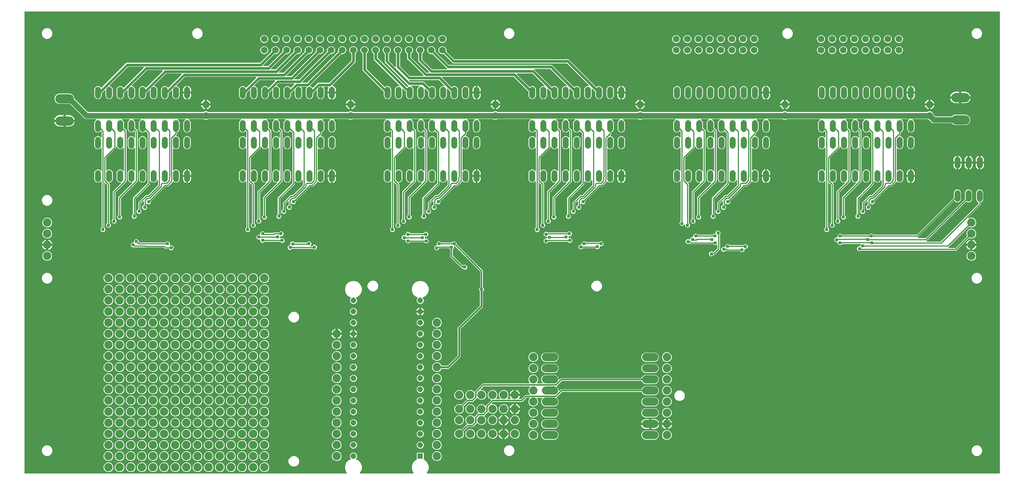
<source format=gbr>
G04 EAGLE Gerber RS-274X export*
G75*
%MOMM*%
%FSLAX34Y34*%
%LPD*%
%AMOC8*
5,1,8,0,0,1.08239X$1,22.5*%
G01*
%ADD10C,1.320800*%
%ADD11P,1.732040X8X112.500000*%
%ADD12C,1.600200*%
%ADD13C,1.508000*%
%ADD14C,2.095500*%
%ADD15C,1.879600*%
%ADD16C,1.828800*%
%ADD17R,1.308000X1.308000*%
%ADD18C,1.308000*%
%ADD19C,0.787400*%
%ADD20C,0.254000*%
%ADD21C,0.304800*%
%ADD22C,0.406400*%
%ADD23C,1.270000*%
%ADD24C,0.609600*%

G36*
X746101Y11448D02*
X746101Y11448D01*
X746240Y11461D01*
X746259Y11468D01*
X746279Y11471D01*
X746408Y11522D01*
X746539Y11569D01*
X746556Y11580D01*
X746574Y11588D01*
X746687Y11669D01*
X746802Y11747D01*
X746815Y11763D01*
X746832Y11774D01*
X746921Y11882D01*
X747012Y11986D01*
X747022Y12004D01*
X747035Y12019D01*
X747094Y12145D01*
X747157Y12269D01*
X747161Y12289D01*
X747170Y12307D01*
X747196Y12444D01*
X747227Y12579D01*
X747226Y12600D01*
X747230Y12620D01*
X747221Y12758D01*
X747217Y12897D01*
X747211Y12917D01*
X747210Y12937D01*
X747167Y13069D01*
X747129Y13203D01*
X747118Y13220D01*
X747112Y13239D01*
X747038Y13357D01*
X746967Y13477D01*
X746949Y13498D01*
X746942Y13508D01*
X746927Y13522D01*
X746861Y13598D01*
X745850Y14609D01*
X742949Y21611D01*
X742949Y29189D01*
X745850Y36191D01*
X751209Y41550D01*
X755560Y43353D01*
X755603Y43377D01*
X755650Y43394D01*
X755741Y43456D01*
X755836Y43510D01*
X755872Y43545D01*
X755913Y43573D01*
X755986Y43655D01*
X756065Y43732D01*
X756091Y43774D01*
X756124Y43811D01*
X756173Y43909D01*
X756231Y44003D01*
X756246Y44050D01*
X756268Y44095D01*
X756292Y44202D01*
X756325Y44307D01*
X756327Y44356D01*
X756338Y44405D01*
X756334Y44515D01*
X756340Y44624D01*
X756330Y44673D01*
X756328Y44723D01*
X756298Y44828D01*
X756275Y44936D01*
X756254Y44981D01*
X756240Y45028D01*
X756184Y45123D01*
X756136Y45222D01*
X756103Y45259D01*
X756078Y45302D01*
X755972Y45423D01*
X755163Y46232D01*
X753935Y49196D01*
X753935Y52404D01*
X755163Y55368D01*
X757432Y57637D01*
X760396Y58865D01*
X763604Y58865D01*
X766568Y57637D01*
X768837Y55368D01*
X770065Y52404D01*
X770065Y49196D01*
X768837Y46232D01*
X768028Y45423D01*
X767998Y45384D01*
X767961Y45350D01*
X767900Y45258D01*
X767833Y45172D01*
X767814Y45126D01*
X767786Y45085D01*
X767751Y44981D01*
X767707Y44880D01*
X767699Y44831D01*
X767683Y44784D01*
X767674Y44674D01*
X767657Y44566D01*
X767662Y44516D01*
X767658Y44467D01*
X767677Y44358D01*
X767687Y44249D01*
X767704Y44202D01*
X767712Y44153D01*
X767757Y44053D01*
X767794Y43950D01*
X767822Y43909D01*
X767843Y43863D01*
X767911Y43778D01*
X767973Y43687D01*
X768010Y43654D01*
X768041Y43615D01*
X768129Y43549D01*
X768211Y43476D01*
X768256Y43454D01*
X768295Y43424D01*
X768440Y43353D01*
X772791Y41550D01*
X778150Y36191D01*
X781051Y29189D01*
X781051Y21611D01*
X778150Y14609D01*
X777139Y13598D01*
X777055Y13488D01*
X776965Y13381D01*
X776957Y13362D01*
X776944Y13346D01*
X776889Y13219D01*
X776830Y13093D01*
X776826Y13073D01*
X776818Y13054D01*
X776796Y12916D01*
X776770Y12781D01*
X776771Y12760D01*
X776768Y12740D01*
X776781Y12601D01*
X776790Y12463D01*
X776796Y12444D01*
X776798Y12424D01*
X776845Y12292D01*
X776888Y12161D01*
X776899Y12143D01*
X776906Y12124D01*
X776984Y12009D01*
X777058Y11892D01*
X777073Y11878D01*
X777084Y11861D01*
X777188Y11769D01*
X777290Y11674D01*
X777307Y11664D01*
X777323Y11651D01*
X777446Y11588D01*
X777568Y11520D01*
X777588Y11515D01*
X777606Y11506D01*
X777742Y11476D01*
X777876Y11441D01*
X777904Y11439D01*
X777916Y11437D01*
X777937Y11437D01*
X778037Y11431D01*
X898363Y11431D01*
X898501Y11448D01*
X898640Y11461D01*
X898659Y11468D01*
X898679Y11471D01*
X898808Y11522D01*
X898939Y11569D01*
X898956Y11580D01*
X898974Y11588D01*
X899087Y11669D01*
X899202Y11747D01*
X899215Y11763D01*
X899232Y11774D01*
X899321Y11882D01*
X899412Y11986D01*
X899422Y12004D01*
X899435Y12019D01*
X899494Y12145D01*
X899557Y12269D01*
X899561Y12289D01*
X899570Y12307D01*
X899596Y12444D01*
X899627Y12579D01*
X899626Y12600D01*
X899630Y12620D01*
X899621Y12758D01*
X899617Y12897D01*
X899611Y12917D01*
X899610Y12937D01*
X899567Y13069D01*
X899529Y13203D01*
X899518Y13220D01*
X899512Y13239D01*
X899438Y13357D01*
X899367Y13477D01*
X899349Y13498D01*
X899342Y13508D01*
X899327Y13522D01*
X899261Y13598D01*
X898250Y14609D01*
X895349Y21611D01*
X895349Y29189D01*
X898250Y36191D01*
X903609Y41550D01*
X905552Y42355D01*
X905577Y42370D01*
X905605Y42379D01*
X905715Y42448D01*
X905828Y42513D01*
X905849Y42533D01*
X905874Y42549D01*
X905963Y42644D01*
X906056Y42734D01*
X906072Y42759D01*
X906092Y42781D01*
X906155Y42895D01*
X906223Y43005D01*
X906231Y43033D01*
X906246Y43059D01*
X906278Y43185D01*
X906316Y43309D01*
X906318Y43339D01*
X906325Y43367D01*
X906335Y43528D01*
X906335Y57972D01*
X907228Y58865D01*
X921572Y58865D01*
X922465Y57972D01*
X922465Y43528D01*
X922468Y43499D01*
X922466Y43469D01*
X922488Y43341D01*
X922505Y43212D01*
X922515Y43185D01*
X922520Y43156D01*
X922574Y43037D01*
X922622Y42917D01*
X922639Y42893D01*
X922651Y42866D01*
X922732Y42764D01*
X922808Y42659D01*
X922831Y42641D01*
X922850Y42617D01*
X922953Y42539D01*
X923053Y42457D01*
X923080Y42444D01*
X923104Y42426D01*
X923248Y42355D01*
X925191Y41550D01*
X930550Y36191D01*
X933451Y29189D01*
X933451Y21611D01*
X930550Y14609D01*
X929539Y13598D01*
X929455Y13488D01*
X929365Y13381D01*
X929357Y13362D01*
X929344Y13346D01*
X929289Y13219D01*
X929230Y13093D01*
X929226Y13073D01*
X929218Y13054D01*
X929196Y12916D01*
X929170Y12781D01*
X929171Y12760D01*
X929168Y12740D01*
X929181Y12601D01*
X929190Y12463D01*
X929196Y12444D01*
X929198Y12424D01*
X929245Y12292D01*
X929288Y12161D01*
X929299Y12143D01*
X929306Y12124D01*
X929384Y12009D01*
X929458Y11892D01*
X929473Y11878D01*
X929484Y11861D01*
X929588Y11769D01*
X929690Y11674D01*
X929707Y11664D01*
X929723Y11651D01*
X929846Y11588D01*
X929968Y11520D01*
X929988Y11515D01*
X930006Y11506D01*
X930142Y11476D01*
X930276Y11441D01*
X930304Y11439D01*
X930316Y11437D01*
X930337Y11437D01*
X930437Y11431D01*
X2235200Y11431D01*
X2235318Y11446D01*
X2235437Y11453D01*
X2235475Y11466D01*
X2235516Y11471D01*
X2235626Y11514D01*
X2235739Y11551D01*
X2235774Y11573D01*
X2235811Y11588D01*
X2235907Y11658D01*
X2236008Y11721D01*
X2236036Y11751D01*
X2236069Y11774D01*
X2236145Y11866D01*
X2236226Y11953D01*
X2236246Y11988D01*
X2236271Y12019D01*
X2236322Y12127D01*
X2236380Y12231D01*
X2236390Y12271D01*
X2236407Y12307D01*
X2236429Y12424D01*
X2236459Y12539D01*
X2236463Y12600D01*
X2236467Y12620D01*
X2236465Y12640D01*
X2236469Y12700D01*
X2236469Y1064770D01*
X2236454Y1064888D01*
X2236447Y1065007D01*
X2236434Y1065045D01*
X2236429Y1065086D01*
X2236386Y1065196D01*
X2236349Y1065309D01*
X2236327Y1065344D01*
X2236312Y1065381D01*
X2236243Y1065477D01*
X2236179Y1065578D01*
X2236149Y1065606D01*
X2236126Y1065639D01*
X2236034Y1065715D01*
X2235947Y1065796D01*
X2235912Y1065816D01*
X2235881Y1065841D01*
X2235773Y1065892D01*
X2235669Y1065950D01*
X2235629Y1065960D01*
X2235593Y1065977D01*
X2235476Y1065999D01*
X2235361Y1066029D01*
X2235301Y1066033D01*
X2235281Y1066037D01*
X2235260Y1066035D01*
X2235200Y1066039D01*
X12700Y1066039D01*
X12582Y1066024D01*
X12463Y1066017D01*
X12425Y1066004D01*
X12384Y1065999D01*
X12274Y1065956D01*
X12161Y1065919D01*
X12126Y1065897D01*
X12089Y1065882D01*
X11993Y1065813D01*
X11892Y1065749D01*
X11864Y1065719D01*
X11831Y1065696D01*
X11756Y1065604D01*
X11674Y1065517D01*
X11654Y1065482D01*
X11629Y1065451D01*
X11578Y1065343D01*
X11520Y1065239D01*
X11510Y1065199D01*
X11493Y1065163D01*
X11471Y1065046D01*
X11441Y1064931D01*
X11437Y1064871D01*
X11433Y1064851D01*
X11435Y1064830D01*
X11431Y1064770D01*
X11431Y12700D01*
X11446Y12582D01*
X11453Y12463D01*
X11466Y12425D01*
X11471Y12384D01*
X11514Y12274D01*
X11551Y12161D01*
X11573Y12126D01*
X11588Y12089D01*
X11658Y11993D01*
X11721Y11892D01*
X11751Y11864D01*
X11774Y11831D01*
X11866Y11756D01*
X11953Y11674D01*
X11988Y11654D01*
X12019Y11629D01*
X12127Y11578D01*
X12231Y11520D01*
X12271Y11510D01*
X12307Y11493D01*
X12424Y11471D01*
X12539Y11441D01*
X12600Y11437D01*
X12620Y11433D01*
X12640Y11435D01*
X12700Y11431D01*
X745963Y11431D01*
X746101Y11448D01*
G37*
%LPC*%
G36*
X189414Y562863D02*
X189414Y562863D01*
X187406Y563695D01*
X185870Y565231D01*
X185038Y567239D01*
X185038Y569411D01*
X185870Y571419D01*
X187334Y572883D01*
X187394Y572961D01*
X187462Y573033D01*
X187491Y573086D01*
X187528Y573134D01*
X187568Y573225D01*
X187616Y573311D01*
X187631Y573370D01*
X187655Y573426D01*
X187670Y573524D01*
X187695Y573619D01*
X187701Y573719D01*
X187705Y573740D01*
X187703Y573752D01*
X187705Y573780D01*
X187705Y676088D01*
X187693Y676186D01*
X187690Y676285D01*
X187673Y676343D01*
X187665Y676403D01*
X187629Y676495D01*
X187601Y676590D01*
X187571Y676642D01*
X187548Y676699D01*
X187515Y676745D01*
X187515Y677526D01*
X187497Y677664D01*
X187484Y677802D01*
X187477Y677821D01*
X187475Y677841D01*
X187424Y677971D01*
X187377Y678101D01*
X187365Y678118D01*
X187358Y678137D01*
X187276Y678249D01*
X187198Y678365D01*
X187183Y678378D01*
X187171Y678394D01*
X187064Y678483D01*
X186960Y678575D01*
X186942Y678584D01*
X186926Y678597D01*
X186800Y678656D01*
X186676Y678720D01*
X186657Y678724D01*
X186638Y678733D01*
X186502Y678759D01*
X186366Y678789D01*
X186346Y678789D01*
X186326Y678792D01*
X186188Y678784D01*
X186048Y678780D01*
X186029Y678774D01*
X186009Y678773D01*
X185877Y678730D01*
X185743Y678691D01*
X185725Y678681D01*
X185706Y678675D01*
X185588Y678600D01*
X185469Y678530D01*
X185448Y678511D01*
X185437Y678505D01*
X185423Y678490D01*
X185348Y678423D01*
X183992Y677067D01*
X181004Y675830D01*
X177771Y675830D01*
X174783Y677067D01*
X172496Y679354D01*
X171259Y682342D01*
X171259Y698783D01*
X172496Y701771D01*
X174783Y704058D01*
X177771Y705295D01*
X181004Y705295D01*
X183992Y704058D01*
X185348Y702702D01*
X185458Y702617D01*
X185565Y702528D01*
X185583Y702519D01*
X185599Y702507D01*
X185727Y702452D01*
X185853Y702392D01*
X185872Y702389D01*
X185891Y702380D01*
X186029Y702359D01*
X186165Y702333D01*
X186185Y702334D01*
X186205Y702331D01*
X186344Y702344D01*
X186482Y702352D01*
X186502Y702359D01*
X186522Y702360D01*
X186653Y702408D01*
X186785Y702450D01*
X186802Y702461D01*
X186821Y702468D01*
X186936Y702546D01*
X187054Y702620D01*
X187068Y702635D01*
X187084Y702647D01*
X187176Y702751D01*
X187272Y702852D01*
X187281Y702870D01*
X187295Y702885D01*
X187358Y703009D01*
X187425Y703131D01*
X187430Y703150D01*
X187439Y703168D01*
X187470Y703304D01*
X187505Y703439D01*
X187506Y703467D01*
X187509Y703479D01*
X187508Y703499D01*
X187515Y703599D01*
X187515Y753726D01*
X187497Y753864D01*
X187484Y754002D01*
X187477Y754021D01*
X187475Y754041D01*
X187424Y754171D01*
X187377Y754301D01*
X187365Y754318D01*
X187358Y754337D01*
X187276Y754449D01*
X187198Y754565D01*
X187183Y754578D01*
X187171Y754594D01*
X187064Y754683D01*
X186960Y754775D01*
X186942Y754784D01*
X186926Y754797D01*
X186800Y754856D01*
X186676Y754920D01*
X186657Y754924D01*
X186638Y754933D01*
X186502Y754959D01*
X186366Y754989D01*
X186346Y754989D01*
X186326Y754992D01*
X186188Y754984D01*
X186048Y754980D01*
X186029Y754974D01*
X186009Y754973D01*
X185877Y754930D01*
X185743Y754891D01*
X185725Y754881D01*
X185706Y754875D01*
X185588Y754800D01*
X185469Y754730D01*
X185448Y754711D01*
X185437Y754705D01*
X185423Y754690D01*
X185348Y754623D01*
X183992Y753267D01*
X181004Y752030D01*
X177771Y752030D01*
X174783Y753267D01*
X172496Y755554D01*
X171259Y758542D01*
X171259Y774983D01*
X172496Y777971D01*
X174783Y780258D01*
X177771Y781495D01*
X181004Y781495D01*
X183992Y780258D01*
X185348Y778902D01*
X185458Y778817D01*
X185565Y778728D01*
X185583Y778719D01*
X185599Y778707D01*
X185727Y778652D01*
X185853Y778592D01*
X185872Y778589D01*
X185891Y778580D01*
X186029Y778559D01*
X186165Y778533D01*
X186185Y778534D01*
X186205Y778531D01*
X186344Y778544D01*
X186482Y778552D01*
X186502Y778559D01*
X186522Y778560D01*
X186653Y778608D01*
X186785Y778650D01*
X186802Y778661D01*
X186821Y778668D01*
X186936Y778746D01*
X187054Y778820D01*
X187068Y778835D01*
X187084Y778847D01*
X187176Y778951D01*
X187272Y779052D01*
X187281Y779070D01*
X187295Y779085D01*
X187358Y779209D01*
X187425Y779331D01*
X187430Y779350D01*
X187439Y779368D01*
X187470Y779504D01*
X187505Y779639D01*
X187506Y779667D01*
X187509Y779679D01*
X187508Y779699D01*
X187515Y779799D01*
X187515Y791826D01*
X187497Y791964D01*
X187484Y792102D01*
X187477Y792121D01*
X187475Y792141D01*
X187424Y792271D01*
X187377Y792401D01*
X187365Y792418D01*
X187358Y792437D01*
X187276Y792549D01*
X187198Y792665D01*
X187183Y792678D01*
X187171Y792694D01*
X187064Y792783D01*
X186960Y792875D01*
X186942Y792884D01*
X186926Y792897D01*
X186800Y792956D01*
X186676Y793020D01*
X186657Y793024D01*
X186638Y793033D01*
X186502Y793059D01*
X186366Y793089D01*
X186346Y793089D01*
X186326Y793092D01*
X186188Y793084D01*
X186048Y793080D01*
X186029Y793074D01*
X186009Y793073D01*
X185877Y793030D01*
X185743Y792991D01*
X185725Y792981D01*
X185706Y792975D01*
X185588Y792900D01*
X185469Y792830D01*
X185448Y792811D01*
X185437Y792805D01*
X185423Y792790D01*
X185348Y792723D01*
X183992Y791367D01*
X181004Y790130D01*
X177771Y790130D01*
X174783Y791367D01*
X172496Y793654D01*
X171259Y796642D01*
X171259Y813083D01*
X172496Y816071D01*
X174783Y818358D01*
X174784Y818358D01*
X174845Y818393D01*
X174910Y818419D01*
X174983Y818471D01*
X175061Y818516D01*
X175111Y818564D01*
X175167Y818605D01*
X175225Y818675D01*
X175289Y818737D01*
X175326Y818797D01*
X175370Y818850D01*
X175408Y818932D01*
X175455Y819008D01*
X175476Y819075D01*
X175506Y819138D01*
X175523Y819226D01*
X175549Y819312D01*
X175552Y819382D01*
X175566Y819451D01*
X175560Y819540D01*
X175564Y819630D01*
X175550Y819698D01*
X175546Y819768D01*
X175518Y819853D01*
X175500Y819941D01*
X175469Y820004D01*
X175448Y820070D01*
X175400Y820146D01*
X175360Y820227D01*
X175315Y820280D01*
X175278Y820339D01*
X175212Y820401D01*
X175154Y820469D01*
X175097Y820509D01*
X175046Y820557D01*
X174967Y820600D01*
X174894Y820652D01*
X174829Y820677D01*
X174767Y820711D01*
X174681Y820733D01*
X174597Y820765D01*
X174527Y820773D01*
X174460Y820790D01*
X174299Y820800D01*
X151469Y820800D01*
X148574Y821999D01*
X115537Y855036D01*
X115459Y855097D01*
X115387Y855165D01*
X115334Y855194D01*
X115286Y855231D01*
X115195Y855270D01*
X115109Y855318D01*
X115050Y855333D01*
X114994Y855357D01*
X114896Y855373D01*
X114801Y855398D01*
X114701Y855404D01*
X114680Y855407D01*
X114668Y855406D01*
X114640Y855408D01*
X90005Y855408D01*
X85594Y857235D01*
X82217Y860611D01*
X80390Y865023D01*
X80390Y869797D01*
X82217Y874209D01*
X85594Y877585D01*
X90005Y879412D01*
X115735Y879412D01*
X120146Y877585D01*
X123523Y874209D01*
X125350Y869797D01*
X125350Y868023D01*
X125362Y867924D01*
X125365Y867825D01*
X125382Y867767D01*
X125390Y867707D01*
X125426Y867615D01*
X125454Y867520D01*
X125484Y867468D01*
X125507Y867411D01*
X125565Y867331D01*
X125615Y867246D01*
X125681Y867171D01*
X125693Y867154D01*
X125703Y867146D01*
X125721Y867125D01*
X155925Y836921D01*
X156003Y836861D01*
X156075Y836793D01*
X156128Y836764D01*
X156176Y836727D01*
X156267Y836687D01*
X156354Y836639D01*
X156413Y836624D01*
X156468Y836600D01*
X156566Y836585D01*
X156662Y836560D01*
X156762Y836554D01*
X156782Y836550D01*
X156795Y836552D01*
X156823Y836550D01*
X419328Y836550D01*
X419427Y836562D01*
X419527Y836566D01*
X419584Y836582D01*
X419643Y836590D01*
X419710Y836616D01*
X419765Y836635D01*
X419833Y836655D01*
X419857Y836669D01*
X423555Y838201D01*
X427345Y838201D01*
X431072Y836657D01*
X431104Y836639D01*
X431161Y836625D01*
X431216Y836601D01*
X431315Y836585D01*
X431412Y836560D01*
X431509Y836554D01*
X431529Y836550D01*
X431542Y836552D01*
X431572Y836550D01*
X749528Y836550D01*
X749626Y836562D01*
X749725Y836565D01*
X749783Y836582D01*
X749843Y836590D01*
X749910Y836616D01*
X749962Y836634D01*
X750030Y836654D01*
X750055Y836668D01*
X753755Y838201D01*
X757545Y838201D01*
X761272Y836657D01*
X761304Y836639D01*
X761362Y836624D01*
X761418Y836600D01*
X761516Y836585D01*
X761612Y836560D01*
X761712Y836554D01*
X761732Y836550D01*
X761744Y836552D01*
X761772Y836550D01*
X1079728Y836550D01*
X1079827Y836562D01*
X1079927Y836566D01*
X1079984Y836582D01*
X1080043Y836590D01*
X1080110Y836616D01*
X1080165Y836635D01*
X1080233Y836655D01*
X1080257Y836669D01*
X1083955Y838201D01*
X1087745Y838201D01*
X1091472Y836657D01*
X1091504Y836639D01*
X1091561Y836625D01*
X1091616Y836601D01*
X1091715Y836585D01*
X1091812Y836560D01*
X1091909Y836554D01*
X1091929Y836550D01*
X1091942Y836552D01*
X1091972Y836550D01*
X1409928Y836550D01*
X1410026Y836562D01*
X1410125Y836565D01*
X1410183Y836582D01*
X1410243Y836590D01*
X1410310Y836616D01*
X1410362Y836634D01*
X1410430Y836654D01*
X1410455Y836668D01*
X1414155Y838201D01*
X1417945Y838201D01*
X1421672Y836657D01*
X1421704Y836639D01*
X1421762Y836624D01*
X1421818Y836600D01*
X1421916Y836585D01*
X1422012Y836560D01*
X1422112Y836554D01*
X1422132Y836550D01*
X1422144Y836552D01*
X1422172Y836550D01*
X1740128Y836550D01*
X1740226Y836562D01*
X1740325Y836565D01*
X1740383Y836582D01*
X1740443Y836590D01*
X1740510Y836616D01*
X1740562Y836634D01*
X1740630Y836654D01*
X1740655Y836668D01*
X1744355Y838201D01*
X1748145Y838201D01*
X1751872Y836657D01*
X1751904Y836639D01*
X1751962Y836624D01*
X1752018Y836600D01*
X1752116Y836585D01*
X1752212Y836560D01*
X1752312Y836554D01*
X1752332Y836550D01*
X1752344Y836552D01*
X1752372Y836550D01*
X2070328Y836550D01*
X2070427Y836562D01*
X2070527Y836566D01*
X2070584Y836582D01*
X2070643Y836590D01*
X2070710Y836616D01*
X2070765Y836635D01*
X2070833Y836655D01*
X2070857Y836669D01*
X2074555Y838201D01*
X2078345Y838201D01*
X2081846Y836751D01*
X2084526Y834071D01*
X2086070Y830343D01*
X2086080Y830309D01*
X2086110Y830257D01*
X2086133Y830200D01*
X2086191Y830120D01*
X2086241Y830035D01*
X2086307Y829960D01*
X2086319Y829943D01*
X2086329Y829935D01*
X2086347Y829914D01*
X2088865Y827396D01*
X2088943Y827336D01*
X2089015Y827268D01*
X2089068Y827239D01*
X2089116Y827202D01*
X2089207Y827162D01*
X2089294Y827114D01*
X2089353Y827099D01*
X2089408Y827075D01*
X2089506Y827060D01*
X2089602Y827035D01*
X2089702Y827029D01*
X2089722Y827025D01*
X2089735Y827027D01*
X2089763Y827025D01*
X2126198Y827025D01*
X2126296Y827037D01*
X2126395Y827040D01*
X2126453Y827057D01*
X2126513Y827065D01*
X2126605Y827101D01*
X2126700Y827129D01*
X2126753Y827159D01*
X2126809Y827182D01*
X2126889Y827240D01*
X2126974Y827290D01*
X2127050Y827356D01*
X2127066Y827368D01*
X2127074Y827378D01*
X2127095Y827396D01*
X2129024Y829325D01*
X2133435Y831152D01*
X2159165Y831152D01*
X2163576Y829325D01*
X2166953Y825949D01*
X2168780Y821537D01*
X2168780Y816763D01*
X2166953Y812351D01*
X2163576Y808975D01*
X2159165Y807148D01*
X2133435Y807148D01*
X2129024Y808975D01*
X2127095Y810904D01*
X2127017Y810964D01*
X2126945Y811032D01*
X2126892Y811061D01*
X2126844Y811098D01*
X2126753Y811138D01*
X2126666Y811186D01*
X2126608Y811201D01*
X2126552Y811225D01*
X2126454Y811240D01*
X2126358Y811265D01*
X2126258Y811271D01*
X2126238Y811275D01*
X2126226Y811273D01*
X2126198Y811275D01*
X2084409Y811275D01*
X2081514Y812474D01*
X2079121Y814868D01*
X2075211Y818778D01*
X2075133Y818838D01*
X2075061Y818906D01*
X2075008Y818935D01*
X2074960Y818972D01*
X2074894Y819001D01*
X2074845Y819025D01*
X2074782Y819060D01*
X2074755Y819067D01*
X2070828Y820693D01*
X2070796Y820711D01*
X2070739Y820725D01*
X2070684Y820749D01*
X2070585Y820765D01*
X2070488Y820790D01*
X2070391Y820796D01*
X2070371Y820800D01*
X2070358Y820798D01*
X2070328Y820800D01*
X2038676Y820800D01*
X2038607Y820792D01*
X2038537Y820793D01*
X2038450Y820772D01*
X2038361Y820760D01*
X2038296Y820735D01*
X2038228Y820718D01*
X2038148Y820676D01*
X2038065Y820643D01*
X2038008Y820602D01*
X2037947Y820570D01*
X2037880Y820509D01*
X2037808Y820457D01*
X2037763Y820403D01*
X2037711Y820356D01*
X2037662Y820281D01*
X2037605Y820212D01*
X2037575Y820148D01*
X2037537Y820090D01*
X2037507Y820005D01*
X2037469Y819924D01*
X2037456Y819855D01*
X2037433Y819789D01*
X2037426Y819700D01*
X2037409Y819612D01*
X2037414Y819542D01*
X2037408Y819472D01*
X2037424Y819384D01*
X2037429Y819294D01*
X2037451Y819228D01*
X2037463Y819159D01*
X2037500Y819077D01*
X2037527Y818992D01*
X2037565Y818933D01*
X2037593Y818869D01*
X2037649Y818799D01*
X2037697Y818723D01*
X2037748Y818675D01*
X2037792Y818620D01*
X2037864Y818566D01*
X2037929Y818505D01*
X2037990Y818471D01*
X2038046Y818429D01*
X2038191Y818358D01*
X2038192Y818358D01*
X2040479Y816071D01*
X2041716Y813083D01*
X2041716Y796642D01*
X2040479Y793654D01*
X2038192Y791367D01*
X2035204Y790130D01*
X2031971Y790130D01*
X2028983Y791367D01*
X2026696Y793654D01*
X2025459Y796642D01*
X2025459Y813083D01*
X2026696Y816071D01*
X2028983Y818358D01*
X2028984Y818358D01*
X2029045Y818393D01*
X2029110Y818419D01*
X2029183Y818471D01*
X2029261Y818516D01*
X2029311Y818564D01*
X2029367Y818605D01*
X2029425Y818675D01*
X2029489Y818737D01*
X2029526Y818797D01*
X2029570Y818850D01*
X2029609Y818932D01*
X2029655Y819008D01*
X2029676Y819075D01*
X2029706Y819138D01*
X2029723Y819226D01*
X2029749Y819312D01*
X2029752Y819382D01*
X2029766Y819451D01*
X2029760Y819540D01*
X2029764Y819630D01*
X2029750Y819698D01*
X2029746Y819768D01*
X2029718Y819853D01*
X2029700Y819941D01*
X2029669Y820004D01*
X2029648Y820070D01*
X2029600Y820146D01*
X2029560Y820227D01*
X2029515Y820280D01*
X2029478Y820339D01*
X2029412Y820401D01*
X2029354Y820469D01*
X2029297Y820509D01*
X2029246Y820557D01*
X2029167Y820600D01*
X2029094Y820652D01*
X2029029Y820677D01*
X2028968Y820711D01*
X2028881Y820733D01*
X2028797Y820765D01*
X2028727Y820773D01*
X2028660Y820790D01*
X2028499Y820800D01*
X2013276Y820800D01*
X2013207Y820792D01*
X2013137Y820793D01*
X2013050Y820772D01*
X2012961Y820760D01*
X2012896Y820735D01*
X2012828Y820718D01*
X2012748Y820676D01*
X2012665Y820643D01*
X2012608Y820602D01*
X2012547Y820570D01*
X2012480Y820509D01*
X2012408Y820457D01*
X2012363Y820403D01*
X2012311Y820356D01*
X2012262Y820281D01*
X2012205Y820212D01*
X2012175Y820148D01*
X2012137Y820090D01*
X2012107Y820005D01*
X2012069Y819924D01*
X2012056Y819855D01*
X2012033Y819789D01*
X2012026Y819700D01*
X2012009Y819612D01*
X2012014Y819542D01*
X2012008Y819472D01*
X2012024Y819384D01*
X2012029Y819294D01*
X2012051Y819228D01*
X2012063Y819159D01*
X2012100Y819077D01*
X2012127Y818992D01*
X2012165Y818933D01*
X2012193Y818869D01*
X2012249Y818799D01*
X2012297Y818723D01*
X2012348Y818675D01*
X2012392Y818620D01*
X2012464Y818566D01*
X2012529Y818505D01*
X2012590Y818471D01*
X2012646Y818429D01*
X2012791Y818358D01*
X2012792Y818358D01*
X2015079Y816071D01*
X2016316Y813083D01*
X2016316Y796642D01*
X2015079Y793654D01*
X2012792Y791367D01*
X2011766Y790942D01*
X2011740Y790928D01*
X2011712Y790918D01*
X2011602Y790849D01*
X2011490Y790785D01*
X2011468Y790764D01*
X2011443Y790748D01*
X2011354Y790654D01*
X2011261Y790563D01*
X2011246Y790538D01*
X2011225Y790517D01*
X2011163Y790403D01*
X2011095Y790292D01*
X2011086Y790264D01*
X2011072Y790238D01*
X2011039Y790112D01*
X2011001Y789988D01*
X2011000Y789959D01*
X2010992Y789930D01*
X2010982Y789770D01*
X2010982Y786218D01*
X2008974Y784209D01*
X2008973Y784209D01*
X2008426Y783662D01*
X2008341Y783552D01*
X2008252Y783445D01*
X2008244Y783427D01*
X2008231Y783411D01*
X2008176Y783283D01*
X2008117Y783157D01*
X2008113Y783138D01*
X2008105Y783119D01*
X2008083Y782981D01*
X2008057Y782845D01*
X2008058Y782825D01*
X2008055Y782805D01*
X2008068Y782666D01*
X2008077Y782528D01*
X2008083Y782508D01*
X2008085Y782488D01*
X2008132Y782357D01*
X2008175Y782225D01*
X2008185Y782208D01*
X2008192Y782189D01*
X2008270Y782074D01*
X2008345Y781956D01*
X2008360Y781942D01*
X2008371Y781926D01*
X2008475Y781834D01*
X2008576Y781738D01*
X2008594Y781729D01*
X2008609Y781715D01*
X2008733Y781652D01*
X2008855Y781585D01*
X2008875Y781580D01*
X2008893Y781571D01*
X2009028Y781540D01*
X2009163Y781505D01*
X2009191Y781504D01*
X2009203Y781501D01*
X2009223Y781502D01*
X2009324Y781495D01*
X2009804Y781495D01*
X2012792Y780258D01*
X2015079Y777971D01*
X2016316Y774983D01*
X2016316Y758542D01*
X2015079Y755554D01*
X2012792Y753267D01*
X2009804Y752030D01*
X2006571Y752030D01*
X2003583Y753267D01*
X2003243Y753607D01*
X2003151Y753678D01*
X2003130Y753699D01*
X2003117Y753706D01*
X2003026Y753781D01*
X2003008Y753790D01*
X2002992Y753802D01*
X2002864Y753858D01*
X2002738Y753917D01*
X2002719Y753920D01*
X2002700Y753929D01*
X2002562Y753950D01*
X2002426Y753976D01*
X2002406Y753975D01*
X2002386Y753978D01*
X2002247Y753965D01*
X2002109Y753957D01*
X2002089Y753950D01*
X2002069Y753949D01*
X2001938Y753902D01*
X2001806Y753859D01*
X2001789Y753848D01*
X2001770Y753841D01*
X2001655Y753763D01*
X2001537Y753689D01*
X2001523Y753674D01*
X2001507Y753662D01*
X2001415Y753558D01*
X2001319Y753457D01*
X2001310Y753439D01*
X2001296Y753424D01*
X2001233Y753300D01*
X2001166Y753178D01*
X2001161Y753159D01*
X2001152Y753141D01*
X2001121Y753005D01*
X2001086Y752870D01*
X2001085Y752842D01*
X2001082Y752830D01*
X2001083Y752810D01*
X2001079Y752755D01*
X2001079Y752753D01*
X2001079Y752752D01*
X2001076Y752710D01*
X2001076Y704615D01*
X2001094Y704477D01*
X2001107Y704339D01*
X2001114Y704320D01*
X2001116Y704300D01*
X2001167Y704170D01*
X2001214Y704040D01*
X2001226Y704023D01*
X2001233Y704004D01*
X2001315Y703891D01*
X2001393Y703776D01*
X2001408Y703763D01*
X2001420Y703747D01*
X2001528Y703658D01*
X2001631Y703566D01*
X2001649Y703557D01*
X2001665Y703544D01*
X2001791Y703485D01*
X2001915Y703421D01*
X2001934Y703417D01*
X2001953Y703408D01*
X2002089Y703382D01*
X2002225Y703352D01*
X2002245Y703352D01*
X2002265Y703349D01*
X2002404Y703357D01*
X2002543Y703361D01*
X2002562Y703367D01*
X2002582Y703368D01*
X2002715Y703411D01*
X2002848Y703450D01*
X2002866Y703460D01*
X2002885Y703466D01*
X2003002Y703541D01*
X2003122Y703611D01*
X2003143Y703630D01*
X2003154Y703636D01*
X2003168Y703651D01*
X2003243Y703718D01*
X2003583Y704058D01*
X2006571Y705295D01*
X2009804Y705295D01*
X2012792Y704058D01*
X2015079Y701771D01*
X2016316Y698783D01*
X2016316Y682342D01*
X2015079Y679354D01*
X2012792Y677067D01*
X2009804Y675830D01*
X2006571Y675830D01*
X2003583Y677067D01*
X2002851Y677799D01*
X2002757Y677872D01*
X2002667Y677951D01*
X2002632Y677970D01*
X2002600Y677994D01*
X2002490Y678042D01*
X2002384Y678096D01*
X2002345Y678105D01*
X2002308Y678121D01*
X2002190Y678139D01*
X2002074Y678165D01*
X2002034Y678164D01*
X2001994Y678171D01*
X2001875Y678159D01*
X2001756Y678156D01*
X2001717Y678145D01*
X2001677Y678141D01*
X2001565Y678100D01*
X2001451Y678067D01*
X2001416Y678047D01*
X2001378Y678033D01*
X2001279Y677966D01*
X2001177Y677906D01*
X2001131Y677866D01*
X2001115Y677855D01*
X2001101Y677839D01*
X2001056Y677799D01*
X1999067Y675811D01*
X1989942Y666686D01*
X1985614Y666686D01*
X1985516Y666673D01*
X1985417Y666670D01*
X1985358Y666654D01*
X1985298Y666646D01*
X1985206Y666609D01*
X1985111Y666582D01*
X1985059Y666551D01*
X1985003Y666529D01*
X1984923Y666471D01*
X1984837Y666420D01*
X1984762Y666354D01*
X1984745Y666342D01*
X1984737Y666333D01*
X1984716Y666314D01*
X1952108Y633706D01*
X1952048Y633628D01*
X1951980Y633556D01*
X1951951Y633503D01*
X1951914Y633455D01*
X1951874Y633364D01*
X1951826Y633277D01*
X1951811Y633219D01*
X1951787Y633163D01*
X1951772Y633065D01*
X1951747Y632969D01*
X1951741Y632869D01*
X1951737Y632849D01*
X1951739Y632837D01*
X1951737Y632809D01*
X1951737Y630739D01*
X1950905Y628731D01*
X1949369Y627195D01*
X1947361Y626363D01*
X1945189Y626363D01*
X1943181Y627195D01*
X1942855Y627521D01*
X1942745Y627607D01*
X1942638Y627695D01*
X1942619Y627704D01*
X1942603Y627716D01*
X1942475Y627772D01*
X1942350Y627831D01*
X1942330Y627835D01*
X1942311Y627843D01*
X1942173Y627865D01*
X1942037Y627891D01*
X1942017Y627889D01*
X1941997Y627893D01*
X1941858Y627880D01*
X1941720Y627871D01*
X1941701Y627865D01*
X1941681Y627863D01*
X1941550Y627816D01*
X1941418Y627773D01*
X1941400Y627762D01*
X1941381Y627755D01*
X1941267Y627677D01*
X1941149Y627603D01*
X1941135Y627588D01*
X1941118Y627577D01*
X1941026Y627473D01*
X1940931Y627371D01*
X1940921Y627353D01*
X1940908Y627338D01*
X1940845Y627214D01*
X1940777Y627093D01*
X1940772Y627073D01*
X1940763Y627055D01*
X1940733Y626919D01*
X1940698Y626785D01*
X1940696Y626757D01*
X1940693Y626745D01*
X1940694Y626724D01*
X1940688Y626624D01*
X1940688Y623437D01*
X1940700Y623339D01*
X1940703Y623240D01*
X1940720Y623182D01*
X1940728Y623122D01*
X1940764Y623029D01*
X1940792Y622934D01*
X1940822Y622882D01*
X1940845Y622826D01*
X1940903Y622746D01*
X1940953Y622660D01*
X1941019Y622585D01*
X1941031Y622568D01*
X1941041Y622561D01*
X1941060Y622540D01*
X1941380Y622219D01*
X1942212Y620211D01*
X1942212Y618039D01*
X1941380Y616031D01*
X1939844Y614495D01*
X1937836Y613663D01*
X1935664Y613663D01*
X1933656Y614495D01*
X1932120Y616031D01*
X1931288Y618039D01*
X1931288Y620211D01*
X1932120Y622219D01*
X1933656Y623755D01*
X1934315Y624028D01*
X1934340Y624043D01*
X1934368Y624052D01*
X1934478Y624121D01*
X1934591Y624186D01*
X1934612Y624206D01*
X1934637Y624222D01*
X1934726Y624317D01*
X1934819Y624407D01*
X1934835Y624432D01*
X1934855Y624454D01*
X1934918Y624567D01*
X1934986Y624678D01*
X1934994Y624706D01*
X1935009Y624732D01*
X1935041Y624858D01*
X1935079Y624982D01*
X1935081Y625011D01*
X1935088Y625040D01*
X1935098Y625201D01*
X1935098Y631952D01*
X1935081Y632089D01*
X1935068Y632228D01*
X1935061Y632247D01*
X1935058Y632267D01*
X1935007Y632396D01*
X1934960Y632527D01*
X1934949Y632544D01*
X1934941Y632563D01*
X1934860Y632675D01*
X1934782Y632790D01*
X1934766Y632804D01*
X1934755Y632820D01*
X1934647Y632909D01*
X1934543Y633001D01*
X1934525Y633010D01*
X1934510Y633023D01*
X1934384Y633082D01*
X1934260Y633145D01*
X1934240Y633150D01*
X1934222Y633158D01*
X1934086Y633185D01*
X1933950Y633215D01*
X1933929Y633214D01*
X1933910Y633218D01*
X1933771Y633210D01*
X1933632Y633205D01*
X1933612Y633200D01*
X1933592Y633198D01*
X1933460Y633156D01*
X1933326Y633117D01*
X1933309Y633107D01*
X1933290Y633100D01*
X1933172Y633026D01*
X1933052Y632955D01*
X1933031Y632937D01*
X1933021Y632930D01*
X1933007Y632915D01*
X1932932Y632849D01*
X1928359Y628277D01*
X1928299Y628199D01*
X1928231Y628127D01*
X1928202Y628074D01*
X1928165Y628026D01*
X1928125Y627935D01*
X1928077Y627848D01*
X1928062Y627790D01*
X1928038Y627734D01*
X1928023Y627636D01*
X1927998Y627540D01*
X1927992Y627440D01*
X1927988Y627420D01*
X1927990Y627407D01*
X1927988Y627379D01*
X1927988Y613912D01*
X1928000Y613814D01*
X1928003Y613715D01*
X1928020Y613657D01*
X1928028Y613597D01*
X1928064Y613504D01*
X1928092Y613409D01*
X1928122Y613357D01*
X1928145Y613301D01*
X1928203Y613221D01*
X1928253Y613135D01*
X1928319Y613060D01*
X1928331Y613044D01*
X1928341Y613036D01*
X1928359Y613015D01*
X1928680Y612694D01*
X1929512Y610686D01*
X1929512Y608514D01*
X1928680Y606506D01*
X1927144Y604970D01*
X1925136Y604138D01*
X1922964Y604138D01*
X1920956Y604970D01*
X1919420Y606506D01*
X1918588Y608514D01*
X1918588Y610686D01*
X1919420Y612694D01*
X1920956Y614230D01*
X1921615Y614503D01*
X1921640Y614518D01*
X1921668Y614527D01*
X1921778Y614596D01*
X1921891Y614661D01*
X1921912Y614681D01*
X1921937Y614697D01*
X1922026Y614792D01*
X1922119Y614882D01*
X1922135Y614907D01*
X1922155Y614929D01*
X1922218Y615042D01*
X1922286Y615153D01*
X1922294Y615181D01*
X1922309Y615207D01*
X1922341Y615333D01*
X1922379Y615457D01*
X1922381Y615486D01*
X1922388Y615515D01*
X1922398Y615676D01*
X1922398Y630220D01*
X1939752Y647574D01*
X1944614Y647574D01*
X1944712Y647586D01*
X1944811Y647589D01*
X1944869Y647606D01*
X1944930Y647614D01*
X1945022Y647650D01*
X1945117Y647678D01*
X1945169Y647708D01*
X1945225Y647731D01*
X1945305Y647789D01*
X1945391Y647839D01*
X1945466Y647905D01*
X1945483Y647917D01*
X1945490Y647927D01*
X1945512Y647945D01*
X1966921Y669355D01*
X1966982Y669433D01*
X1967050Y669505D01*
X1967079Y669558D01*
X1967116Y669606D01*
X1967155Y669697D01*
X1967203Y669784D01*
X1967218Y669842D01*
X1967242Y669898D01*
X1967258Y669996D01*
X1967283Y670092D01*
X1967289Y670192D01*
X1967292Y670212D01*
X1967291Y670224D01*
X1967293Y670252D01*
X1967293Y680250D01*
X1967284Y680319D01*
X1967285Y680389D01*
X1967264Y680476D01*
X1967253Y680565D01*
X1967227Y680630D01*
X1967211Y680698D01*
X1967169Y680777D01*
X1967136Y680861D01*
X1967095Y680917D01*
X1967062Y680979D01*
X1967002Y681045D01*
X1966949Y681118D01*
X1966895Y681163D01*
X1966848Y681214D01*
X1966773Y681264D01*
X1966704Y681321D01*
X1966641Y681351D01*
X1966583Y681389D01*
X1966498Y681418D01*
X1966416Y681457D01*
X1966348Y681470D01*
X1966282Y681492D01*
X1966192Y681499D01*
X1966104Y681516D01*
X1966034Y681512D01*
X1965965Y681517D01*
X1965876Y681502D01*
X1965787Y681497D01*
X1965720Y681475D01*
X1965651Y681463D01*
X1965569Y681426D01*
X1965484Y681399D01*
X1965425Y681361D01*
X1965361Y681333D01*
X1965291Y681276D01*
X1965215Y681228D01*
X1965168Y681178D01*
X1965113Y681134D01*
X1965059Y681062D01*
X1964997Y680997D01*
X1964964Y680936D01*
X1964922Y680880D01*
X1964851Y680735D01*
X1964279Y679354D01*
X1961992Y677067D01*
X1959004Y675830D01*
X1955771Y675830D01*
X1952783Y677067D01*
X1951236Y678614D01*
X1951127Y678699D01*
X1951020Y678788D01*
X1951001Y678796D01*
X1950985Y678809D01*
X1950857Y678864D01*
X1950732Y678923D01*
X1950712Y678927D01*
X1950693Y678935D01*
X1950555Y678957D01*
X1950419Y678983D01*
X1950399Y678982D01*
X1950379Y678985D01*
X1950240Y678972D01*
X1950102Y678963D01*
X1950083Y678957D01*
X1950063Y678955D01*
X1949931Y678908D01*
X1949800Y678865D01*
X1949782Y678854D01*
X1949763Y678847D01*
X1949648Y678769D01*
X1949531Y678695D01*
X1949517Y678680D01*
X1949500Y678669D01*
X1949408Y678565D01*
X1949313Y678463D01*
X1949303Y678446D01*
X1949290Y678430D01*
X1949226Y678306D01*
X1949159Y678185D01*
X1949154Y678165D01*
X1949145Y678147D01*
X1949115Y678011D01*
X1949080Y677877D01*
X1949078Y677849D01*
X1949075Y677837D01*
X1949076Y677816D01*
X1949070Y677716D01*
X1949070Y671942D01*
X1916104Y638977D01*
X1916043Y638898D01*
X1915975Y638826D01*
X1915946Y638773D01*
X1915909Y638725D01*
X1915870Y638634D01*
X1915822Y638548D01*
X1915807Y638489D01*
X1915783Y638434D01*
X1915767Y638336D01*
X1915742Y638240D01*
X1915736Y638140D01*
X1915733Y638119D01*
X1915734Y638107D01*
X1915732Y638079D01*
X1915732Y603943D01*
X1915745Y603844D01*
X1915748Y603745D01*
X1915764Y603687D01*
X1915772Y603627D01*
X1915809Y603535D01*
X1915836Y603440D01*
X1915867Y603388D01*
X1915889Y603331D01*
X1915947Y603251D01*
X1915998Y603166D01*
X1916064Y603091D01*
X1916076Y603074D01*
X1916085Y603066D01*
X1916104Y603045D01*
X1917568Y601581D01*
X1918399Y599574D01*
X1918399Y597401D01*
X1917568Y595394D01*
X1916031Y593857D01*
X1914024Y593026D01*
X1911851Y593026D01*
X1909844Y593857D01*
X1908307Y595394D01*
X1907476Y597401D01*
X1907476Y599574D01*
X1908307Y601581D01*
X1909771Y603045D01*
X1909832Y603123D01*
X1909900Y603195D01*
X1909929Y603248D01*
X1909966Y603296D01*
X1910005Y603387D01*
X1910053Y603474D01*
X1910068Y603533D01*
X1910092Y603588D01*
X1910108Y603686D01*
X1910133Y603782D01*
X1910139Y603882D01*
X1910142Y603902D01*
X1910141Y603915D01*
X1910143Y603943D01*
X1910143Y640920D01*
X1943109Y673886D01*
X1943169Y673964D01*
X1943237Y674036D01*
X1943266Y674089D01*
X1943303Y674137D01*
X1943343Y674228D01*
X1943391Y674315D01*
X1943406Y674373D01*
X1943430Y674429D01*
X1943445Y674527D01*
X1943470Y674623D01*
X1943476Y674723D01*
X1943480Y674743D01*
X1943478Y674755D01*
X1943480Y674783D01*
X1943480Y788892D01*
X1943468Y788990D01*
X1943465Y789089D01*
X1943448Y789147D01*
X1943440Y789207D01*
X1943404Y789299D01*
X1943376Y789394D01*
X1943346Y789447D01*
X1943323Y789503D01*
X1943265Y789583D01*
X1943215Y789668D01*
X1943149Y789744D01*
X1943137Y789760D01*
X1943127Y789768D01*
X1943109Y789789D01*
X1939959Y792939D01*
X1939873Y793006D01*
X1939830Y793046D01*
X1939820Y793051D01*
X1939775Y793091D01*
X1939739Y793109D01*
X1939707Y793134D01*
X1939598Y793181D01*
X1939492Y793235D01*
X1939453Y793244D01*
X1939416Y793260D01*
X1939298Y793279D01*
X1939182Y793305D01*
X1939141Y793304D01*
X1939101Y793310D01*
X1938983Y793299D01*
X1938864Y793295D01*
X1938825Y793284D01*
X1938785Y793280D01*
X1938673Y793240D01*
X1938558Y793207D01*
X1938524Y793186D01*
X1938486Y793173D01*
X1938387Y793106D01*
X1938285Y793045D01*
X1938239Y793006D01*
X1938222Y792994D01*
X1938209Y792979D01*
X1938164Y792939D01*
X1936592Y791367D01*
X1933604Y790130D01*
X1930371Y790130D01*
X1927383Y791367D01*
X1925096Y793654D01*
X1923859Y796642D01*
X1923859Y813083D01*
X1925096Y816071D01*
X1927383Y818358D01*
X1927384Y818358D01*
X1927445Y818393D01*
X1927510Y818419D01*
X1927583Y818471D01*
X1927661Y818516D01*
X1927711Y818564D01*
X1927767Y818605D01*
X1927825Y818675D01*
X1927889Y818737D01*
X1927926Y818797D01*
X1927970Y818850D01*
X1928009Y818932D01*
X1928055Y819008D01*
X1928076Y819075D01*
X1928106Y819138D01*
X1928123Y819226D01*
X1928149Y819312D01*
X1928152Y819382D01*
X1928166Y819451D01*
X1928160Y819540D01*
X1928164Y819630D01*
X1928150Y819698D01*
X1928146Y819768D01*
X1928118Y819853D01*
X1928100Y819941D01*
X1928069Y820004D01*
X1928048Y820070D01*
X1928000Y820146D01*
X1927960Y820227D01*
X1927915Y820280D01*
X1927878Y820339D01*
X1927812Y820401D01*
X1927754Y820469D01*
X1927697Y820509D01*
X1927646Y820557D01*
X1927567Y820600D01*
X1927494Y820652D01*
X1927429Y820677D01*
X1927368Y820711D01*
X1927281Y820733D01*
X1927197Y820765D01*
X1927127Y820773D01*
X1927060Y820790D01*
X1926899Y820800D01*
X1911676Y820800D01*
X1911607Y820792D01*
X1911537Y820793D01*
X1911450Y820772D01*
X1911361Y820760D01*
X1911296Y820735D01*
X1911228Y820718D01*
X1911148Y820676D01*
X1911065Y820643D01*
X1911008Y820602D01*
X1910947Y820570D01*
X1910880Y820509D01*
X1910808Y820457D01*
X1910763Y820403D01*
X1910711Y820356D01*
X1910662Y820281D01*
X1910605Y820212D01*
X1910575Y820148D01*
X1910537Y820090D01*
X1910507Y820005D01*
X1910469Y819924D01*
X1910456Y819855D01*
X1910433Y819789D01*
X1910426Y819700D01*
X1910409Y819612D01*
X1910414Y819542D01*
X1910408Y819472D01*
X1910424Y819384D01*
X1910429Y819294D01*
X1910451Y819228D01*
X1910463Y819159D01*
X1910500Y819077D01*
X1910527Y818992D01*
X1910565Y818933D01*
X1910593Y818869D01*
X1910649Y818799D01*
X1910697Y818723D01*
X1910748Y818675D01*
X1910792Y818620D01*
X1910864Y818566D01*
X1910929Y818505D01*
X1910990Y818471D01*
X1911046Y818429D01*
X1911191Y818358D01*
X1911192Y818358D01*
X1913479Y816071D01*
X1914716Y813083D01*
X1914716Y801212D01*
X1914729Y801114D01*
X1914732Y801015D01*
X1914748Y800956D01*
X1914756Y800896D01*
X1914793Y800804D01*
X1914820Y800709D01*
X1914851Y800657D01*
X1914873Y800601D01*
X1914931Y800521D01*
X1914982Y800435D01*
X1915048Y800360D01*
X1915060Y800343D01*
X1915069Y800336D01*
X1915088Y800314D01*
X1920495Y794908D01*
X1920495Y678292D01*
X1882766Y640564D01*
X1882706Y640486D01*
X1882638Y640414D01*
X1882609Y640361D01*
X1882572Y640313D01*
X1882532Y640222D01*
X1882484Y640135D01*
X1882469Y640077D01*
X1882445Y640021D01*
X1882430Y639923D01*
X1882405Y639827D01*
X1882399Y639727D01*
X1882395Y639707D01*
X1882397Y639695D01*
X1882395Y639667D01*
X1882395Y602355D01*
X1882407Y602257D01*
X1882410Y602158D01*
X1882427Y602100D01*
X1882435Y602040D01*
X1882471Y601947D01*
X1882499Y601852D01*
X1882529Y601800D01*
X1882552Y601744D01*
X1882610Y601664D01*
X1882660Y601578D01*
X1882726Y601503D01*
X1882738Y601487D01*
X1882748Y601479D01*
X1882766Y601458D01*
X1884230Y599994D01*
X1885062Y597986D01*
X1885062Y595814D01*
X1884230Y593806D01*
X1882694Y592270D01*
X1880686Y591438D01*
X1878514Y591438D01*
X1876506Y592270D01*
X1874970Y593806D01*
X1874138Y595814D01*
X1874138Y597986D01*
X1874970Y599994D01*
X1876434Y601458D01*
X1876494Y601536D01*
X1876562Y601608D01*
X1876591Y601661D01*
X1876628Y601709D01*
X1876668Y601800D01*
X1876716Y601886D01*
X1876731Y601945D01*
X1876755Y602001D01*
X1876770Y602099D01*
X1876795Y602194D01*
X1876801Y602294D01*
X1876805Y602315D01*
X1876803Y602327D01*
X1876805Y602355D01*
X1876805Y642508D01*
X1907961Y673663D01*
X1908046Y673773D01*
X1908135Y673880D01*
X1908143Y673898D01*
X1908156Y673914D01*
X1908211Y674042D01*
X1908270Y674168D01*
X1908274Y674187D01*
X1908282Y674206D01*
X1908304Y674344D01*
X1908330Y674480D01*
X1908329Y674500D01*
X1908332Y674520D01*
X1908319Y674659D01*
X1908310Y674797D01*
X1908304Y674817D01*
X1908302Y674837D01*
X1908255Y674968D01*
X1908212Y675100D01*
X1908201Y675117D01*
X1908194Y675136D01*
X1908116Y675251D01*
X1908042Y675369D01*
X1908027Y675383D01*
X1908016Y675399D01*
X1907912Y675491D01*
X1907810Y675587D01*
X1907793Y675596D01*
X1907777Y675610D01*
X1907654Y675673D01*
X1907532Y675740D01*
X1907512Y675745D01*
X1907494Y675754D01*
X1907358Y675785D01*
X1907224Y675820D01*
X1907196Y675821D01*
X1907184Y675824D01*
X1907163Y675823D01*
X1907063Y675830D01*
X1904971Y675830D01*
X1901983Y677067D01*
X1899696Y679354D01*
X1898459Y682342D01*
X1898459Y698783D01*
X1899696Y701771D01*
X1901983Y704058D01*
X1904971Y705295D01*
X1908204Y705295D01*
X1911192Y704058D01*
X1912739Y702511D01*
X1912848Y702426D01*
X1912955Y702337D01*
X1912974Y702329D01*
X1912990Y702316D01*
X1913118Y702261D01*
X1913243Y702202D01*
X1913263Y702198D01*
X1913282Y702190D01*
X1913420Y702168D01*
X1913556Y702142D01*
X1913576Y702143D01*
X1913596Y702140D01*
X1913735Y702153D01*
X1913873Y702162D01*
X1913892Y702168D01*
X1913912Y702170D01*
X1914044Y702217D01*
X1914175Y702260D01*
X1914193Y702271D01*
X1914212Y702278D01*
X1914327Y702356D01*
X1914444Y702430D01*
X1914458Y702445D01*
X1914475Y702456D01*
X1914567Y702560D01*
X1914662Y702662D01*
X1914672Y702679D01*
X1914685Y702695D01*
X1914749Y702819D01*
X1914816Y702940D01*
X1914821Y702960D01*
X1914830Y702978D01*
X1914860Y703114D01*
X1914895Y703248D01*
X1914897Y703276D01*
X1914900Y703288D01*
X1914899Y703309D01*
X1914905Y703409D01*
X1914905Y753916D01*
X1914888Y754054D01*
X1914875Y754193D01*
X1914868Y754212D01*
X1914865Y754232D01*
X1914814Y754361D01*
X1914767Y754492D01*
X1914756Y754509D01*
X1914748Y754527D01*
X1914667Y754640D01*
X1914589Y754755D01*
X1914573Y754768D01*
X1914562Y754785D01*
X1914454Y754874D01*
X1914350Y754966D01*
X1914332Y754975D01*
X1914317Y754988D01*
X1914191Y755047D01*
X1914067Y755110D01*
X1914047Y755115D01*
X1914029Y755123D01*
X1913892Y755149D01*
X1913757Y755180D01*
X1913736Y755179D01*
X1913717Y755183D01*
X1913578Y755174D01*
X1913439Y755170D01*
X1913419Y755164D01*
X1913399Y755163D01*
X1913267Y755120D01*
X1913133Y755082D01*
X1913116Y755071D01*
X1913097Y755065D01*
X1912979Y754991D01*
X1912859Y754920D01*
X1912838Y754902D01*
X1912828Y754895D01*
X1912814Y754880D01*
X1912739Y754814D01*
X1911192Y753267D01*
X1908204Y752030D01*
X1904971Y752030D01*
X1901983Y753267D01*
X1899696Y755554D01*
X1898459Y758542D01*
X1898459Y774983D01*
X1899696Y777971D01*
X1901983Y780258D01*
X1904971Y781495D01*
X1908204Y781495D01*
X1911192Y780258D01*
X1912739Y778711D01*
X1912848Y778626D01*
X1912955Y778537D01*
X1912974Y778529D01*
X1912990Y778516D01*
X1913118Y778461D01*
X1913243Y778402D01*
X1913263Y778398D01*
X1913282Y778390D01*
X1913420Y778368D01*
X1913556Y778342D01*
X1913576Y778343D01*
X1913596Y778340D01*
X1913735Y778353D01*
X1913873Y778362D01*
X1913892Y778368D01*
X1913912Y778370D01*
X1914044Y778417D01*
X1914175Y778460D01*
X1914193Y778471D01*
X1914212Y778478D01*
X1914327Y778556D01*
X1914444Y778630D01*
X1914458Y778645D01*
X1914475Y778656D01*
X1914567Y778760D01*
X1914662Y778862D01*
X1914672Y778879D01*
X1914685Y778895D01*
X1914749Y779019D01*
X1914816Y779140D01*
X1914821Y779160D01*
X1914830Y779178D01*
X1914860Y779314D01*
X1914895Y779448D01*
X1914897Y779476D01*
X1914900Y779488D01*
X1914899Y779509D01*
X1914905Y779609D01*
X1914905Y792016D01*
X1914888Y792154D01*
X1914875Y792293D01*
X1914868Y792312D01*
X1914865Y792332D01*
X1914814Y792461D01*
X1914767Y792592D01*
X1914756Y792609D01*
X1914748Y792627D01*
X1914667Y792740D01*
X1914589Y792855D01*
X1914573Y792868D01*
X1914562Y792885D01*
X1914454Y792974D01*
X1914350Y793066D01*
X1914332Y793075D01*
X1914317Y793088D01*
X1914191Y793147D01*
X1914067Y793210D01*
X1914047Y793215D01*
X1914029Y793223D01*
X1913892Y793249D01*
X1913757Y793280D01*
X1913736Y793279D01*
X1913717Y793283D01*
X1913578Y793274D01*
X1913439Y793270D01*
X1913419Y793264D01*
X1913399Y793263D01*
X1913267Y793220D01*
X1913133Y793182D01*
X1913116Y793171D01*
X1913097Y793165D01*
X1912979Y793091D01*
X1912859Y793020D01*
X1912838Y793002D01*
X1912828Y792995D01*
X1912814Y792980D01*
X1912739Y792914D01*
X1911192Y791367D01*
X1908204Y790130D01*
X1904971Y790130D01*
X1901983Y791367D01*
X1899696Y793654D01*
X1898459Y796642D01*
X1898459Y813083D01*
X1899696Y816071D01*
X1901983Y818358D01*
X1901984Y818358D01*
X1902045Y818393D01*
X1902110Y818419D01*
X1902183Y818471D01*
X1902261Y818516D01*
X1902311Y818564D01*
X1902367Y818605D01*
X1902425Y818675D01*
X1902489Y818737D01*
X1902526Y818797D01*
X1902570Y818850D01*
X1902609Y818932D01*
X1902655Y819008D01*
X1902676Y819075D01*
X1902706Y819138D01*
X1902723Y819226D01*
X1902749Y819312D01*
X1902752Y819382D01*
X1902766Y819451D01*
X1902760Y819540D01*
X1902764Y819630D01*
X1902750Y819698D01*
X1902746Y819768D01*
X1902718Y819853D01*
X1902700Y819941D01*
X1902669Y820004D01*
X1902648Y820070D01*
X1902600Y820146D01*
X1902560Y820227D01*
X1902515Y820280D01*
X1902478Y820339D01*
X1902412Y820401D01*
X1902354Y820469D01*
X1902297Y820509D01*
X1902246Y820557D01*
X1902167Y820600D01*
X1902094Y820652D01*
X1902029Y820677D01*
X1901968Y820711D01*
X1901881Y820733D01*
X1901797Y820765D01*
X1901727Y820773D01*
X1901660Y820790D01*
X1901499Y820800D01*
X1886276Y820800D01*
X1886207Y820792D01*
X1886137Y820793D01*
X1886050Y820772D01*
X1885961Y820760D01*
X1885896Y820735D01*
X1885828Y820718D01*
X1885748Y820676D01*
X1885665Y820643D01*
X1885608Y820602D01*
X1885547Y820570D01*
X1885480Y820509D01*
X1885408Y820457D01*
X1885363Y820403D01*
X1885311Y820356D01*
X1885262Y820281D01*
X1885205Y820212D01*
X1885175Y820148D01*
X1885137Y820090D01*
X1885107Y820005D01*
X1885069Y819924D01*
X1885056Y819855D01*
X1885033Y819789D01*
X1885026Y819700D01*
X1885009Y819612D01*
X1885014Y819542D01*
X1885008Y819472D01*
X1885024Y819384D01*
X1885029Y819294D01*
X1885051Y819228D01*
X1885063Y819159D01*
X1885100Y819077D01*
X1885127Y818992D01*
X1885165Y818933D01*
X1885193Y818869D01*
X1885249Y818799D01*
X1885297Y818723D01*
X1885348Y818675D01*
X1885392Y818620D01*
X1885464Y818566D01*
X1885529Y818505D01*
X1885590Y818471D01*
X1885646Y818429D01*
X1885791Y818358D01*
X1885792Y818358D01*
X1888079Y816071D01*
X1889316Y813083D01*
X1889316Y801212D01*
X1889329Y801114D01*
X1889332Y801015D01*
X1889348Y800956D01*
X1889356Y800896D01*
X1889393Y800804D01*
X1889420Y800709D01*
X1889451Y800657D01*
X1889473Y800601D01*
X1889531Y800520D01*
X1889582Y800435D01*
X1889648Y800360D01*
X1889660Y800343D01*
X1889669Y800335D01*
X1889688Y800314D01*
X1895095Y794908D01*
X1895095Y678292D01*
X1870066Y653264D01*
X1870006Y653186D01*
X1869938Y653114D01*
X1869909Y653061D01*
X1869872Y653013D01*
X1869832Y652922D01*
X1869784Y652835D01*
X1869769Y652777D01*
X1869745Y652721D01*
X1869730Y652623D01*
X1869705Y652527D01*
X1869699Y652427D01*
X1869695Y652407D01*
X1869697Y652395D01*
X1869695Y652367D01*
X1869695Y592830D01*
X1869707Y592732D01*
X1869710Y592633D01*
X1869727Y592575D01*
X1869735Y592515D01*
X1869771Y592422D01*
X1869799Y592327D01*
X1869829Y592275D01*
X1869852Y592219D01*
X1869910Y592139D01*
X1869960Y592053D01*
X1870026Y591978D01*
X1870038Y591962D01*
X1870048Y591954D01*
X1870066Y591933D01*
X1871530Y590469D01*
X1872362Y588461D01*
X1872362Y586289D01*
X1871530Y584281D01*
X1869994Y582745D01*
X1867986Y581913D01*
X1865814Y581913D01*
X1863806Y582745D01*
X1862270Y584281D01*
X1861438Y586289D01*
X1861438Y588461D01*
X1862270Y590469D01*
X1863734Y591933D01*
X1863794Y592011D01*
X1863862Y592083D01*
X1863891Y592136D01*
X1863928Y592184D01*
X1863968Y592275D01*
X1864016Y592361D01*
X1864031Y592420D01*
X1864055Y592476D01*
X1864070Y592574D01*
X1864095Y592669D01*
X1864101Y592769D01*
X1864105Y592790D01*
X1864103Y592802D01*
X1864105Y592830D01*
X1864105Y655208D01*
X1882561Y673663D01*
X1882646Y673773D01*
X1882735Y673880D01*
X1882743Y673898D01*
X1882756Y673914D01*
X1882811Y674042D01*
X1882870Y674168D01*
X1882874Y674187D01*
X1882882Y674206D01*
X1882904Y674344D01*
X1882930Y674480D01*
X1882929Y674500D01*
X1882932Y674520D01*
X1882919Y674659D01*
X1882910Y674797D01*
X1882904Y674817D01*
X1882902Y674837D01*
X1882855Y674968D01*
X1882812Y675100D01*
X1882801Y675117D01*
X1882794Y675136D01*
X1882716Y675251D01*
X1882642Y675369D01*
X1882627Y675383D01*
X1882616Y675399D01*
X1882512Y675491D01*
X1882410Y675587D01*
X1882393Y675596D01*
X1882377Y675610D01*
X1882254Y675673D01*
X1882132Y675740D01*
X1882112Y675745D01*
X1882094Y675754D01*
X1881958Y675785D01*
X1881824Y675820D01*
X1881796Y675821D01*
X1881784Y675824D01*
X1881763Y675823D01*
X1881663Y675830D01*
X1879571Y675830D01*
X1876583Y677067D01*
X1874296Y679354D01*
X1873059Y682342D01*
X1873059Y698783D01*
X1874296Y701771D01*
X1876583Y704058D01*
X1879571Y705295D01*
X1882804Y705295D01*
X1885792Y704058D01*
X1887339Y702511D01*
X1887448Y702426D01*
X1887555Y702337D01*
X1887574Y702329D01*
X1887590Y702316D01*
X1887718Y702261D01*
X1887843Y702202D01*
X1887863Y702198D01*
X1887882Y702190D01*
X1888020Y702168D01*
X1888156Y702142D01*
X1888176Y702143D01*
X1888196Y702140D01*
X1888335Y702153D01*
X1888473Y702162D01*
X1888492Y702168D01*
X1888512Y702170D01*
X1888644Y702217D01*
X1888775Y702260D01*
X1888793Y702271D01*
X1888812Y702278D01*
X1888927Y702356D01*
X1889044Y702430D01*
X1889058Y702445D01*
X1889075Y702456D01*
X1889167Y702560D01*
X1889262Y702662D01*
X1889272Y702679D01*
X1889285Y702695D01*
X1889349Y702819D01*
X1889416Y702940D01*
X1889421Y702960D01*
X1889430Y702978D01*
X1889460Y703114D01*
X1889495Y703248D01*
X1889497Y703276D01*
X1889500Y703288D01*
X1889499Y703309D01*
X1889505Y703409D01*
X1889505Y753916D01*
X1889488Y754054D01*
X1889475Y754193D01*
X1889468Y754212D01*
X1889465Y754232D01*
X1889414Y754361D01*
X1889367Y754492D01*
X1889356Y754509D01*
X1889348Y754527D01*
X1889267Y754640D01*
X1889189Y754755D01*
X1889173Y754768D01*
X1889162Y754785D01*
X1889054Y754874D01*
X1888950Y754966D01*
X1888932Y754975D01*
X1888917Y754988D01*
X1888791Y755047D01*
X1888667Y755110D01*
X1888647Y755115D01*
X1888629Y755123D01*
X1888492Y755149D01*
X1888357Y755180D01*
X1888336Y755179D01*
X1888317Y755183D01*
X1888178Y755174D01*
X1888039Y755170D01*
X1888019Y755164D01*
X1887999Y755163D01*
X1887867Y755120D01*
X1887733Y755082D01*
X1887716Y755071D01*
X1887697Y755065D01*
X1887579Y754991D01*
X1887459Y754920D01*
X1887438Y754902D01*
X1887428Y754895D01*
X1887414Y754880D01*
X1887339Y754814D01*
X1885792Y753267D01*
X1882804Y752030D01*
X1879571Y752030D01*
X1876583Y753267D01*
X1874296Y755554D01*
X1873724Y756935D01*
X1873690Y756996D01*
X1873664Y757061D01*
X1873611Y757133D01*
X1873567Y757212D01*
X1873518Y757262D01*
X1873477Y757318D01*
X1873408Y757376D01*
X1873345Y757440D01*
X1873286Y757476D01*
X1873232Y757521D01*
X1873151Y757559D01*
X1873074Y757606D01*
X1873007Y757627D01*
X1872944Y757657D01*
X1872856Y757673D01*
X1872770Y757700D01*
X1872700Y757703D01*
X1872632Y757716D01*
X1872542Y757711D01*
X1872453Y757715D01*
X1872384Y757701D01*
X1872315Y757697D01*
X1872229Y757669D01*
X1872141Y757651D01*
X1872078Y757620D01*
X1872012Y757599D01*
X1871936Y757550D01*
X1871855Y757511D01*
X1871802Y757466D01*
X1871743Y757428D01*
X1871682Y757363D01*
X1871613Y757305D01*
X1871573Y757248D01*
X1871525Y757197D01*
X1871482Y757118D01*
X1871430Y757045D01*
X1871406Y756979D01*
X1871372Y756918D01*
X1871350Y756831D01*
X1871318Y756747D01*
X1871310Y756678D01*
X1871292Y756610D01*
X1871282Y756450D01*
X1871282Y754492D01*
X1849048Y732258D01*
X1848987Y732180D01*
X1848919Y732108D01*
X1848890Y732055D01*
X1848853Y732007D01*
X1848814Y731916D01*
X1848766Y731829D01*
X1848751Y731771D01*
X1848727Y731715D01*
X1848711Y731617D01*
X1848686Y731521D01*
X1848680Y731421D01*
X1848677Y731401D01*
X1848678Y731389D01*
X1848676Y731361D01*
X1848676Y704615D01*
X1848694Y704477D01*
X1848707Y704339D01*
X1848714Y704320D01*
X1848716Y704300D01*
X1848767Y704170D01*
X1848814Y704040D01*
X1848826Y704023D01*
X1848833Y704004D01*
X1848915Y703891D01*
X1848993Y703776D01*
X1849008Y703763D01*
X1849020Y703747D01*
X1849128Y703658D01*
X1849231Y703566D01*
X1849249Y703557D01*
X1849265Y703544D01*
X1849391Y703485D01*
X1849515Y703421D01*
X1849534Y703417D01*
X1849553Y703408D01*
X1849689Y703382D01*
X1849825Y703352D01*
X1849845Y703352D01*
X1849865Y703349D01*
X1850004Y703357D01*
X1850143Y703361D01*
X1850162Y703367D01*
X1850182Y703368D01*
X1850315Y703411D01*
X1850448Y703450D01*
X1850466Y703460D01*
X1850485Y703466D01*
X1850602Y703541D01*
X1850722Y703611D01*
X1850743Y703630D01*
X1850754Y703636D01*
X1850768Y703651D01*
X1850843Y703718D01*
X1851183Y704058D01*
X1854171Y705295D01*
X1857404Y705295D01*
X1860392Y704058D01*
X1862679Y701771D01*
X1863916Y698783D01*
X1863916Y682342D01*
X1862679Y679354D01*
X1860392Y677067D01*
X1857404Y675830D01*
X1856924Y675830D01*
X1856786Y675812D01*
X1856647Y675799D01*
X1856628Y675792D01*
X1856608Y675790D01*
X1856479Y675739D01*
X1856348Y675692D01*
X1856331Y675680D01*
X1856312Y675673D01*
X1856200Y675591D01*
X1856085Y675513D01*
X1856071Y675498D01*
X1856055Y675486D01*
X1855966Y675379D01*
X1855874Y675275D01*
X1855865Y675257D01*
X1855852Y675241D01*
X1855793Y675115D01*
X1855730Y674991D01*
X1855725Y674972D01*
X1855717Y674953D01*
X1855691Y674817D01*
X1855660Y674681D01*
X1855661Y674661D01*
X1855657Y674641D01*
X1855665Y674503D01*
X1855670Y674363D01*
X1855675Y674344D01*
X1855677Y674324D01*
X1855719Y674192D01*
X1855758Y674058D01*
X1855768Y674040D01*
X1855775Y674021D01*
X1855849Y673903D01*
X1855920Y673784D01*
X1855938Y673763D01*
X1855945Y673752D01*
X1855960Y673738D01*
X1856026Y673663D01*
X1856995Y672694D01*
X1856995Y583305D01*
X1857007Y583207D01*
X1857010Y583108D01*
X1857027Y583050D01*
X1857035Y582990D01*
X1857071Y582897D01*
X1857099Y582802D01*
X1857129Y582750D01*
X1857152Y582694D01*
X1857210Y582614D01*
X1857260Y582528D01*
X1857326Y582453D01*
X1857338Y582437D01*
X1857348Y582429D01*
X1857366Y582408D01*
X1858830Y580944D01*
X1859662Y578936D01*
X1859662Y576764D01*
X1858830Y574756D01*
X1857294Y573220D01*
X1855286Y572388D01*
X1853114Y572388D01*
X1851106Y573220D01*
X1849570Y574756D01*
X1848738Y576764D01*
X1848738Y578936D01*
X1849570Y580944D01*
X1851034Y582408D01*
X1851094Y582486D01*
X1851162Y582558D01*
X1851191Y582611D01*
X1851228Y582659D01*
X1851268Y582750D01*
X1851316Y582836D01*
X1851331Y582895D01*
X1851355Y582951D01*
X1851370Y583049D01*
X1851395Y583144D01*
X1851401Y583244D01*
X1851405Y583265D01*
X1851403Y583277D01*
X1851405Y583305D01*
X1851405Y669853D01*
X1851393Y669952D01*
X1851390Y670051D01*
X1851373Y670109D01*
X1851365Y670169D01*
X1851329Y670261D01*
X1851301Y670356D01*
X1851271Y670408D01*
X1851248Y670465D01*
X1851190Y670545D01*
X1851140Y670630D01*
X1851074Y670705D01*
X1851062Y670722D01*
X1851052Y670730D01*
X1851034Y670751D01*
X1846461Y675323D01*
X1846352Y675408D01*
X1846245Y675497D01*
X1846226Y675505D01*
X1846210Y675518D01*
X1846082Y675573D01*
X1845957Y675632D01*
X1845937Y675636D01*
X1845918Y675644D01*
X1845780Y675666D01*
X1845644Y675692D01*
X1845624Y675691D01*
X1845604Y675694D01*
X1845465Y675681D01*
X1845327Y675672D01*
X1845308Y675666D01*
X1845288Y675664D01*
X1845156Y675617D01*
X1845025Y675574D01*
X1845007Y675564D01*
X1844988Y675557D01*
X1844873Y675479D01*
X1844756Y675404D01*
X1844742Y675389D01*
X1844725Y675378D01*
X1844633Y675274D01*
X1844538Y675173D01*
X1844528Y675155D01*
X1844515Y675140D01*
X1844451Y675016D01*
X1844384Y674894D01*
X1844379Y674875D01*
X1844370Y674856D01*
X1844340Y674721D01*
X1844305Y674586D01*
X1844303Y674558D01*
X1844300Y674546D01*
X1844301Y674526D01*
X1844295Y674425D01*
X1844295Y573780D01*
X1844307Y573682D01*
X1844310Y573583D01*
X1844327Y573525D01*
X1844335Y573465D01*
X1844371Y573372D01*
X1844399Y573277D01*
X1844429Y573225D01*
X1844452Y573169D01*
X1844510Y573089D01*
X1844560Y573003D01*
X1844626Y572928D01*
X1844638Y572912D01*
X1844648Y572904D01*
X1844666Y572883D01*
X1846130Y571419D01*
X1846962Y569411D01*
X1846962Y567239D01*
X1846130Y565231D01*
X1844594Y563695D01*
X1842586Y562863D01*
X1840414Y562863D01*
X1838406Y563695D01*
X1836870Y565231D01*
X1836038Y567239D01*
X1836038Y569411D01*
X1836870Y571419D01*
X1838334Y572883D01*
X1838394Y572961D01*
X1838462Y573033D01*
X1838491Y573086D01*
X1838528Y573134D01*
X1838568Y573225D01*
X1838616Y573311D01*
X1838631Y573370D01*
X1838655Y573426D01*
X1838670Y573524D01*
X1838695Y573619D01*
X1838701Y573719D01*
X1838705Y573740D01*
X1838703Y573752D01*
X1838705Y573780D01*
X1838705Y676088D01*
X1838693Y676186D01*
X1838690Y676285D01*
X1838673Y676343D01*
X1838665Y676403D01*
X1838629Y676495D01*
X1838601Y676590D01*
X1838571Y676642D01*
X1838548Y676699D01*
X1838515Y676745D01*
X1838515Y677526D01*
X1838497Y677664D01*
X1838484Y677802D01*
X1838477Y677821D01*
X1838475Y677841D01*
X1838424Y677971D01*
X1838377Y678101D01*
X1838365Y678118D01*
X1838358Y678137D01*
X1838276Y678249D01*
X1838198Y678365D01*
X1838183Y678378D01*
X1838171Y678394D01*
X1838064Y678483D01*
X1837960Y678575D01*
X1837942Y678584D01*
X1837926Y678597D01*
X1837800Y678656D01*
X1837676Y678720D01*
X1837657Y678724D01*
X1837638Y678733D01*
X1837502Y678759D01*
X1837366Y678789D01*
X1837346Y678789D01*
X1837326Y678792D01*
X1837188Y678784D01*
X1837048Y678780D01*
X1837029Y678774D01*
X1837009Y678773D01*
X1836877Y678730D01*
X1836743Y678691D01*
X1836725Y678681D01*
X1836706Y678675D01*
X1836588Y678600D01*
X1836469Y678530D01*
X1836448Y678511D01*
X1836437Y678505D01*
X1836423Y678490D01*
X1836348Y678423D01*
X1834992Y677067D01*
X1832004Y675830D01*
X1828771Y675830D01*
X1825783Y677067D01*
X1823496Y679354D01*
X1822259Y682342D01*
X1822259Y698783D01*
X1823496Y701771D01*
X1825783Y704058D01*
X1828771Y705295D01*
X1832004Y705295D01*
X1834992Y704058D01*
X1836348Y702702D01*
X1836458Y702617D01*
X1836565Y702528D01*
X1836583Y702519D01*
X1836599Y702507D01*
X1836727Y702452D01*
X1836853Y702392D01*
X1836872Y702389D01*
X1836891Y702380D01*
X1837029Y702359D01*
X1837165Y702333D01*
X1837185Y702334D01*
X1837205Y702331D01*
X1837344Y702344D01*
X1837482Y702352D01*
X1837502Y702359D01*
X1837522Y702360D01*
X1837653Y702408D01*
X1837785Y702450D01*
X1837802Y702461D01*
X1837821Y702468D01*
X1837936Y702546D01*
X1838054Y702620D01*
X1838068Y702635D01*
X1838084Y702647D01*
X1838176Y702751D01*
X1838272Y702852D01*
X1838281Y702870D01*
X1838295Y702885D01*
X1838358Y703009D01*
X1838425Y703131D01*
X1838430Y703150D01*
X1838439Y703168D01*
X1838470Y703304D01*
X1838505Y703439D01*
X1838506Y703467D01*
X1838509Y703479D01*
X1838508Y703499D01*
X1838515Y703599D01*
X1838515Y753726D01*
X1838497Y753864D01*
X1838484Y754002D01*
X1838477Y754021D01*
X1838475Y754041D01*
X1838424Y754171D01*
X1838377Y754301D01*
X1838365Y754318D01*
X1838358Y754337D01*
X1838276Y754449D01*
X1838198Y754565D01*
X1838183Y754578D01*
X1838171Y754594D01*
X1838064Y754683D01*
X1837960Y754775D01*
X1837942Y754784D01*
X1837926Y754797D01*
X1837800Y754856D01*
X1837676Y754920D01*
X1837657Y754924D01*
X1837638Y754933D01*
X1837502Y754959D01*
X1837366Y754989D01*
X1837346Y754989D01*
X1837326Y754992D01*
X1837188Y754984D01*
X1837048Y754980D01*
X1837029Y754974D01*
X1837009Y754973D01*
X1836877Y754930D01*
X1836743Y754891D01*
X1836725Y754881D01*
X1836706Y754875D01*
X1836588Y754800D01*
X1836469Y754730D01*
X1836448Y754711D01*
X1836437Y754705D01*
X1836423Y754690D01*
X1836348Y754623D01*
X1834992Y753267D01*
X1832004Y752030D01*
X1828771Y752030D01*
X1825783Y753267D01*
X1823496Y755554D01*
X1822259Y758542D01*
X1822259Y774983D01*
X1823496Y777971D01*
X1825783Y780258D01*
X1828771Y781495D01*
X1832004Y781495D01*
X1834992Y780258D01*
X1836348Y778902D01*
X1836458Y778817D01*
X1836565Y778728D01*
X1836583Y778719D01*
X1836599Y778707D01*
X1836727Y778652D01*
X1836853Y778592D01*
X1836872Y778589D01*
X1836891Y778580D01*
X1837029Y778559D01*
X1837165Y778533D01*
X1837185Y778534D01*
X1837205Y778531D01*
X1837344Y778544D01*
X1837482Y778552D01*
X1837502Y778559D01*
X1837522Y778560D01*
X1837653Y778608D01*
X1837785Y778650D01*
X1837802Y778661D01*
X1837821Y778668D01*
X1837936Y778746D01*
X1838054Y778820D01*
X1838068Y778835D01*
X1838084Y778847D01*
X1838176Y778951D01*
X1838272Y779052D01*
X1838281Y779070D01*
X1838295Y779085D01*
X1838358Y779209D01*
X1838425Y779331D01*
X1838430Y779350D01*
X1838439Y779368D01*
X1838470Y779504D01*
X1838505Y779639D01*
X1838506Y779667D01*
X1838509Y779679D01*
X1838508Y779699D01*
X1838515Y779799D01*
X1838515Y791826D01*
X1838497Y791964D01*
X1838484Y792102D01*
X1838477Y792121D01*
X1838475Y792141D01*
X1838424Y792271D01*
X1838377Y792401D01*
X1838365Y792418D01*
X1838358Y792437D01*
X1838276Y792549D01*
X1838198Y792665D01*
X1838183Y792678D01*
X1838171Y792694D01*
X1838064Y792783D01*
X1837960Y792875D01*
X1837942Y792884D01*
X1837926Y792897D01*
X1837800Y792956D01*
X1837676Y793020D01*
X1837657Y793024D01*
X1837638Y793033D01*
X1837502Y793059D01*
X1837366Y793089D01*
X1837346Y793089D01*
X1837326Y793092D01*
X1837188Y793084D01*
X1837048Y793080D01*
X1837029Y793074D01*
X1837009Y793073D01*
X1836877Y793030D01*
X1836743Y792991D01*
X1836725Y792981D01*
X1836706Y792975D01*
X1836588Y792900D01*
X1836469Y792830D01*
X1836448Y792811D01*
X1836437Y792805D01*
X1836423Y792790D01*
X1836348Y792723D01*
X1834992Y791367D01*
X1832004Y790130D01*
X1828771Y790130D01*
X1825783Y791367D01*
X1823496Y793654D01*
X1822259Y796642D01*
X1822259Y813083D01*
X1823496Y816071D01*
X1825783Y818358D01*
X1825784Y818358D01*
X1825845Y818393D01*
X1825910Y818419D01*
X1825983Y818471D01*
X1826061Y818516D01*
X1826111Y818564D01*
X1826167Y818605D01*
X1826225Y818675D01*
X1826289Y818737D01*
X1826326Y818797D01*
X1826370Y818850D01*
X1826408Y818932D01*
X1826455Y819008D01*
X1826476Y819075D01*
X1826506Y819138D01*
X1826523Y819226D01*
X1826549Y819312D01*
X1826552Y819382D01*
X1826566Y819451D01*
X1826560Y819540D01*
X1826564Y819630D01*
X1826550Y819698D01*
X1826546Y819768D01*
X1826518Y819853D01*
X1826500Y819941D01*
X1826469Y820004D01*
X1826448Y820070D01*
X1826400Y820146D01*
X1826360Y820227D01*
X1826315Y820280D01*
X1826278Y820339D01*
X1826212Y820401D01*
X1826154Y820469D01*
X1826097Y820509D01*
X1826046Y820557D01*
X1825967Y820600D01*
X1825894Y820652D01*
X1825829Y820677D01*
X1825767Y820711D01*
X1825681Y820733D01*
X1825597Y820765D01*
X1825527Y820773D01*
X1825460Y820790D01*
X1825299Y820800D01*
X1752372Y820800D01*
X1752274Y820788D01*
X1752175Y820785D01*
X1752117Y820768D01*
X1752057Y820760D01*
X1751990Y820734D01*
X1751938Y820716D01*
X1751870Y820696D01*
X1751845Y820682D01*
X1748145Y819149D01*
X1744355Y819149D01*
X1740628Y820693D01*
X1740596Y820711D01*
X1740538Y820726D01*
X1740482Y820750D01*
X1740384Y820765D01*
X1740288Y820790D01*
X1740188Y820796D01*
X1740168Y820800D01*
X1740156Y820798D01*
X1740128Y820800D01*
X1708476Y820800D01*
X1708407Y820792D01*
X1708337Y820793D01*
X1708250Y820772D01*
X1708161Y820760D01*
X1708096Y820735D01*
X1708028Y820718D01*
X1707948Y820676D01*
X1707865Y820643D01*
X1707808Y820602D01*
X1707747Y820570D01*
X1707680Y820509D01*
X1707608Y820457D01*
X1707563Y820403D01*
X1707511Y820356D01*
X1707462Y820281D01*
X1707405Y820212D01*
X1707375Y820148D01*
X1707337Y820090D01*
X1707307Y820005D01*
X1707269Y819924D01*
X1707256Y819855D01*
X1707233Y819789D01*
X1707226Y819700D01*
X1707209Y819612D01*
X1707214Y819542D01*
X1707208Y819472D01*
X1707224Y819384D01*
X1707229Y819294D01*
X1707251Y819228D01*
X1707263Y819159D01*
X1707300Y819077D01*
X1707327Y818992D01*
X1707365Y818933D01*
X1707393Y818869D01*
X1707449Y818799D01*
X1707497Y818723D01*
X1707548Y818675D01*
X1707592Y818620D01*
X1707664Y818566D01*
X1707729Y818505D01*
X1707790Y818471D01*
X1707846Y818429D01*
X1707991Y818358D01*
X1707992Y818358D01*
X1710279Y816071D01*
X1711516Y813083D01*
X1711516Y796642D01*
X1710279Y793654D01*
X1707992Y791367D01*
X1705004Y790130D01*
X1701771Y790130D01*
X1698783Y791367D01*
X1696496Y793654D01*
X1695259Y796642D01*
X1695259Y813083D01*
X1696496Y816071D01*
X1698783Y818358D01*
X1698784Y818358D01*
X1698845Y818393D01*
X1698910Y818419D01*
X1698983Y818471D01*
X1699061Y818516D01*
X1699111Y818564D01*
X1699167Y818605D01*
X1699225Y818675D01*
X1699289Y818737D01*
X1699326Y818797D01*
X1699370Y818850D01*
X1699409Y818932D01*
X1699455Y819008D01*
X1699476Y819075D01*
X1699506Y819138D01*
X1699523Y819226D01*
X1699549Y819312D01*
X1699552Y819382D01*
X1699566Y819451D01*
X1699560Y819540D01*
X1699564Y819630D01*
X1699550Y819698D01*
X1699546Y819768D01*
X1699518Y819853D01*
X1699500Y819941D01*
X1699469Y820004D01*
X1699448Y820070D01*
X1699400Y820146D01*
X1699360Y820227D01*
X1699315Y820280D01*
X1699278Y820339D01*
X1699212Y820401D01*
X1699154Y820469D01*
X1699097Y820509D01*
X1699046Y820557D01*
X1698967Y820600D01*
X1698894Y820652D01*
X1698829Y820677D01*
X1698768Y820711D01*
X1698681Y820733D01*
X1698597Y820765D01*
X1698527Y820773D01*
X1698460Y820790D01*
X1698299Y820800D01*
X1683076Y820800D01*
X1683007Y820792D01*
X1682937Y820793D01*
X1682850Y820772D01*
X1682761Y820760D01*
X1682696Y820735D01*
X1682628Y820718D01*
X1682548Y820676D01*
X1682465Y820643D01*
X1682408Y820602D01*
X1682347Y820570D01*
X1682280Y820509D01*
X1682208Y820457D01*
X1682163Y820403D01*
X1682111Y820356D01*
X1682062Y820281D01*
X1682005Y820212D01*
X1681975Y820148D01*
X1681937Y820090D01*
X1681907Y820005D01*
X1681869Y819924D01*
X1681856Y819855D01*
X1681833Y819789D01*
X1681826Y819700D01*
X1681809Y819612D01*
X1681814Y819542D01*
X1681808Y819472D01*
X1681824Y819384D01*
X1681829Y819294D01*
X1681851Y819228D01*
X1681863Y819159D01*
X1681900Y819077D01*
X1681927Y818992D01*
X1681965Y818933D01*
X1681993Y818869D01*
X1682049Y818799D01*
X1682097Y818723D01*
X1682148Y818675D01*
X1682192Y818620D01*
X1682264Y818566D01*
X1682329Y818505D01*
X1682390Y818471D01*
X1682446Y818429D01*
X1682591Y818358D01*
X1682592Y818358D01*
X1684879Y816071D01*
X1686116Y813083D01*
X1686116Y796642D01*
X1684879Y793654D01*
X1682592Y791367D01*
X1681566Y790942D01*
X1681540Y790928D01*
X1681512Y790918D01*
X1681402Y790849D01*
X1681290Y790785D01*
X1681268Y790764D01*
X1681243Y790748D01*
X1681154Y790654D01*
X1681061Y790563D01*
X1681046Y790538D01*
X1681025Y790517D01*
X1680963Y790403D01*
X1680895Y790292D01*
X1680886Y790264D01*
X1680872Y790238D01*
X1680839Y790112D01*
X1680801Y789988D01*
X1680800Y789959D01*
X1680792Y789930D01*
X1680782Y789770D01*
X1680782Y786218D01*
X1678226Y783662D01*
X1678141Y783552D01*
X1678052Y783445D01*
X1678044Y783427D01*
X1678031Y783411D01*
X1677976Y783283D01*
X1677917Y783157D01*
X1677913Y783138D01*
X1677905Y783119D01*
X1677883Y782981D01*
X1677857Y782845D01*
X1677858Y782825D01*
X1677855Y782805D01*
X1677868Y782666D01*
X1677877Y782528D01*
X1677883Y782508D01*
X1677885Y782488D01*
X1677932Y782357D01*
X1677975Y782225D01*
X1677985Y782208D01*
X1677992Y782189D01*
X1678070Y782074D01*
X1678145Y781956D01*
X1678160Y781942D01*
X1678171Y781926D01*
X1678275Y781834D01*
X1678376Y781738D01*
X1678394Y781729D01*
X1678409Y781715D01*
X1678533Y781652D01*
X1678655Y781585D01*
X1678674Y781580D01*
X1678693Y781571D01*
X1678828Y781540D01*
X1678963Y781505D01*
X1678991Y781504D01*
X1679003Y781501D01*
X1679023Y781502D01*
X1679124Y781495D01*
X1679604Y781495D01*
X1682592Y780258D01*
X1684879Y777971D01*
X1686116Y774983D01*
X1686116Y758542D01*
X1684879Y755554D01*
X1682592Y753267D01*
X1679604Y752030D01*
X1676371Y752030D01*
X1673383Y753267D01*
X1673043Y753607D01*
X1672951Y753678D01*
X1672930Y753699D01*
X1672917Y753706D01*
X1672826Y753781D01*
X1672808Y753790D01*
X1672792Y753802D01*
X1672664Y753858D01*
X1672538Y753917D01*
X1672519Y753920D01*
X1672500Y753929D01*
X1672362Y753950D01*
X1672226Y753976D01*
X1672206Y753975D01*
X1672186Y753978D01*
X1672047Y753965D01*
X1671909Y753957D01*
X1671889Y753950D01*
X1671869Y753949D01*
X1671738Y753902D01*
X1671606Y753859D01*
X1671589Y753848D01*
X1671570Y753841D01*
X1671455Y753763D01*
X1671337Y753689D01*
X1671323Y753674D01*
X1671307Y753662D01*
X1671215Y753558D01*
X1671119Y753457D01*
X1671110Y753439D01*
X1671096Y753424D01*
X1671033Y753300D01*
X1670966Y753178D01*
X1670961Y753159D01*
X1670952Y753141D01*
X1670921Y753005D01*
X1670886Y752870D01*
X1670885Y752842D01*
X1670882Y752830D01*
X1670883Y752810D01*
X1670879Y752755D01*
X1670879Y752753D01*
X1670879Y752752D01*
X1670876Y752710D01*
X1670876Y704615D01*
X1670894Y704477D01*
X1670907Y704339D01*
X1670914Y704320D01*
X1670916Y704300D01*
X1670967Y704170D01*
X1671014Y704040D01*
X1671026Y704023D01*
X1671033Y704004D01*
X1671115Y703891D01*
X1671193Y703776D01*
X1671208Y703763D01*
X1671220Y703747D01*
X1671328Y703658D01*
X1671431Y703566D01*
X1671449Y703557D01*
X1671465Y703544D01*
X1671591Y703485D01*
X1671715Y703421D01*
X1671734Y703417D01*
X1671753Y703408D01*
X1671889Y703382D01*
X1672025Y703352D01*
X1672045Y703352D01*
X1672065Y703349D01*
X1672204Y703357D01*
X1672343Y703361D01*
X1672362Y703367D01*
X1672382Y703368D01*
X1672515Y703411D01*
X1672648Y703450D01*
X1672666Y703460D01*
X1672685Y703466D01*
X1672802Y703541D01*
X1672922Y703611D01*
X1672943Y703630D01*
X1672954Y703636D01*
X1672968Y703651D01*
X1673043Y703718D01*
X1673383Y704058D01*
X1676371Y705295D01*
X1679604Y705295D01*
X1682592Y704058D01*
X1684879Y701771D01*
X1686116Y698783D01*
X1686116Y682342D01*
X1684879Y679354D01*
X1682592Y677067D01*
X1679604Y675830D01*
X1676371Y675830D01*
X1673383Y677067D01*
X1672651Y677799D01*
X1672557Y677872D01*
X1672467Y677951D01*
X1672432Y677970D01*
X1672400Y677994D01*
X1672290Y678042D01*
X1672184Y678096D01*
X1672145Y678105D01*
X1672108Y678121D01*
X1671990Y678139D01*
X1671874Y678165D01*
X1671834Y678164D01*
X1671794Y678171D01*
X1671675Y678159D01*
X1671556Y678156D01*
X1671517Y678145D01*
X1671477Y678141D01*
X1671365Y678100D01*
X1671251Y678067D01*
X1671216Y678047D01*
X1671178Y678033D01*
X1671079Y677966D01*
X1670977Y677906D01*
X1670931Y677866D01*
X1670915Y677855D01*
X1670901Y677839D01*
X1670856Y677799D01*
X1668867Y675811D01*
X1659742Y666686D01*
X1655414Y666686D01*
X1655316Y666673D01*
X1655217Y666670D01*
X1655158Y666654D01*
X1655098Y666646D01*
X1655006Y666609D01*
X1654911Y666582D01*
X1654859Y666551D01*
X1654803Y666529D01*
X1654723Y666471D01*
X1654637Y666420D01*
X1654562Y666354D01*
X1654545Y666342D01*
X1654538Y666333D01*
X1654516Y666314D01*
X1621908Y633706D01*
X1621848Y633628D01*
X1621780Y633556D01*
X1621751Y633503D01*
X1621714Y633455D01*
X1621674Y633364D01*
X1621626Y633277D01*
X1621611Y633219D01*
X1621587Y633163D01*
X1621572Y633065D01*
X1621547Y632969D01*
X1621541Y632869D01*
X1621537Y632849D01*
X1621539Y632837D01*
X1621537Y632809D01*
X1621537Y630739D01*
X1620705Y628731D01*
X1619169Y627195D01*
X1617161Y626363D01*
X1614989Y626363D01*
X1612981Y627195D01*
X1612655Y627521D01*
X1612545Y627607D01*
X1612438Y627695D01*
X1612419Y627704D01*
X1612403Y627716D01*
X1612275Y627772D01*
X1612150Y627831D01*
X1612130Y627835D01*
X1612111Y627843D01*
X1611973Y627865D01*
X1611837Y627891D01*
X1611817Y627889D01*
X1611797Y627893D01*
X1611658Y627880D01*
X1611520Y627871D01*
X1611501Y627865D01*
X1611481Y627863D01*
X1611350Y627816D01*
X1611218Y627773D01*
X1611200Y627762D01*
X1611181Y627755D01*
X1611067Y627677D01*
X1610949Y627603D01*
X1610935Y627588D01*
X1610918Y627577D01*
X1610826Y627473D01*
X1610731Y627371D01*
X1610721Y627353D01*
X1610708Y627338D01*
X1610645Y627214D01*
X1610577Y627093D01*
X1610572Y627073D01*
X1610563Y627055D01*
X1610533Y626919D01*
X1610498Y626785D01*
X1610496Y626757D01*
X1610493Y626745D01*
X1610494Y626724D01*
X1610488Y626624D01*
X1610488Y623437D01*
X1610500Y623339D01*
X1610503Y623240D01*
X1610520Y623182D01*
X1610528Y623122D01*
X1610564Y623029D01*
X1610592Y622934D01*
X1610622Y622882D01*
X1610645Y622826D01*
X1610703Y622746D01*
X1610753Y622660D01*
X1610819Y622585D01*
X1610831Y622568D01*
X1610841Y622561D01*
X1610860Y622540D01*
X1611180Y622219D01*
X1612012Y620211D01*
X1612012Y618039D01*
X1611180Y616031D01*
X1609644Y614495D01*
X1607636Y613663D01*
X1605464Y613663D01*
X1603456Y614495D01*
X1601920Y616031D01*
X1601088Y618039D01*
X1601088Y620211D01*
X1601920Y622219D01*
X1603456Y623755D01*
X1604115Y624028D01*
X1604140Y624043D01*
X1604168Y624052D01*
X1604278Y624121D01*
X1604391Y624186D01*
X1604412Y624206D01*
X1604437Y624222D01*
X1604526Y624317D01*
X1604619Y624407D01*
X1604635Y624432D01*
X1604655Y624454D01*
X1604718Y624567D01*
X1604786Y624678D01*
X1604794Y624706D01*
X1604809Y624732D01*
X1604841Y624858D01*
X1604879Y624982D01*
X1604881Y625011D01*
X1604888Y625040D01*
X1604898Y625201D01*
X1604898Y631952D01*
X1604881Y632089D01*
X1604868Y632228D01*
X1604861Y632247D01*
X1604858Y632267D01*
X1604807Y632396D01*
X1604760Y632527D01*
X1604749Y632544D01*
X1604741Y632563D01*
X1604660Y632675D01*
X1604582Y632790D01*
X1604566Y632804D01*
X1604555Y632820D01*
X1604447Y632909D01*
X1604343Y633001D01*
X1604325Y633010D01*
X1604310Y633023D01*
X1604184Y633082D01*
X1604060Y633145D01*
X1604040Y633150D01*
X1604022Y633158D01*
X1603886Y633185D01*
X1603750Y633215D01*
X1603729Y633214D01*
X1603710Y633218D01*
X1603571Y633210D01*
X1603432Y633205D01*
X1603412Y633200D01*
X1603392Y633198D01*
X1603260Y633156D01*
X1603126Y633117D01*
X1603109Y633107D01*
X1603090Y633100D01*
X1602972Y633026D01*
X1602852Y632955D01*
X1602831Y632937D01*
X1602821Y632930D01*
X1602807Y632915D01*
X1602732Y632849D01*
X1598159Y628277D01*
X1598099Y628199D01*
X1598031Y628127D01*
X1598002Y628074D01*
X1597965Y628026D01*
X1597925Y627935D01*
X1597877Y627848D01*
X1597862Y627790D01*
X1597838Y627734D01*
X1597823Y627636D01*
X1597798Y627540D01*
X1597792Y627440D01*
X1597788Y627420D01*
X1597790Y627407D01*
X1597788Y627379D01*
X1597788Y613912D01*
X1597800Y613814D01*
X1597803Y613715D01*
X1597820Y613657D01*
X1597828Y613597D01*
X1597864Y613504D01*
X1597892Y613409D01*
X1597922Y613357D01*
X1597945Y613301D01*
X1598003Y613221D01*
X1598053Y613135D01*
X1598119Y613060D01*
X1598131Y613044D01*
X1598141Y613036D01*
X1598159Y613015D01*
X1598480Y612694D01*
X1599312Y610686D01*
X1599312Y608514D01*
X1598480Y606506D01*
X1596944Y604970D01*
X1594936Y604138D01*
X1592764Y604138D01*
X1590756Y604970D01*
X1589220Y606506D01*
X1588388Y608514D01*
X1588388Y610686D01*
X1589220Y612694D01*
X1590756Y614230D01*
X1591415Y614503D01*
X1591440Y614518D01*
X1591468Y614527D01*
X1591578Y614596D01*
X1591691Y614661D01*
X1591712Y614681D01*
X1591737Y614697D01*
X1591826Y614792D01*
X1591919Y614882D01*
X1591935Y614907D01*
X1591955Y614929D01*
X1592018Y615042D01*
X1592086Y615153D01*
X1592094Y615181D01*
X1592109Y615207D01*
X1592141Y615333D01*
X1592179Y615457D01*
X1592181Y615486D01*
X1592188Y615515D01*
X1592198Y615676D01*
X1592198Y630220D01*
X1609552Y647574D01*
X1614414Y647574D01*
X1614512Y647586D01*
X1614611Y647589D01*
X1614669Y647606D01*
X1614730Y647614D01*
X1614822Y647650D01*
X1614917Y647678D01*
X1614969Y647708D01*
X1615025Y647731D01*
X1615105Y647789D01*
X1615191Y647839D01*
X1615266Y647905D01*
X1615283Y647917D01*
X1615290Y647927D01*
X1615312Y647945D01*
X1636721Y669355D01*
X1636782Y669433D01*
X1636850Y669505D01*
X1636879Y669558D01*
X1636916Y669606D01*
X1636955Y669697D01*
X1637003Y669784D01*
X1637018Y669842D01*
X1637042Y669898D01*
X1637058Y669996D01*
X1637083Y670092D01*
X1637089Y670192D01*
X1637092Y670212D01*
X1637091Y670224D01*
X1637093Y670252D01*
X1637093Y680250D01*
X1637084Y680319D01*
X1637085Y680389D01*
X1637064Y680476D01*
X1637053Y680565D01*
X1637027Y680630D01*
X1637011Y680698D01*
X1636969Y680777D01*
X1636936Y680861D01*
X1636895Y680917D01*
X1636862Y680979D01*
X1636802Y681046D01*
X1636749Y681118D01*
X1636695Y681163D01*
X1636648Y681214D01*
X1636573Y681264D01*
X1636504Y681321D01*
X1636441Y681351D01*
X1636383Y681389D01*
X1636298Y681418D01*
X1636216Y681456D01*
X1636148Y681470D01*
X1636082Y681492D01*
X1635992Y681499D01*
X1635904Y681516D01*
X1635834Y681512D01*
X1635765Y681517D01*
X1635676Y681502D01*
X1635587Y681497D01*
X1635520Y681475D01*
X1635451Y681463D01*
X1635369Y681426D01*
X1635284Y681398D01*
X1635225Y681361D01*
X1635161Y681332D01*
X1635091Y681276D01*
X1635015Y681228D01*
X1634968Y681177D01*
X1634913Y681134D01*
X1634859Y681062D01*
X1634797Y680997D01*
X1634764Y680936D01*
X1634722Y680880D01*
X1634651Y680735D01*
X1634079Y679354D01*
X1631792Y677067D01*
X1628804Y675830D01*
X1625571Y675830D01*
X1622583Y677067D01*
X1621036Y678614D01*
X1620927Y678699D01*
X1620820Y678788D01*
X1620801Y678796D01*
X1620785Y678809D01*
X1620657Y678864D01*
X1620532Y678923D01*
X1620512Y678927D01*
X1620493Y678935D01*
X1620355Y678957D01*
X1620219Y678983D01*
X1620199Y678982D01*
X1620179Y678985D01*
X1620040Y678972D01*
X1619902Y678963D01*
X1619883Y678957D01*
X1619863Y678955D01*
X1619731Y678908D01*
X1619600Y678865D01*
X1619582Y678854D01*
X1619563Y678847D01*
X1619448Y678769D01*
X1619331Y678695D01*
X1619317Y678680D01*
X1619300Y678669D01*
X1619208Y678565D01*
X1619113Y678463D01*
X1619103Y678446D01*
X1619090Y678430D01*
X1619026Y678306D01*
X1618959Y678185D01*
X1618954Y678165D01*
X1618945Y678147D01*
X1618915Y678011D01*
X1618880Y677877D01*
X1618878Y677849D01*
X1618875Y677837D01*
X1618876Y677816D01*
X1618870Y677716D01*
X1618870Y671942D01*
X1585904Y638977D01*
X1585843Y638898D01*
X1585775Y638826D01*
X1585746Y638773D01*
X1585709Y638725D01*
X1585670Y638634D01*
X1585622Y638548D01*
X1585607Y638489D01*
X1585583Y638434D01*
X1585567Y638336D01*
X1585542Y638240D01*
X1585536Y638140D01*
X1585533Y638119D01*
X1585534Y638107D01*
X1585532Y638079D01*
X1585532Y603943D01*
X1585545Y603844D01*
X1585548Y603745D01*
X1585564Y603687D01*
X1585572Y603627D01*
X1585609Y603535D01*
X1585636Y603440D01*
X1585667Y603388D01*
X1585689Y603331D01*
X1585747Y603251D01*
X1585798Y603166D01*
X1585864Y603091D01*
X1585876Y603074D01*
X1585885Y603066D01*
X1585904Y603045D01*
X1587368Y601581D01*
X1588199Y599574D01*
X1588199Y597401D01*
X1587368Y595394D01*
X1585831Y593857D01*
X1583824Y593026D01*
X1581651Y593026D01*
X1579644Y593857D01*
X1578107Y595394D01*
X1577276Y597401D01*
X1577276Y599574D01*
X1578107Y601581D01*
X1579571Y603045D01*
X1579632Y603123D01*
X1579700Y603195D01*
X1579729Y603248D01*
X1579766Y603296D01*
X1579805Y603387D01*
X1579853Y603474D01*
X1579868Y603533D01*
X1579892Y603588D01*
X1579908Y603686D01*
X1579933Y603782D01*
X1579939Y603882D01*
X1579942Y603902D01*
X1579941Y603915D01*
X1579943Y603943D01*
X1579943Y640920D01*
X1612909Y673886D01*
X1612969Y673964D01*
X1613037Y674036D01*
X1613066Y674089D01*
X1613103Y674137D01*
X1613143Y674228D01*
X1613191Y674315D01*
X1613206Y674373D01*
X1613230Y674429D01*
X1613245Y674527D01*
X1613270Y674623D01*
X1613276Y674723D01*
X1613280Y674743D01*
X1613278Y674755D01*
X1613280Y674783D01*
X1613280Y788892D01*
X1613268Y788990D01*
X1613265Y789089D01*
X1613248Y789147D01*
X1613240Y789207D01*
X1613204Y789299D01*
X1613176Y789394D01*
X1613146Y789447D01*
X1613123Y789503D01*
X1613065Y789583D01*
X1613015Y789668D01*
X1612949Y789744D01*
X1612937Y789760D01*
X1612927Y789768D01*
X1612909Y789789D01*
X1609759Y792939D01*
X1609673Y793006D01*
X1609630Y793046D01*
X1609620Y793051D01*
X1609575Y793091D01*
X1609539Y793109D01*
X1609507Y793134D01*
X1609398Y793181D01*
X1609292Y793235D01*
X1609253Y793244D01*
X1609216Y793260D01*
X1609098Y793279D01*
X1608982Y793305D01*
X1608941Y793304D01*
X1608901Y793310D01*
X1608783Y793299D01*
X1608664Y793295D01*
X1608625Y793284D01*
X1608585Y793280D01*
X1608473Y793240D01*
X1608358Y793207D01*
X1608324Y793186D01*
X1608286Y793173D01*
X1608187Y793106D01*
X1608085Y793045D01*
X1608039Y793006D01*
X1608022Y792994D01*
X1608009Y792979D01*
X1607964Y792939D01*
X1606392Y791367D01*
X1603404Y790130D01*
X1600171Y790130D01*
X1597183Y791367D01*
X1594896Y793654D01*
X1593659Y796642D01*
X1593659Y813083D01*
X1594896Y816071D01*
X1597183Y818358D01*
X1597184Y818358D01*
X1597245Y818393D01*
X1597310Y818419D01*
X1597383Y818471D01*
X1597461Y818516D01*
X1597511Y818564D01*
X1597567Y818605D01*
X1597625Y818675D01*
X1597689Y818737D01*
X1597726Y818797D01*
X1597770Y818850D01*
X1597809Y818932D01*
X1597855Y819008D01*
X1597876Y819075D01*
X1597906Y819138D01*
X1597923Y819226D01*
X1597949Y819312D01*
X1597952Y819382D01*
X1597966Y819451D01*
X1597960Y819540D01*
X1597964Y819630D01*
X1597950Y819698D01*
X1597946Y819768D01*
X1597918Y819853D01*
X1597900Y819941D01*
X1597869Y820004D01*
X1597848Y820070D01*
X1597800Y820146D01*
X1597760Y820227D01*
X1597715Y820280D01*
X1597678Y820339D01*
X1597612Y820401D01*
X1597554Y820469D01*
X1597497Y820509D01*
X1597446Y820557D01*
X1597367Y820600D01*
X1597294Y820652D01*
X1597229Y820677D01*
X1597168Y820711D01*
X1597081Y820733D01*
X1596997Y820765D01*
X1596927Y820773D01*
X1596860Y820790D01*
X1596699Y820800D01*
X1581476Y820800D01*
X1581407Y820792D01*
X1581337Y820793D01*
X1581250Y820772D01*
X1581161Y820760D01*
X1581096Y820735D01*
X1581028Y820718D01*
X1580948Y820676D01*
X1580865Y820643D01*
X1580808Y820602D01*
X1580747Y820570D01*
X1580680Y820509D01*
X1580608Y820457D01*
X1580563Y820403D01*
X1580511Y820356D01*
X1580462Y820281D01*
X1580405Y820212D01*
X1580375Y820148D01*
X1580337Y820090D01*
X1580307Y820005D01*
X1580269Y819924D01*
X1580256Y819855D01*
X1580233Y819789D01*
X1580226Y819700D01*
X1580209Y819612D01*
X1580214Y819542D01*
X1580208Y819472D01*
X1580224Y819384D01*
X1580229Y819294D01*
X1580251Y819228D01*
X1580263Y819159D01*
X1580300Y819077D01*
X1580327Y818992D01*
X1580365Y818933D01*
X1580393Y818869D01*
X1580449Y818799D01*
X1580497Y818723D01*
X1580548Y818675D01*
X1580592Y818620D01*
X1580664Y818566D01*
X1580729Y818505D01*
X1580790Y818471D01*
X1580846Y818429D01*
X1580991Y818358D01*
X1580992Y818358D01*
X1583279Y816071D01*
X1584516Y813083D01*
X1584516Y801212D01*
X1584529Y801114D01*
X1584532Y801015D01*
X1584548Y800956D01*
X1584556Y800896D01*
X1584593Y800804D01*
X1584620Y800709D01*
X1584651Y800657D01*
X1584673Y800601D01*
X1584731Y800521D01*
X1584782Y800435D01*
X1584848Y800360D01*
X1584860Y800343D01*
X1584869Y800336D01*
X1584888Y800314D01*
X1590295Y794908D01*
X1590295Y678292D01*
X1552566Y640564D01*
X1552506Y640486D01*
X1552438Y640414D01*
X1552409Y640361D01*
X1552372Y640313D01*
X1552332Y640222D01*
X1552284Y640135D01*
X1552269Y640077D01*
X1552245Y640021D01*
X1552230Y639923D01*
X1552205Y639827D01*
X1552199Y639727D01*
X1552195Y639707D01*
X1552197Y639695D01*
X1552195Y639667D01*
X1552195Y602355D01*
X1552207Y602257D01*
X1552210Y602158D01*
X1552227Y602100D01*
X1552235Y602040D01*
X1552271Y601947D01*
X1552299Y601852D01*
X1552329Y601800D01*
X1552352Y601744D01*
X1552410Y601664D01*
X1552460Y601578D01*
X1552526Y601503D01*
X1552538Y601487D01*
X1552548Y601479D01*
X1552566Y601458D01*
X1554030Y599994D01*
X1554862Y597986D01*
X1554862Y595814D01*
X1554030Y593806D01*
X1552494Y592270D01*
X1550486Y591438D01*
X1548314Y591438D01*
X1546306Y592270D01*
X1544770Y593806D01*
X1543938Y595814D01*
X1543938Y597986D01*
X1544770Y599994D01*
X1546234Y601458D01*
X1546294Y601536D01*
X1546362Y601608D01*
X1546391Y601661D01*
X1546428Y601709D01*
X1546468Y601800D01*
X1546516Y601886D01*
X1546531Y601945D01*
X1546555Y602001D01*
X1546570Y602099D01*
X1546595Y602194D01*
X1546601Y602294D01*
X1546605Y602315D01*
X1546603Y602327D01*
X1546605Y602355D01*
X1546605Y642508D01*
X1577761Y673663D01*
X1577846Y673773D01*
X1577935Y673880D01*
X1577943Y673898D01*
X1577956Y673914D01*
X1578011Y674042D01*
X1578070Y674168D01*
X1578074Y674187D01*
X1578082Y674206D01*
X1578104Y674344D01*
X1578130Y674480D01*
X1578129Y674500D01*
X1578132Y674520D01*
X1578119Y674659D01*
X1578110Y674797D01*
X1578104Y674817D01*
X1578102Y674837D01*
X1578055Y674968D01*
X1578012Y675100D01*
X1578001Y675117D01*
X1577994Y675136D01*
X1577916Y675251D01*
X1577842Y675369D01*
X1577827Y675383D01*
X1577816Y675399D01*
X1577712Y675491D01*
X1577610Y675587D01*
X1577593Y675596D01*
X1577577Y675610D01*
X1577454Y675673D01*
X1577332Y675740D01*
X1577312Y675745D01*
X1577294Y675754D01*
X1577158Y675785D01*
X1577024Y675820D01*
X1576996Y675821D01*
X1576984Y675824D01*
X1576963Y675823D01*
X1576863Y675830D01*
X1574771Y675830D01*
X1571783Y677067D01*
X1569496Y679354D01*
X1568259Y682342D01*
X1568259Y698783D01*
X1569496Y701771D01*
X1571783Y704058D01*
X1574771Y705295D01*
X1578004Y705295D01*
X1580992Y704058D01*
X1582539Y702511D01*
X1582648Y702426D01*
X1582755Y702337D01*
X1582774Y702329D01*
X1582790Y702316D01*
X1582918Y702261D01*
X1583043Y702202D01*
X1583063Y702198D01*
X1583082Y702190D01*
X1583220Y702168D01*
X1583356Y702142D01*
X1583376Y702143D01*
X1583396Y702140D01*
X1583535Y702153D01*
X1583673Y702162D01*
X1583692Y702168D01*
X1583712Y702170D01*
X1583844Y702217D01*
X1583975Y702260D01*
X1583993Y702271D01*
X1584012Y702278D01*
X1584127Y702356D01*
X1584244Y702430D01*
X1584258Y702445D01*
X1584275Y702456D01*
X1584367Y702560D01*
X1584462Y702662D01*
X1584472Y702679D01*
X1584485Y702695D01*
X1584549Y702819D01*
X1584616Y702940D01*
X1584621Y702960D01*
X1584630Y702978D01*
X1584660Y703114D01*
X1584695Y703248D01*
X1584697Y703276D01*
X1584700Y703288D01*
X1584699Y703309D01*
X1584705Y703409D01*
X1584705Y753916D01*
X1584688Y754054D01*
X1584675Y754193D01*
X1584668Y754212D01*
X1584665Y754232D01*
X1584614Y754361D01*
X1584567Y754492D01*
X1584556Y754509D01*
X1584548Y754527D01*
X1584467Y754640D01*
X1584389Y754755D01*
X1584373Y754768D01*
X1584362Y754785D01*
X1584254Y754874D01*
X1584150Y754966D01*
X1584132Y754975D01*
X1584117Y754988D01*
X1583991Y755047D01*
X1583867Y755110D01*
X1583847Y755115D01*
X1583829Y755123D01*
X1583692Y755149D01*
X1583557Y755180D01*
X1583536Y755179D01*
X1583517Y755183D01*
X1583378Y755174D01*
X1583239Y755170D01*
X1583219Y755164D01*
X1583199Y755163D01*
X1583067Y755120D01*
X1582933Y755082D01*
X1582916Y755071D01*
X1582897Y755065D01*
X1582779Y754991D01*
X1582659Y754920D01*
X1582638Y754902D01*
X1582628Y754895D01*
X1582614Y754880D01*
X1582539Y754814D01*
X1580992Y753267D01*
X1578004Y752030D01*
X1574771Y752030D01*
X1571783Y753267D01*
X1569496Y755554D01*
X1568259Y758542D01*
X1568259Y774983D01*
X1569496Y777971D01*
X1571783Y780258D01*
X1574771Y781495D01*
X1578004Y781495D01*
X1580992Y780258D01*
X1582539Y778711D01*
X1582648Y778626D01*
X1582755Y778537D01*
X1582774Y778529D01*
X1582790Y778516D01*
X1582918Y778461D01*
X1583043Y778402D01*
X1583063Y778398D01*
X1583082Y778390D01*
X1583220Y778368D01*
X1583356Y778342D01*
X1583376Y778343D01*
X1583396Y778340D01*
X1583535Y778353D01*
X1583673Y778362D01*
X1583692Y778368D01*
X1583712Y778370D01*
X1583844Y778417D01*
X1583975Y778460D01*
X1583993Y778471D01*
X1584012Y778478D01*
X1584127Y778556D01*
X1584244Y778630D01*
X1584258Y778645D01*
X1584275Y778656D01*
X1584367Y778760D01*
X1584462Y778862D01*
X1584472Y778879D01*
X1584485Y778895D01*
X1584549Y779019D01*
X1584616Y779140D01*
X1584621Y779160D01*
X1584630Y779178D01*
X1584660Y779314D01*
X1584695Y779448D01*
X1584697Y779476D01*
X1584700Y779488D01*
X1584699Y779509D01*
X1584705Y779609D01*
X1584705Y792016D01*
X1584688Y792154D01*
X1584675Y792293D01*
X1584668Y792312D01*
X1584665Y792332D01*
X1584614Y792461D01*
X1584567Y792592D01*
X1584556Y792609D01*
X1584548Y792627D01*
X1584467Y792740D01*
X1584389Y792855D01*
X1584373Y792868D01*
X1584362Y792885D01*
X1584254Y792974D01*
X1584150Y793066D01*
X1584132Y793075D01*
X1584117Y793088D01*
X1583991Y793147D01*
X1583867Y793210D01*
X1583847Y793215D01*
X1583829Y793223D01*
X1583692Y793249D01*
X1583557Y793280D01*
X1583536Y793279D01*
X1583517Y793283D01*
X1583378Y793274D01*
X1583239Y793270D01*
X1583219Y793264D01*
X1583199Y793263D01*
X1583067Y793220D01*
X1582933Y793182D01*
X1582916Y793171D01*
X1582897Y793165D01*
X1582779Y793091D01*
X1582659Y793020D01*
X1582638Y793002D01*
X1582628Y792995D01*
X1582614Y792980D01*
X1582539Y792914D01*
X1580992Y791367D01*
X1578004Y790130D01*
X1574771Y790130D01*
X1571783Y791367D01*
X1569496Y793654D01*
X1568259Y796642D01*
X1568259Y813083D01*
X1569496Y816071D01*
X1571783Y818358D01*
X1571784Y818358D01*
X1571845Y818393D01*
X1571910Y818419D01*
X1571983Y818471D01*
X1572061Y818516D01*
X1572111Y818564D01*
X1572167Y818605D01*
X1572225Y818675D01*
X1572289Y818737D01*
X1572326Y818797D01*
X1572370Y818850D01*
X1572409Y818932D01*
X1572455Y819008D01*
X1572476Y819075D01*
X1572506Y819138D01*
X1572523Y819226D01*
X1572549Y819312D01*
X1572552Y819382D01*
X1572566Y819451D01*
X1572560Y819540D01*
X1572564Y819630D01*
X1572550Y819698D01*
X1572546Y819768D01*
X1572518Y819853D01*
X1572500Y819941D01*
X1572469Y820004D01*
X1572448Y820070D01*
X1572400Y820146D01*
X1572360Y820227D01*
X1572315Y820280D01*
X1572278Y820339D01*
X1572212Y820401D01*
X1572154Y820469D01*
X1572097Y820509D01*
X1572046Y820557D01*
X1571967Y820600D01*
X1571894Y820652D01*
X1571829Y820677D01*
X1571768Y820711D01*
X1571681Y820733D01*
X1571597Y820765D01*
X1571527Y820773D01*
X1571460Y820790D01*
X1571299Y820800D01*
X1556076Y820800D01*
X1556007Y820792D01*
X1555937Y820793D01*
X1555850Y820772D01*
X1555761Y820760D01*
X1555696Y820735D01*
X1555628Y820718D01*
X1555548Y820676D01*
X1555465Y820643D01*
X1555408Y820602D01*
X1555347Y820570D01*
X1555280Y820509D01*
X1555208Y820457D01*
X1555163Y820403D01*
X1555111Y820356D01*
X1555062Y820281D01*
X1555005Y820212D01*
X1554975Y820148D01*
X1554937Y820090D01*
X1554907Y820005D01*
X1554869Y819924D01*
X1554856Y819855D01*
X1554833Y819789D01*
X1554826Y819700D01*
X1554809Y819612D01*
X1554814Y819542D01*
X1554808Y819472D01*
X1554824Y819384D01*
X1554829Y819294D01*
X1554851Y819228D01*
X1554863Y819159D01*
X1554900Y819077D01*
X1554927Y818992D01*
X1554965Y818933D01*
X1554993Y818869D01*
X1555049Y818799D01*
X1555097Y818723D01*
X1555148Y818675D01*
X1555192Y818620D01*
X1555264Y818566D01*
X1555329Y818505D01*
X1555390Y818471D01*
X1555446Y818429D01*
X1555591Y818358D01*
X1555592Y818358D01*
X1557879Y816071D01*
X1559116Y813083D01*
X1559116Y801212D01*
X1559129Y801114D01*
X1559132Y801015D01*
X1559148Y800956D01*
X1559156Y800896D01*
X1559193Y800804D01*
X1559220Y800709D01*
X1559251Y800657D01*
X1559273Y800601D01*
X1559331Y800521D01*
X1559382Y800435D01*
X1559448Y800360D01*
X1559460Y800343D01*
X1559469Y800336D01*
X1559488Y800314D01*
X1564895Y794908D01*
X1564895Y678292D01*
X1539866Y653264D01*
X1539806Y653186D01*
X1539738Y653114D01*
X1539709Y653061D01*
X1539672Y653013D01*
X1539632Y652922D01*
X1539584Y652835D01*
X1539569Y652777D01*
X1539545Y652721D01*
X1539530Y652623D01*
X1539505Y652527D01*
X1539499Y652427D01*
X1539495Y652407D01*
X1539497Y652395D01*
X1539495Y652367D01*
X1539495Y592830D01*
X1539507Y592732D01*
X1539510Y592633D01*
X1539527Y592575D01*
X1539535Y592515D01*
X1539571Y592422D01*
X1539599Y592327D01*
X1539629Y592275D01*
X1539652Y592219D01*
X1539710Y592139D01*
X1539760Y592053D01*
X1539826Y591978D01*
X1539838Y591962D01*
X1539848Y591954D01*
X1539866Y591933D01*
X1541330Y590469D01*
X1542162Y588461D01*
X1542162Y586289D01*
X1541330Y584281D01*
X1539794Y582745D01*
X1537786Y581913D01*
X1535614Y581913D01*
X1533606Y582745D01*
X1532070Y584281D01*
X1531238Y586289D01*
X1531238Y588461D01*
X1532070Y590469D01*
X1533534Y591933D01*
X1533594Y592011D01*
X1533662Y592083D01*
X1533691Y592136D01*
X1533728Y592184D01*
X1533768Y592275D01*
X1533816Y592361D01*
X1533831Y592420D01*
X1533855Y592476D01*
X1533870Y592574D01*
X1533895Y592669D01*
X1533901Y592769D01*
X1533905Y592790D01*
X1533903Y592802D01*
X1533905Y592830D01*
X1533905Y655208D01*
X1552361Y673663D01*
X1552446Y673773D01*
X1552535Y673880D01*
X1552543Y673898D01*
X1552556Y673914D01*
X1552611Y674042D01*
X1552670Y674168D01*
X1552674Y674187D01*
X1552682Y674206D01*
X1552704Y674344D01*
X1552730Y674480D01*
X1552729Y674500D01*
X1552732Y674520D01*
X1552719Y674659D01*
X1552710Y674797D01*
X1552704Y674817D01*
X1552702Y674837D01*
X1552655Y674968D01*
X1552612Y675100D01*
X1552601Y675117D01*
X1552594Y675136D01*
X1552516Y675251D01*
X1552442Y675369D01*
X1552427Y675383D01*
X1552416Y675399D01*
X1552312Y675491D01*
X1552210Y675587D01*
X1552193Y675596D01*
X1552177Y675610D01*
X1552054Y675673D01*
X1551932Y675740D01*
X1551912Y675745D01*
X1551894Y675754D01*
X1551758Y675785D01*
X1551624Y675820D01*
X1551596Y675821D01*
X1551584Y675824D01*
X1551563Y675823D01*
X1551463Y675830D01*
X1549371Y675830D01*
X1546383Y677067D01*
X1544096Y679354D01*
X1542859Y682342D01*
X1542859Y698783D01*
X1544096Y701771D01*
X1546383Y704058D01*
X1549371Y705295D01*
X1552604Y705295D01*
X1555592Y704058D01*
X1557139Y702511D01*
X1557248Y702426D01*
X1557355Y702337D01*
X1557374Y702329D01*
X1557390Y702316D01*
X1557518Y702261D01*
X1557643Y702202D01*
X1557663Y702198D01*
X1557682Y702190D01*
X1557820Y702168D01*
X1557956Y702142D01*
X1557976Y702143D01*
X1557996Y702140D01*
X1558135Y702153D01*
X1558273Y702162D01*
X1558292Y702168D01*
X1558312Y702170D01*
X1558444Y702217D01*
X1558575Y702260D01*
X1558593Y702271D01*
X1558612Y702278D01*
X1558727Y702356D01*
X1558844Y702430D01*
X1558858Y702445D01*
X1558875Y702456D01*
X1558967Y702560D01*
X1559062Y702662D01*
X1559072Y702679D01*
X1559085Y702695D01*
X1559149Y702819D01*
X1559216Y702940D01*
X1559221Y702960D01*
X1559230Y702978D01*
X1559260Y703114D01*
X1559295Y703248D01*
X1559297Y703276D01*
X1559300Y703288D01*
X1559299Y703309D01*
X1559305Y703409D01*
X1559305Y753916D01*
X1559288Y754054D01*
X1559275Y754193D01*
X1559268Y754212D01*
X1559265Y754232D01*
X1559214Y754361D01*
X1559167Y754492D01*
X1559156Y754509D01*
X1559148Y754527D01*
X1559067Y754640D01*
X1558989Y754755D01*
X1558973Y754768D01*
X1558962Y754785D01*
X1558854Y754874D01*
X1558750Y754966D01*
X1558732Y754975D01*
X1558717Y754988D01*
X1558591Y755047D01*
X1558467Y755110D01*
X1558447Y755115D01*
X1558429Y755123D01*
X1558292Y755149D01*
X1558157Y755180D01*
X1558136Y755179D01*
X1558117Y755183D01*
X1557978Y755174D01*
X1557839Y755170D01*
X1557819Y755164D01*
X1557799Y755163D01*
X1557667Y755120D01*
X1557533Y755082D01*
X1557516Y755071D01*
X1557497Y755065D01*
X1557379Y754991D01*
X1557259Y754920D01*
X1557238Y754902D01*
X1557228Y754895D01*
X1557214Y754880D01*
X1557139Y754814D01*
X1555592Y753267D01*
X1552604Y752030D01*
X1549371Y752030D01*
X1546383Y753267D01*
X1544096Y755554D01*
X1543524Y756935D01*
X1543490Y756996D01*
X1543464Y757061D01*
X1543411Y757133D01*
X1543367Y757212D01*
X1543318Y757262D01*
X1543277Y757318D01*
X1543208Y757376D01*
X1543145Y757440D01*
X1543086Y757476D01*
X1543032Y757521D01*
X1542951Y757559D01*
X1542874Y757606D01*
X1542807Y757627D01*
X1542744Y757657D01*
X1542656Y757673D01*
X1542570Y757700D01*
X1542500Y757703D01*
X1542432Y757716D01*
X1542342Y757711D01*
X1542253Y757715D01*
X1542184Y757701D01*
X1542115Y757697D01*
X1542029Y757669D01*
X1541941Y757651D01*
X1541878Y757620D01*
X1541812Y757599D01*
X1541736Y757550D01*
X1541655Y757511D01*
X1541602Y757466D01*
X1541543Y757428D01*
X1541482Y757363D01*
X1541413Y757305D01*
X1541373Y757248D01*
X1541325Y757197D01*
X1541282Y757118D01*
X1541230Y757045D01*
X1541206Y756979D01*
X1541172Y756918D01*
X1541150Y756831D01*
X1541118Y756747D01*
X1541110Y756678D01*
X1541092Y756610D01*
X1541082Y756450D01*
X1541082Y754492D01*
X1518848Y732258D01*
X1518787Y732180D01*
X1518719Y732108D01*
X1518690Y732055D01*
X1518653Y732007D01*
X1518614Y731916D01*
X1518566Y731829D01*
X1518551Y731771D01*
X1518527Y731715D01*
X1518511Y731617D01*
X1518486Y731521D01*
X1518480Y731421D01*
X1518477Y731401D01*
X1518478Y731389D01*
X1518476Y731361D01*
X1518476Y704615D01*
X1518494Y704477D01*
X1518507Y704339D01*
X1518514Y704320D01*
X1518516Y704300D01*
X1518567Y704170D01*
X1518614Y704040D01*
X1518626Y704023D01*
X1518633Y704004D01*
X1518715Y703891D01*
X1518793Y703776D01*
X1518808Y703763D01*
X1518820Y703747D01*
X1518928Y703658D01*
X1519031Y703566D01*
X1519049Y703557D01*
X1519065Y703544D01*
X1519191Y703485D01*
X1519315Y703421D01*
X1519334Y703417D01*
X1519353Y703408D01*
X1519489Y703382D01*
X1519625Y703352D01*
X1519645Y703352D01*
X1519665Y703349D01*
X1519804Y703357D01*
X1519943Y703361D01*
X1519962Y703367D01*
X1519982Y703368D01*
X1520115Y703411D01*
X1520248Y703450D01*
X1520266Y703460D01*
X1520285Y703466D01*
X1520402Y703541D01*
X1520522Y703611D01*
X1520543Y703630D01*
X1520554Y703636D01*
X1520568Y703651D01*
X1520643Y703718D01*
X1520983Y704058D01*
X1523971Y705295D01*
X1527204Y705295D01*
X1530192Y704058D01*
X1532479Y701771D01*
X1533716Y698783D01*
X1533716Y682342D01*
X1532479Y679354D01*
X1530192Y677067D01*
X1527204Y675830D01*
X1526724Y675830D01*
X1526586Y675812D01*
X1526447Y675799D01*
X1526428Y675792D01*
X1526408Y675790D01*
X1526279Y675739D01*
X1526148Y675692D01*
X1526131Y675680D01*
X1526112Y675673D01*
X1526000Y675591D01*
X1525885Y675513D01*
X1525871Y675498D01*
X1525855Y675486D01*
X1525766Y675379D01*
X1525674Y675275D01*
X1525665Y675257D01*
X1525652Y675241D01*
X1525593Y675115D01*
X1525530Y674991D01*
X1525525Y674972D01*
X1525517Y674953D01*
X1525491Y674817D01*
X1525460Y674681D01*
X1525461Y674661D01*
X1525457Y674641D01*
X1525465Y674503D01*
X1525470Y674363D01*
X1525475Y674344D01*
X1525477Y674324D01*
X1525519Y674192D01*
X1525558Y674058D01*
X1525568Y674040D01*
X1525575Y674021D01*
X1525649Y673903D01*
X1525720Y673784D01*
X1525738Y673763D01*
X1525745Y673752D01*
X1525760Y673738D01*
X1525826Y673663D01*
X1526795Y672694D01*
X1526795Y583305D01*
X1526807Y583207D01*
X1526810Y583108D01*
X1526827Y583050D01*
X1526835Y582990D01*
X1526871Y582897D01*
X1526899Y582802D01*
X1526929Y582750D01*
X1526952Y582694D01*
X1527010Y582614D01*
X1527060Y582528D01*
X1527126Y582453D01*
X1527138Y582437D01*
X1527148Y582429D01*
X1527166Y582408D01*
X1528630Y580944D01*
X1529462Y578936D01*
X1529462Y576764D01*
X1528630Y574756D01*
X1527094Y573220D01*
X1525086Y572388D01*
X1522914Y572388D01*
X1520906Y573220D01*
X1519370Y574756D01*
X1518538Y576764D01*
X1518538Y579117D01*
X1518530Y579186D01*
X1518531Y579256D01*
X1518510Y579343D01*
X1518498Y579432D01*
X1518473Y579497D01*
X1518456Y579565D01*
X1518414Y579644D01*
X1518381Y579728D01*
X1518340Y579784D01*
X1518308Y579846D01*
X1518247Y579913D01*
X1518195Y579985D01*
X1518141Y580030D01*
X1518094Y580081D01*
X1518019Y580131D01*
X1517950Y580188D01*
X1517886Y580218D01*
X1517828Y580256D01*
X1517743Y580285D01*
X1517662Y580324D01*
X1517593Y580337D01*
X1517527Y580359D01*
X1517438Y580366D01*
X1517350Y580383D01*
X1517280Y580379D01*
X1517210Y580385D01*
X1517122Y580369D01*
X1517032Y580364D01*
X1516966Y580342D01*
X1516897Y580330D01*
X1516815Y580293D01*
X1516730Y580266D01*
X1516671Y580228D01*
X1516607Y580200D01*
X1516537Y580143D01*
X1516461Y580095D01*
X1516413Y580044D01*
X1516359Y580001D01*
X1516305Y579929D01*
X1516243Y579864D01*
X1516209Y579803D01*
X1516167Y579747D01*
X1516096Y579602D01*
X1515930Y579201D01*
X1514394Y577665D01*
X1512386Y576833D01*
X1510214Y576833D01*
X1508206Y577665D01*
X1506670Y579201D01*
X1505838Y581209D01*
X1505838Y583381D01*
X1506670Y585389D01*
X1508134Y586853D01*
X1508194Y586931D01*
X1508262Y587003D01*
X1508291Y587056D01*
X1508328Y587104D01*
X1508368Y587195D01*
X1508416Y587281D01*
X1508431Y587340D01*
X1508455Y587396D01*
X1508470Y587494D01*
X1508495Y587589D01*
X1508501Y587689D01*
X1508505Y587710D01*
X1508503Y587722D01*
X1508505Y587750D01*
X1508505Y676088D01*
X1508493Y676186D01*
X1508490Y676285D01*
X1508473Y676343D01*
X1508465Y676403D01*
X1508429Y676495D01*
X1508401Y676590D01*
X1508371Y676642D01*
X1508348Y676699D01*
X1508315Y676745D01*
X1508315Y677526D01*
X1508297Y677664D01*
X1508284Y677802D01*
X1508277Y677821D01*
X1508275Y677841D01*
X1508224Y677971D01*
X1508177Y678101D01*
X1508165Y678118D01*
X1508158Y678137D01*
X1508076Y678249D01*
X1507998Y678365D01*
X1507983Y678378D01*
X1507971Y678394D01*
X1507864Y678483D01*
X1507760Y678575D01*
X1507742Y678584D01*
X1507726Y678597D01*
X1507600Y678656D01*
X1507476Y678720D01*
X1507457Y678724D01*
X1507438Y678733D01*
X1507302Y678759D01*
X1507166Y678789D01*
X1507146Y678789D01*
X1507126Y678792D01*
X1506988Y678784D01*
X1506848Y678780D01*
X1506829Y678774D01*
X1506809Y678773D01*
X1506677Y678730D01*
X1506543Y678691D01*
X1506525Y678681D01*
X1506506Y678675D01*
X1506388Y678600D01*
X1506269Y678530D01*
X1506248Y678511D01*
X1506237Y678505D01*
X1506223Y678490D01*
X1506148Y678423D01*
X1504792Y677067D01*
X1501804Y675830D01*
X1498571Y675830D01*
X1495583Y677067D01*
X1493296Y679354D01*
X1492059Y682342D01*
X1492059Y698783D01*
X1493296Y701771D01*
X1495583Y704058D01*
X1498571Y705295D01*
X1501804Y705295D01*
X1504792Y704058D01*
X1506148Y702702D01*
X1506258Y702617D01*
X1506365Y702528D01*
X1506383Y702519D01*
X1506399Y702507D01*
X1506527Y702452D01*
X1506653Y702392D01*
X1506672Y702389D01*
X1506691Y702380D01*
X1506829Y702359D01*
X1506965Y702333D01*
X1506985Y702334D01*
X1507005Y702331D01*
X1507144Y702344D01*
X1507282Y702352D01*
X1507302Y702359D01*
X1507322Y702360D01*
X1507453Y702408D01*
X1507585Y702450D01*
X1507602Y702461D01*
X1507621Y702468D01*
X1507736Y702546D01*
X1507854Y702620D01*
X1507868Y702635D01*
X1507884Y702647D01*
X1507976Y702751D01*
X1508072Y702852D01*
X1508081Y702870D01*
X1508095Y702885D01*
X1508158Y703009D01*
X1508225Y703131D01*
X1508230Y703150D01*
X1508239Y703168D01*
X1508270Y703304D01*
X1508305Y703439D01*
X1508306Y703467D01*
X1508309Y703479D01*
X1508308Y703499D01*
X1508315Y703599D01*
X1508315Y753726D01*
X1508297Y753864D01*
X1508284Y754002D01*
X1508277Y754021D01*
X1508275Y754041D01*
X1508224Y754171D01*
X1508177Y754301D01*
X1508165Y754318D01*
X1508158Y754337D01*
X1508076Y754449D01*
X1507998Y754565D01*
X1507983Y754578D01*
X1507971Y754594D01*
X1507864Y754683D01*
X1507760Y754775D01*
X1507742Y754784D01*
X1507726Y754797D01*
X1507600Y754856D01*
X1507476Y754920D01*
X1507457Y754924D01*
X1507438Y754933D01*
X1507302Y754959D01*
X1507166Y754989D01*
X1507146Y754989D01*
X1507126Y754992D01*
X1506988Y754984D01*
X1506848Y754980D01*
X1506829Y754974D01*
X1506809Y754973D01*
X1506677Y754930D01*
X1506543Y754891D01*
X1506525Y754881D01*
X1506506Y754875D01*
X1506388Y754800D01*
X1506269Y754730D01*
X1506248Y754711D01*
X1506237Y754705D01*
X1506223Y754690D01*
X1506148Y754623D01*
X1504792Y753267D01*
X1501804Y752030D01*
X1498571Y752030D01*
X1495583Y753267D01*
X1493296Y755554D01*
X1492059Y758542D01*
X1492059Y774983D01*
X1493296Y777971D01*
X1495583Y780258D01*
X1498571Y781495D01*
X1501804Y781495D01*
X1504792Y780258D01*
X1506148Y778902D01*
X1506258Y778817D01*
X1506365Y778728D01*
X1506383Y778719D01*
X1506399Y778707D01*
X1506527Y778652D01*
X1506653Y778592D01*
X1506672Y778589D01*
X1506691Y778580D01*
X1506829Y778559D01*
X1506965Y778533D01*
X1506985Y778534D01*
X1507005Y778531D01*
X1507144Y778544D01*
X1507282Y778552D01*
X1507302Y778559D01*
X1507322Y778560D01*
X1507453Y778608D01*
X1507585Y778650D01*
X1507602Y778661D01*
X1507621Y778668D01*
X1507736Y778746D01*
X1507854Y778820D01*
X1507868Y778835D01*
X1507884Y778847D01*
X1507976Y778951D01*
X1508072Y779052D01*
X1508081Y779070D01*
X1508095Y779085D01*
X1508158Y779209D01*
X1508225Y779331D01*
X1508230Y779350D01*
X1508239Y779368D01*
X1508270Y779504D01*
X1508305Y779639D01*
X1508306Y779667D01*
X1508309Y779679D01*
X1508308Y779699D01*
X1508315Y779799D01*
X1508315Y791826D01*
X1508297Y791964D01*
X1508284Y792102D01*
X1508277Y792121D01*
X1508275Y792141D01*
X1508224Y792271D01*
X1508177Y792401D01*
X1508165Y792418D01*
X1508158Y792437D01*
X1508076Y792549D01*
X1507998Y792665D01*
X1507983Y792678D01*
X1507971Y792694D01*
X1507864Y792783D01*
X1507760Y792875D01*
X1507742Y792884D01*
X1507726Y792897D01*
X1507600Y792956D01*
X1507476Y793020D01*
X1507457Y793024D01*
X1507438Y793033D01*
X1507302Y793059D01*
X1507166Y793089D01*
X1507146Y793089D01*
X1507126Y793092D01*
X1506988Y793084D01*
X1506848Y793080D01*
X1506829Y793074D01*
X1506809Y793073D01*
X1506677Y793030D01*
X1506543Y792991D01*
X1506525Y792981D01*
X1506506Y792975D01*
X1506388Y792900D01*
X1506269Y792830D01*
X1506248Y792811D01*
X1506237Y792805D01*
X1506223Y792790D01*
X1506148Y792723D01*
X1504792Y791367D01*
X1501804Y790130D01*
X1498571Y790130D01*
X1495583Y791367D01*
X1493296Y793654D01*
X1492059Y796642D01*
X1492059Y813083D01*
X1493296Y816071D01*
X1495583Y818358D01*
X1495584Y818358D01*
X1495645Y818393D01*
X1495710Y818419D01*
X1495783Y818471D01*
X1495861Y818516D01*
X1495911Y818564D01*
X1495967Y818605D01*
X1496025Y818675D01*
X1496089Y818737D01*
X1496126Y818797D01*
X1496170Y818850D01*
X1496209Y818932D01*
X1496255Y819008D01*
X1496276Y819075D01*
X1496306Y819138D01*
X1496323Y819226D01*
X1496349Y819312D01*
X1496352Y819382D01*
X1496366Y819451D01*
X1496360Y819540D01*
X1496364Y819630D01*
X1496350Y819698D01*
X1496346Y819768D01*
X1496318Y819853D01*
X1496300Y819941D01*
X1496269Y820004D01*
X1496248Y820070D01*
X1496200Y820146D01*
X1496160Y820227D01*
X1496115Y820280D01*
X1496078Y820339D01*
X1496012Y820401D01*
X1495954Y820469D01*
X1495897Y820509D01*
X1495846Y820557D01*
X1495767Y820600D01*
X1495694Y820652D01*
X1495629Y820677D01*
X1495568Y820711D01*
X1495481Y820733D01*
X1495397Y820765D01*
X1495327Y820773D01*
X1495260Y820790D01*
X1495099Y820800D01*
X1422172Y820800D01*
X1422074Y820788D01*
X1421975Y820785D01*
X1421917Y820768D01*
X1421857Y820760D01*
X1421790Y820734D01*
X1421738Y820716D01*
X1421670Y820696D01*
X1421645Y820682D01*
X1417945Y819149D01*
X1414155Y819149D01*
X1410428Y820693D01*
X1410396Y820711D01*
X1410338Y820726D01*
X1410282Y820750D01*
X1410184Y820765D01*
X1410088Y820790D01*
X1409988Y820796D01*
X1409968Y820800D01*
X1409956Y820798D01*
X1409928Y820800D01*
X1378276Y820800D01*
X1378207Y820792D01*
X1378137Y820793D01*
X1378050Y820772D01*
X1377961Y820760D01*
X1377896Y820735D01*
X1377828Y820718D01*
X1377748Y820676D01*
X1377665Y820643D01*
X1377608Y820602D01*
X1377547Y820570D01*
X1377480Y820509D01*
X1377408Y820457D01*
X1377363Y820403D01*
X1377311Y820356D01*
X1377262Y820281D01*
X1377205Y820212D01*
X1377175Y820148D01*
X1377137Y820090D01*
X1377107Y820005D01*
X1377069Y819924D01*
X1377056Y819855D01*
X1377033Y819789D01*
X1377026Y819700D01*
X1377009Y819612D01*
X1377014Y819542D01*
X1377008Y819472D01*
X1377024Y819384D01*
X1377029Y819294D01*
X1377051Y819228D01*
X1377063Y819159D01*
X1377100Y819077D01*
X1377127Y818992D01*
X1377165Y818933D01*
X1377193Y818869D01*
X1377249Y818799D01*
X1377297Y818723D01*
X1377348Y818675D01*
X1377392Y818620D01*
X1377464Y818566D01*
X1377529Y818505D01*
X1377590Y818471D01*
X1377646Y818429D01*
X1377791Y818358D01*
X1377792Y818358D01*
X1380079Y816071D01*
X1381316Y813083D01*
X1381316Y796642D01*
X1380079Y793654D01*
X1377792Y791367D01*
X1374804Y790130D01*
X1371571Y790130D01*
X1368583Y791367D01*
X1366296Y793654D01*
X1365059Y796642D01*
X1365059Y813083D01*
X1366296Y816071D01*
X1368583Y818358D01*
X1368584Y818358D01*
X1368645Y818393D01*
X1368710Y818419D01*
X1368783Y818471D01*
X1368861Y818516D01*
X1368911Y818564D01*
X1368967Y818605D01*
X1369025Y818675D01*
X1369089Y818737D01*
X1369126Y818797D01*
X1369170Y818850D01*
X1369208Y818932D01*
X1369255Y819008D01*
X1369276Y819075D01*
X1369306Y819138D01*
X1369323Y819226D01*
X1369349Y819312D01*
X1369352Y819382D01*
X1369366Y819451D01*
X1369360Y819540D01*
X1369364Y819630D01*
X1369350Y819698D01*
X1369346Y819768D01*
X1369318Y819853D01*
X1369300Y819941D01*
X1369269Y820004D01*
X1369248Y820070D01*
X1369200Y820146D01*
X1369160Y820227D01*
X1369115Y820280D01*
X1369078Y820339D01*
X1369012Y820401D01*
X1368954Y820469D01*
X1368897Y820509D01*
X1368846Y820557D01*
X1368767Y820600D01*
X1368694Y820652D01*
X1368629Y820677D01*
X1368567Y820711D01*
X1368481Y820733D01*
X1368397Y820765D01*
X1368327Y820773D01*
X1368260Y820790D01*
X1368099Y820800D01*
X1352876Y820800D01*
X1352807Y820792D01*
X1352737Y820793D01*
X1352650Y820772D01*
X1352561Y820760D01*
X1352496Y820735D01*
X1352428Y820718D01*
X1352348Y820676D01*
X1352265Y820643D01*
X1352208Y820602D01*
X1352147Y820570D01*
X1352080Y820509D01*
X1352008Y820457D01*
X1351963Y820403D01*
X1351911Y820356D01*
X1351862Y820281D01*
X1351805Y820212D01*
X1351775Y820148D01*
X1351737Y820090D01*
X1351707Y820005D01*
X1351669Y819924D01*
X1351656Y819855D01*
X1351633Y819789D01*
X1351626Y819700D01*
X1351609Y819612D01*
X1351614Y819542D01*
X1351608Y819472D01*
X1351624Y819384D01*
X1351629Y819294D01*
X1351651Y819228D01*
X1351663Y819159D01*
X1351700Y819077D01*
X1351727Y818992D01*
X1351765Y818933D01*
X1351793Y818869D01*
X1351849Y818799D01*
X1351897Y818723D01*
X1351948Y818675D01*
X1351992Y818620D01*
X1352064Y818566D01*
X1352129Y818505D01*
X1352190Y818471D01*
X1352246Y818429D01*
X1352391Y818358D01*
X1352392Y818358D01*
X1354679Y816071D01*
X1355916Y813083D01*
X1355916Y796642D01*
X1354679Y793654D01*
X1352392Y791367D01*
X1351366Y790942D01*
X1351340Y790928D01*
X1351312Y790918D01*
X1351202Y790849D01*
X1351090Y790785D01*
X1351068Y790764D01*
X1351043Y790748D01*
X1350954Y790654D01*
X1350861Y790563D01*
X1350846Y790538D01*
X1350825Y790517D01*
X1350763Y790403D01*
X1350695Y790292D01*
X1350686Y790264D01*
X1350672Y790238D01*
X1350639Y790112D01*
X1350601Y789988D01*
X1350600Y789959D01*
X1350592Y789930D01*
X1350582Y789770D01*
X1350582Y786218D01*
X1348026Y783662D01*
X1347941Y783552D01*
X1347852Y783445D01*
X1347844Y783427D01*
X1347831Y783411D01*
X1347776Y783283D01*
X1347717Y783157D01*
X1347713Y783138D01*
X1347705Y783119D01*
X1347683Y782981D01*
X1347657Y782845D01*
X1347658Y782825D01*
X1347655Y782805D01*
X1347668Y782666D01*
X1347677Y782528D01*
X1347683Y782508D01*
X1347685Y782488D01*
X1347732Y782357D01*
X1347775Y782225D01*
X1347785Y782208D01*
X1347792Y782189D01*
X1347870Y782074D01*
X1347945Y781956D01*
X1347960Y781942D01*
X1347971Y781926D01*
X1348075Y781834D01*
X1348176Y781738D01*
X1348194Y781729D01*
X1348209Y781715D01*
X1348333Y781652D01*
X1348455Y781585D01*
X1348474Y781580D01*
X1348493Y781571D01*
X1348628Y781540D01*
X1348763Y781505D01*
X1348791Y781504D01*
X1348803Y781501D01*
X1348823Y781502D01*
X1348924Y781495D01*
X1349404Y781495D01*
X1352392Y780258D01*
X1354679Y777971D01*
X1355916Y774983D01*
X1355916Y758542D01*
X1354679Y755554D01*
X1352392Y753267D01*
X1349404Y752030D01*
X1346171Y752030D01*
X1343183Y753267D01*
X1342843Y753607D01*
X1342751Y753678D01*
X1342730Y753699D01*
X1342717Y753706D01*
X1342626Y753781D01*
X1342608Y753790D01*
X1342592Y753802D01*
X1342464Y753858D01*
X1342338Y753917D01*
X1342319Y753920D01*
X1342300Y753929D01*
X1342162Y753950D01*
X1342026Y753976D01*
X1342006Y753975D01*
X1341986Y753978D01*
X1341847Y753965D01*
X1341709Y753957D01*
X1341689Y753950D01*
X1341669Y753949D01*
X1341538Y753902D01*
X1341406Y753859D01*
X1341389Y753848D01*
X1341370Y753841D01*
X1341255Y753763D01*
X1341137Y753689D01*
X1341123Y753674D01*
X1341107Y753662D01*
X1341015Y753558D01*
X1340919Y753457D01*
X1340910Y753439D01*
X1340896Y753424D01*
X1340833Y753300D01*
X1340766Y753178D01*
X1340761Y753159D01*
X1340752Y753141D01*
X1340721Y753005D01*
X1340686Y752870D01*
X1340685Y752842D01*
X1340682Y752830D01*
X1340683Y752810D01*
X1340679Y752755D01*
X1340679Y752753D01*
X1340679Y752752D01*
X1340676Y752710D01*
X1340676Y704615D01*
X1340694Y704477D01*
X1340707Y704339D01*
X1340714Y704320D01*
X1340716Y704300D01*
X1340767Y704170D01*
X1340814Y704040D01*
X1340826Y704023D01*
X1340833Y704004D01*
X1340915Y703891D01*
X1340993Y703776D01*
X1341008Y703763D01*
X1341020Y703747D01*
X1341128Y703658D01*
X1341231Y703566D01*
X1341249Y703557D01*
X1341265Y703544D01*
X1341391Y703485D01*
X1341515Y703421D01*
X1341534Y703417D01*
X1341553Y703408D01*
X1341689Y703382D01*
X1341825Y703352D01*
X1341845Y703352D01*
X1341865Y703349D01*
X1342004Y703357D01*
X1342143Y703361D01*
X1342162Y703367D01*
X1342182Y703368D01*
X1342315Y703411D01*
X1342448Y703450D01*
X1342466Y703460D01*
X1342485Y703466D01*
X1342602Y703541D01*
X1342722Y703611D01*
X1342743Y703630D01*
X1342754Y703636D01*
X1342768Y703651D01*
X1342843Y703718D01*
X1343183Y704058D01*
X1346171Y705295D01*
X1349404Y705295D01*
X1352392Y704058D01*
X1354679Y701771D01*
X1355916Y698783D01*
X1355916Y682342D01*
X1354679Y679354D01*
X1352392Y677067D01*
X1349404Y675830D01*
X1346171Y675830D01*
X1343183Y677067D01*
X1342451Y677799D01*
X1342357Y677872D01*
X1342267Y677951D01*
X1342232Y677970D01*
X1342200Y677994D01*
X1342090Y678042D01*
X1341984Y678096D01*
X1341945Y678105D01*
X1341908Y678121D01*
X1341790Y678139D01*
X1341674Y678165D01*
X1341634Y678164D01*
X1341594Y678171D01*
X1341475Y678159D01*
X1341356Y678156D01*
X1341317Y678145D01*
X1341277Y678141D01*
X1341165Y678100D01*
X1341051Y678067D01*
X1341016Y678047D01*
X1340978Y678033D01*
X1340879Y677966D01*
X1340777Y677906D01*
X1340731Y677866D01*
X1340715Y677855D01*
X1340701Y677839D01*
X1340656Y677799D01*
X1338667Y675811D01*
X1329542Y666686D01*
X1325214Y666686D01*
X1325116Y666673D01*
X1325017Y666670D01*
X1324958Y666654D01*
X1324898Y666646D01*
X1324806Y666609D01*
X1324711Y666582D01*
X1324659Y666551D01*
X1324603Y666529D01*
X1324523Y666471D01*
X1324437Y666420D01*
X1324362Y666354D01*
X1324345Y666342D01*
X1324338Y666333D01*
X1324316Y666314D01*
X1291708Y633706D01*
X1291648Y633628D01*
X1291580Y633556D01*
X1291551Y633503D01*
X1291514Y633455D01*
X1291474Y633364D01*
X1291426Y633277D01*
X1291411Y633219D01*
X1291387Y633163D01*
X1291372Y633065D01*
X1291347Y632969D01*
X1291341Y632869D01*
X1291337Y632849D01*
X1291339Y632837D01*
X1291337Y632809D01*
X1291337Y630739D01*
X1290505Y628731D01*
X1288969Y627195D01*
X1286961Y626363D01*
X1284789Y626363D01*
X1282781Y627195D01*
X1282455Y627521D01*
X1282345Y627607D01*
X1282238Y627695D01*
X1282219Y627704D01*
X1282203Y627716D01*
X1282075Y627772D01*
X1281950Y627831D01*
X1281930Y627835D01*
X1281911Y627843D01*
X1281773Y627865D01*
X1281637Y627891D01*
X1281617Y627889D01*
X1281597Y627893D01*
X1281458Y627880D01*
X1281320Y627871D01*
X1281301Y627865D01*
X1281281Y627863D01*
X1281150Y627816D01*
X1281018Y627773D01*
X1281000Y627762D01*
X1280981Y627755D01*
X1280867Y627677D01*
X1280749Y627603D01*
X1280735Y627588D01*
X1280718Y627577D01*
X1280626Y627473D01*
X1280531Y627371D01*
X1280521Y627353D01*
X1280508Y627338D01*
X1280445Y627214D01*
X1280377Y627093D01*
X1280372Y627073D01*
X1280363Y627055D01*
X1280333Y626919D01*
X1280298Y626785D01*
X1280296Y626757D01*
X1280293Y626745D01*
X1280294Y626724D01*
X1280288Y626624D01*
X1280288Y623437D01*
X1280300Y623339D01*
X1280303Y623240D01*
X1280320Y623182D01*
X1280328Y623122D01*
X1280364Y623029D01*
X1280392Y622934D01*
X1280422Y622882D01*
X1280445Y622826D01*
X1280503Y622746D01*
X1280553Y622660D01*
X1280619Y622585D01*
X1280631Y622568D01*
X1280641Y622561D01*
X1280660Y622540D01*
X1280980Y622219D01*
X1281812Y620211D01*
X1281812Y618039D01*
X1280980Y616031D01*
X1279444Y614495D01*
X1277436Y613663D01*
X1275264Y613663D01*
X1273256Y614495D01*
X1271720Y616031D01*
X1270888Y618039D01*
X1270888Y620211D01*
X1271720Y622219D01*
X1273256Y623755D01*
X1273915Y624028D01*
X1273940Y624043D01*
X1273968Y624052D01*
X1274078Y624121D01*
X1274191Y624186D01*
X1274212Y624206D01*
X1274237Y624222D01*
X1274326Y624317D01*
X1274419Y624407D01*
X1274435Y624432D01*
X1274455Y624454D01*
X1274518Y624567D01*
X1274586Y624678D01*
X1274594Y624706D01*
X1274609Y624732D01*
X1274641Y624858D01*
X1274679Y624982D01*
X1274681Y625011D01*
X1274688Y625040D01*
X1274698Y625201D01*
X1274698Y631952D01*
X1274681Y632089D01*
X1274668Y632228D01*
X1274661Y632247D01*
X1274658Y632267D01*
X1274607Y632396D01*
X1274560Y632527D01*
X1274549Y632544D01*
X1274541Y632563D01*
X1274460Y632675D01*
X1274382Y632790D01*
X1274366Y632804D01*
X1274355Y632820D01*
X1274247Y632909D01*
X1274143Y633001D01*
X1274125Y633010D01*
X1274110Y633023D01*
X1273984Y633082D01*
X1273860Y633145D01*
X1273840Y633150D01*
X1273822Y633158D01*
X1273686Y633185D01*
X1273550Y633215D01*
X1273529Y633214D01*
X1273510Y633218D01*
X1273371Y633210D01*
X1273232Y633205D01*
X1273212Y633200D01*
X1273192Y633198D01*
X1273060Y633156D01*
X1272926Y633117D01*
X1272909Y633107D01*
X1272890Y633100D01*
X1272772Y633026D01*
X1272652Y632955D01*
X1272631Y632937D01*
X1272621Y632930D01*
X1272607Y632915D01*
X1272532Y632849D01*
X1267959Y628277D01*
X1267899Y628199D01*
X1267831Y628127D01*
X1267802Y628074D01*
X1267765Y628026D01*
X1267725Y627935D01*
X1267677Y627848D01*
X1267662Y627790D01*
X1267638Y627734D01*
X1267623Y627636D01*
X1267598Y627540D01*
X1267592Y627440D01*
X1267588Y627420D01*
X1267590Y627407D01*
X1267588Y627379D01*
X1267588Y613912D01*
X1267600Y613814D01*
X1267603Y613715D01*
X1267620Y613657D01*
X1267628Y613597D01*
X1267664Y613504D01*
X1267692Y613409D01*
X1267722Y613357D01*
X1267745Y613301D01*
X1267803Y613221D01*
X1267853Y613135D01*
X1267919Y613060D01*
X1267931Y613044D01*
X1267941Y613036D01*
X1267959Y613015D01*
X1268280Y612694D01*
X1269112Y610686D01*
X1269112Y608514D01*
X1268280Y606506D01*
X1266744Y604970D01*
X1264736Y604138D01*
X1262564Y604138D01*
X1260556Y604970D01*
X1259020Y606506D01*
X1258188Y608514D01*
X1258188Y610686D01*
X1259020Y612694D01*
X1260556Y614230D01*
X1261215Y614503D01*
X1261240Y614518D01*
X1261268Y614527D01*
X1261378Y614596D01*
X1261491Y614661D01*
X1261512Y614681D01*
X1261537Y614697D01*
X1261626Y614792D01*
X1261719Y614882D01*
X1261735Y614907D01*
X1261755Y614929D01*
X1261818Y615042D01*
X1261886Y615153D01*
X1261894Y615181D01*
X1261909Y615207D01*
X1261941Y615333D01*
X1261979Y615457D01*
X1261981Y615486D01*
X1261988Y615515D01*
X1261998Y615676D01*
X1261998Y630220D01*
X1279352Y647574D01*
X1284214Y647574D01*
X1284312Y647586D01*
X1284411Y647589D01*
X1284469Y647606D01*
X1284530Y647614D01*
X1284622Y647650D01*
X1284717Y647678D01*
X1284769Y647708D01*
X1284825Y647731D01*
X1284905Y647789D01*
X1284991Y647839D01*
X1285066Y647905D01*
X1285083Y647917D01*
X1285090Y647927D01*
X1285112Y647945D01*
X1306521Y669355D01*
X1306582Y669433D01*
X1306650Y669505D01*
X1306679Y669558D01*
X1306716Y669606D01*
X1306755Y669697D01*
X1306803Y669784D01*
X1306818Y669842D01*
X1306842Y669898D01*
X1306858Y669996D01*
X1306883Y670092D01*
X1306889Y670192D01*
X1306892Y670212D01*
X1306891Y670224D01*
X1306893Y670252D01*
X1306893Y680250D01*
X1306884Y680319D01*
X1306885Y680389D01*
X1306864Y680476D01*
X1306853Y680565D01*
X1306827Y680630D01*
X1306811Y680698D01*
X1306769Y680777D01*
X1306736Y680861D01*
X1306695Y680917D01*
X1306662Y680979D01*
X1306602Y681045D01*
X1306549Y681118D01*
X1306495Y681163D01*
X1306448Y681214D01*
X1306373Y681264D01*
X1306304Y681321D01*
X1306241Y681351D01*
X1306183Y681389D01*
X1306098Y681418D01*
X1306016Y681457D01*
X1305948Y681470D01*
X1305882Y681492D01*
X1305792Y681499D01*
X1305704Y681516D01*
X1305634Y681512D01*
X1305565Y681517D01*
X1305476Y681502D01*
X1305387Y681497D01*
X1305320Y681475D01*
X1305251Y681463D01*
X1305169Y681426D01*
X1305084Y681399D01*
X1305025Y681361D01*
X1304961Y681333D01*
X1304891Y681276D01*
X1304815Y681228D01*
X1304768Y681178D01*
X1304713Y681134D01*
X1304659Y681062D01*
X1304597Y680997D01*
X1304564Y680936D01*
X1304522Y680880D01*
X1304451Y680735D01*
X1303879Y679354D01*
X1301592Y677067D01*
X1298604Y675830D01*
X1295371Y675830D01*
X1292383Y677067D01*
X1290836Y678614D01*
X1290727Y678699D01*
X1290620Y678788D01*
X1290601Y678796D01*
X1290585Y678809D01*
X1290457Y678864D01*
X1290332Y678923D01*
X1290312Y678927D01*
X1290293Y678935D01*
X1290155Y678957D01*
X1290019Y678983D01*
X1289999Y678982D01*
X1289979Y678985D01*
X1289840Y678972D01*
X1289702Y678963D01*
X1289683Y678957D01*
X1289663Y678955D01*
X1289531Y678908D01*
X1289400Y678865D01*
X1289382Y678854D01*
X1289363Y678847D01*
X1289248Y678769D01*
X1289131Y678695D01*
X1289117Y678680D01*
X1289100Y678669D01*
X1289008Y678565D01*
X1288913Y678463D01*
X1288903Y678446D01*
X1288890Y678430D01*
X1288826Y678306D01*
X1288759Y678185D01*
X1288754Y678165D01*
X1288745Y678147D01*
X1288715Y678011D01*
X1288680Y677877D01*
X1288678Y677849D01*
X1288675Y677837D01*
X1288676Y677816D01*
X1288670Y677716D01*
X1288670Y671942D01*
X1255704Y638977D01*
X1255643Y638898D01*
X1255575Y638826D01*
X1255546Y638773D01*
X1255509Y638725D01*
X1255470Y638634D01*
X1255422Y638548D01*
X1255407Y638489D01*
X1255383Y638434D01*
X1255367Y638336D01*
X1255342Y638240D01*
X1255336Y638140D01*
X1255333Y638119D01*
X1255334Y638107D01*
X1255332Y638079D01*
X1255332Y603943D01*
X1255345Y603844D01*
X1255348Y603745D01*
X1255364Y603687D01*
X1255372Y603627D01*
X1255409Y603535D01*
X1255436Y603440D01*
X1255467Y603388D01*
X1255489Y603331D01*
X1255547Y603251D01*
X1255598Y603166D01*
X1255664Y603091D01*
X1255676Y603074D01*
X1255685Y603066D01*
X1255704Y603045D01*
X1257168Y601581D01*
X1257999Y599574D01*
X1257999Y597401D01*
X1257168Y595394D01*
X1255631Y593857D01*
X1253624Y593026D01*
X1251451Y593026D01*
X1249444Y593857D01*
X1247907Y595394D01*
X1247076Y597401D01*
X1247076Y599574D01*
X1247907Y601581D01*
X1249371Y603045D01*
X1249432Y603123D01*
X1249500Y603195D01*
X1249529Y603248D01*
X1249566Y603296D01*
X1249605Y603387D01*
X1249653Y603474D01*
X1249668Y603533D01*
X1249692Y603588D01*
X1249708Y603686D01*
X1249733Y603782D01*
X1249739Y603882D01*
X1249742Y603902D01*
X1249741Y603915D01*
X1249743Y603943D01*
X1249743Y640920D01*
X1282709Y673886D01*
X1282769Y673964D01*
X1282837Y674036D01*
X1282866Y674089D01*
X1282903Y674137D01*
X1282943Y674228D01*
X1282991Y674315D01*
X1283006Y674373D01*
X1283030Y674429D01*
X1283045Y674527D01*
X1283070Y674623D01*
X1283076Y674723D01*
X1283080Y674743D01*
X1283078Y674755D01*
X1283080Y674783D01*
X1283080Y788892D01*
X1283068Y788990D01*
X1283065Y789089D01*
X1283048Y789147D01*
X1283040Y789207D01*
X1283004Y789299D01*
X1282976Y789394D01*
X1282946Y789447D01*
X1282923Y789503D01*
X1282865Y789583D01*
X1282815Y789668D01*
X1282749Y789744D01*
X1282737Y789760D01*
X1282727Y789768D01*
X1282709Y789789D01*
X1279559Y792939D01*
X1279472Y793006D01*
X1279430Y793046D01*
X1279420Y793051D01*
X1279375Y793091D01*
X1279339Y793109D01*
X1279307Y793134D01*
X1279198Y793181D01*
X1279092Y793235D01*
X1279053Y793244D01*
X1279016Y793260D01*
X1278898Y793279D01*
X1278782Y793305D01*
X1278742Y793304D01*
X1278702Y793310D01*
X1278583Y793299D01*
X1278464Y793295D01*
X1278425Y793284D01*
X1278385Y793280D01*
X1278273Y793240D01*
X1278159Y793207D01*
X1278124Y793186D01*
X1278086Y793173D01*
X1277987Y793106D01*
X1277885Y793045D01*
X1277839Y793005D01*
X1277822Y792994D01*
X1277809Y792979D01*
X1277764Y792939D01*
X1276192Y791367D01*
X1273204Y790130D01*
X1269971Y790130D01*
X1266983Y791367D01*
X1264696Y793654D01*
X1263459Y796642D01*
X1263459Y813083D01*
X1264696Y816071D01*
X1266983Y818358D01*
X1266984Y818358D01*
X1267045Y818393D01*
X1267110Y818419D01*
X1267183Y818471D01*
X1267261Y818516D01*
X1267311Y818564D01*
X1267367Y818605D01*
X1267425Y818675D01*
X1267489Y818737D01*
X1267526Y818797D01*
X1267570Y818850D01*
X1267608Y818932D01*
X1267655Y819008D01*
X1267676Y819075D01*
X1267706Y819138D01*
X1267723Y819226D01*
X1267749Y819312D01*
X1267752Y819382D01*
X1267766Y819451D01*
X1267760Y819540D01*
X1267764Y819630D01*
X1267750Y819698D01*
X1267746Y819768D01*
X1267718Y819853D01*
X1267700Y819941D01*
X1267669Y820004D01*
X1267648Y820070D01*
X1267600Y820146D01*
X1267560Y820227D01*
X1267515Y820280D01*
X1267478Y820339D01*
X1267412Y820401D01*
X1267354Y820469D01*
X1267297Y820509D01*
X1267246Y820557D01*
X1267167Y820600D01*
X1267094Y820652D01*
X1267029Y820677D01*
X1266967Y820711D01*
X1266881Y820733D01*
X1266797Y820765D01*
X1266727Y820773D01*
X1266660Y820790D01*
X1266499Y820800D01*
X1251276Y820800D01*
X1251207Y820792D01*
X1251137Y820793D01*
X1251050Y820772D01*
X1250961Y820760D01*
X1250896Y820735D01*
X1250828Y820718D01*
X1250748Y820676D01*
X1250665Y820643D01*
X1250608Y820602D01*
X1250547Y820570D01*
X1250480Y820509D01*
X1250408Y820457D01*
X1250363Y820403D01*
X1250311Y820356D01*
X1250262Y820281D01*
X1250205Y820212D01*
X1250175Y820148D01*
X1250137Y820090D01*
X1250107Y820005D01*
X1250069Y819924D01*
X1250056Y819855D01*
X1250033Y819789D01*
X1250026Y819700D01*
X1250009Y819612D01*
X1250014Y819542D01*
X1250008Y819472D01*
X1250024Y819384D01*
X1250029Y819294D01*
X1250051Y819228D01*
X1250063Y819159D01*
X1250100Y819077D01*
X1250127Y818992D01*
X1250165Y818933D01*
X1250193Y818869D01*
X1250249Y818799D01*
X1250297Y818723D01*
X1250348Y818675D01*
X1250392Y818620D01*
X1250464Y818566D01*
X1250529Y818505D01*
X1250590Y818471D01*
X1250646Y818429D01*
X1250791Y818358D01*
X1250792Y818358D01*
X1253079Y816071D01*
X1254316Y813083D01*
X1254316Y801212D01*
X1254329Y801114D01*
X1254332Y801015D01*
X1254348Y800956D01*
X1254356Y800896D01*
X1254393Y800804D01*
X1254420Y800709D01*
X1254451Y800657D01*
X1254473Y800601D01*
X1254531Y800520D01*
X1254582Y800435D01*
X1254648Y800360D01*
X1254660Y800343D01*
X1254669Y800335D01*
X1254688Y800314D01*
X1260095Y794908D01*
X1260095Y678292D01*
X1222366Y640564D01*
X1222306Y640486D01*
X1222238Y640414D01*
X1222209Y640361D01*
X1222172Y640313D01*
X1222132Y640222D01*
X1222084Y640135D01*
X1222069Y640077D01*
X1222045Y640021D01*
X1222030Y639923D01*
X1222005Y639827D01*
X1221999Y639727D01*
X1221995Y639707D01*
X1221997Y639695D01*
X1221995Y639667D01*
X1221995Y602355D01*
X1222007Y602257D01*
X1222010Y602158D01*
X1222027Y602100D01*
X1222035Y602040D01*
X1222071Y601947D01*
X1222099Y601852D01*
X1222129Y601800D01*
X1222152Y601744D01*
X1222210Y601664D01*
X1222260Y601578D01*
X1222326Y601503D01*
X1222338Y601487D01*
X1222348Y601479D01*
X1222366Y601458D01*
X1223830Y599994D01*
X1224662Y597986D01*
X1224662Y595814D01*
X1223830Y593806D01*
X1222294Y592270D01*
X1220286Y591438D01*
X1218114Y591438D01*
X1216106Y592270D01*
X1214570Y593806D01*
X1213738Y595814D01*
X1213738Y597986D01*
X1214570Y599994D01*
X1216034Y601458D01*
X1216094Y601536D01*
X1216162Y601608D01*
X1216191Y601661D01*
X1216228Y601709D01*
X1216268Y601800D01*
X1216316Y601886D01*
X1216331Y601945D01*
X1216355Y602001D01*
X1216370Y602099D01*
X1216395Y602194D01*
X1216401Y602294D01*
X1216405Y602315D01*
X1216403Y602327D01*
X1216405Y602355D01*
X1216405Y642508D01*
X1247561Y673663D01*
X1247646Y673773D01*
X1247735Y673880D01*
X1247743Y673898D01*
X1247756Y673914D01*
X1247811Y674042D01*
X1247870Y674168D01*
X1247874Y674187D01*
X1247882Y674206D01*
X1247904Y674344D01*
X1247930Y674480D01*
X1247929Y674500D01*
X1247932Y674520D01*
X1247919Y674659D01*
X1247910Y674797D01*
X1247904Y674817D01*
X1247902Y674837D01*
X1247855Y674968D01*
X1247812Y675100D01*
X1247801Y675117D01*
X1247794Y675136D01*
X1247716Y675251D01*
X1247642Y675369D01*
X1247627Y675383D01*
X1247616Y675399D01*
X1247512Y675491D01*
X1247410Y675587D01*
X1247393Y675596D01*
X1247377Y675610D01*
X1247254Y675673D01*
X1247132Y675740D01*
X1247112Y675745D01*
X1247094Y675754D01*
X1246958Y675785D01*
X1246824Y675820D01*
X1246796Y675821D01*
X1246784Y675824D01*
X1246763Y675823D01*
X1246663Y675830D01*
X1244571Y675830D01*
X1241583Y677067D01*
X1239296Y679354D01*
X1238059Y682342D01*
X1238059Y698783D01*
X1239296Y701771D01*
X1241583Y704058D01*
X1244571Y705295D01*
X1247804Y705295D01*
X1250792Y704058D01*
X1252339Y702511D01*
X1252448Y702426D01*
X1252555Y702337D01*
X1252574Y702329D01*
X1252590Y702316D01*
X1252718Y702261D01*
X1252843Y702202D01*
X1252863Y702198D01*
X1252882Y702190D01*
X1253020Y702168D01*
X1253156Y702142D01*
X1253176Y702143D01*
X1253196Y702140D01*
X1253335Y702153D01*
X1253473Y702162D01*
X1253492Y702168D01*
X1253512Y702170D01*
X1253644Y702217D01*
X1253775Y702260D01*
X1253793Y702271D01*
X1253812Y702278D01*
X1253927Y702356D01*
X1254044Y702430D01*
X1254058Y702445D01*
X1254075Y702456D01*
X1254167Y702560D01*
X1254262Y702662D01*
X1254272Y702679D01*
X1254285Y702695D01*
X1254349Y702819D01*
X1254416Y702940D01*
X1254421Y702960D01*
X1254430Y702978D01*
X1254460Y703114D01*
X1254495Y703248D01*
X1254497Y703276D01*
X1254500Y703288D01*
X1254499Y703309D01*
X1254505Y703409D01*
X1254505Y753916D01*
X1254488Y754054D01*
X1254475Y754193D01*
X1254468Y754212D01*
X1254465Y754232D01*
X1254414Y754361D01*
X1254367Y754492D01*
X1254356Y754509D01*
X1254348Y754527D01*
X1254267Y754640D01*
X1254189Y754755D01*
X1254173Y754768D01*
X1254162Y754785D01*
X1254054Y754874D01*
X1253950Y754966D01*
X1253932Y754975D01*
X1253917Y754988D01*
X1253791Y755047D01*
X1253667Y755110D01*
X1253647Y755115D01*
X1253629Y755123D01*
X1253492Y755149D01*
X1253357Y755180D01*
X1253336Y755179D01*
X1253317Y755183D01*
X1253178Y755174D01*
X1253039Y755170D01*
X1253019Y755164D01*
X1252999Y755163D01*
X1252867Y755120D01*
X1252733Y755082D01*
X1252716Y755071D01*
X1252697Y755065D01*
X1252579Y754991D01*
X1252459Y754920D01*
X1252438Y754902D01*
X1252428Y754895D01*
X1252414Y754880D01*
X1252339Y754814D01*
X1250792Y753267D01*
X1247804Y752030D01*
X1244571Y752030D01*
X1241583Y753267D01*
X1239296Y755554D01*
X1238059Y758542D01*
X1238059Y774983D01*
X1239296Y777971D01*
X1241583Y780258D01*
X1244571Y781495D01*
X1247804Y781495D01*
X1250792Y780258D01*
X1252339Y778711D01*
X1252448Y778626D01*
X1252555Y778537D01*
X1252574Y778529D01*
X1252590Y778516D01*
X1252718Y778461D01*
X1252843Y778402D01*
X1252863Y778398D01*
X1252882Y778390D01*
X1253020Y778368D01*
X1253156Y778342D01*
X1253176Y778343D01*
X1253196Y778340D01*
X1253335Y778353D01*
X1253473Y778362D01*
X1253492Y778368D01*
X1253512Y778370D01*
X1253644Y778417D01*
X1253775Y778460D01*
X1253793Y778471D01*
X1253812Y778478D01*
X1253927Y778556D01*
X1254044Y778630D01*
X1254058Y778645D01*
X1254075Y778656D01*
X1254167Y778760D01*
X1254262Y778862D01*
X1254272Y778879D01*
X1254285Y778895D01*
X1254349Y779019D01*
X1254416Y779140D01*
X1254421Y779160D01*
X1254430Y779178D01*
X1254460Y779314D01*
X1254495Y779448D01*
X1254497Y779476D01*
X1254500Y779488D01*
X1254499Y779509D01*
X1254505Y779609D01*
X1254505Y792016D01*
X1254488Y792154D01*
X1254475Y792293D01*
X1254468Y792312D01*
X1254465Y792332D01*
X1254414Y792461D01*
X1254367Y792592D01*
X1254356Y792609D01*
X1254348Y792627D01*
X1254267Y792740D01*
X1254189Y792855D01*
X1254173Y792868D01*
X1254162Y792885D01*
X1254054Y792974D01*
X1253950Y793066D01*
X1253932Y793075D01*
X1253917Y793088D01*
X1253791Y793147D01*
X1253667Y793210D01*
X1253647Y793215D01*
X1253629Y793223D01*
X1253492Y793249D01*
X1253357Y793280D01*
X1253336Y793279D01*
X1253317Y793283D01*
X1253178Y793274D01*
X1253039Y793270D01*
X1253019Y793264D01*
X1252999Y793263D01*
X1252867Y793220D01*
X1252733Y793182D01*
X1252716Y793171D01*
X1252697Y793165D01*
X1252579Y793091D01*
X1252459Y793020D01*
X1252438Y793002D01*
X1252428Y792995D01*
X1252414Y792980D01*
X1252339Y792914D01*
X1250792Y791367D01*
X1247804Y790130D01*
X1244571Y790130D01*
X1241583Y791367D01*
X1239296Y793654D01*
X1238059Y796642D01*
X1238059Y813083D01*
X1239296Y816071D01*
X1241583Y818358D01*
X1241584Y818358D01*
X1241645Y818393D01*
X1241710Y818419D01*
X1241783Y818471D01*
X1241861Y818516D01*
X1241911Y818564D01*
X1241967Y818605D01*
X1242025Y818675D01*
X1242089Y818737D01*
X1242126Y818797D01*
X1242170Y818850D01*
X1242208Y818932D01*
X1242255Y819008D01*
X1242276Y819075D01*
X1242306Y819138D01*
X1242323Y819226D01*
X1242349Y819312D01*
X1242352Y819382D01*
X1242366Y819451D01*
X1242360Y819540D01*
X1242364Y819630D01*
X1242350Y819698D01*
X1242346Y819768D01*
X1242318Y819853D01*
X1242300Y819941D01*
X1242269Y820004D01*
X1242248Y820070D01*
X1242200Y820146D01*
X1242160Y820227D01*
X1242115Y820280D01*
X1242078Y820339D01*
X1242012Y820401D01*
X1241954Y820469D01*
X1241897Y820509D01*
X1241846Y820557D01*
X1241767Y820600D01*
X1241694Y820652D01*
X1241629Y820677D01*
X1241567Y820711D01*
X1241481Y820733D01*
X1241397Y820765D01*
X1241327Y820773D01*
X1241260Y820790D01*
X1241099Y820800D01*
X1225876Y820800D01*
X1225807Y820792D01*
X1225737Y820793D01*
X1225650Y820772D01*
X1225561Y820760D01*
X1225496Y820735D01*
X1225428Y820718D01*
X1225348Y820676D01*
X1225265Y820643D01*
X1225208Y820602D01*
X1225147Y820570D01*
X1225080Y820509D01*
X1225008Y820457D01*
X1224963Y820403D01*
X1224911Y820356D01*
X1224862Y820281D01*
X1224805Y820212D01*
X1224775Y820148D01*
X1224737Y820090D01*
X1224707Y820005D01*
X1224669Y819924D01*
X1224656Y819855D01*
X1224633Y819789D01*
X1224626Y819700D01*
X1224609Y819612D01*
X1224614Y819542D01*
X1224608Y819472D01*
X1224624Y819384D01*
X1224629Y819294D01*
X1224651Y819228D01*
X1224663Y819159D01*
X1224700Y819077D01*
X1224727Y818992D01*
X1224765Y818933D01*
X1224793Y818869D01*
X1224849Y818799D01*
X1224897Y818723D01*
X1224948Y818675D01*
X1224992Y818620D01*
X1225064Y818566D01*
X1225129Y818505D01*
X1225190Y818471D01*
X1225246Y818429D01*
X1225391Y818358D01*
X1225392Y818358D01*
X1227679Y816071D01*
X1228916Y813083D01*
X1228916Y801212D01*
X1228929Y801114D01*
X1228932Y801015D01*
X1228948Y800956D01*
X1228956Y800896D01*
X1228993Y800804D01*
X1229020Y800709D01*
X1229051Y800657D01*
X1229073Y800601D01*
X1229131Y800520D01*
X1229182Y800435D01*
X1229248Y800360D01*
X1229260Y800343D01*
X1229269Y800335D01*
X1229288Y800314D01*
X1234695Y794908D01*
X1234695Y678292D01*
X1209666Y653264D01*
X1209606Y653186D01*
X1209538Y653114D01*
X1209509Y653061D01*
X1209472Y653013D01*
X1209432Y652922D01*
X1209384Y652835D01*
X1209369Y652777D01*
X1209345Y652721D01*
X1209330Y652623D01*
X1209305Y652527D01*
X1209299Y652427D01*
X1209295Y652407D01*
X1209297Y652395D01*
X1209295Y652367D01*
X1209295Y592830D01*
X1209307Y592732D01*
X1209310Y592633D01*
X1209327Y592575D01*
X1209335Y592515D01*
X1209371Y592423D01*
X1209399Y592327D01*
X1209429Y592275D01*
X1209452Y592219D01*
X1209510Y592139D01*
X1209560Y592053D01*
X1209626Y591978D01*
X1209638Y591961D01*
X1209648Y591954D01*
X1209666Y591933D01*
X1211130Y590469D01*
X1211962Y588461D01*
X1211962Y586289D01*
X1211130Y584281D01*
X1209594Y582745D01*
X1207586Y581913D01*
X1205414Y581913D01*
X1203406Y582745D01*
X1201870Y584281D01*
X1201038Y586289D01*
X1201038Y588461D01*
X1201870Y590469D01*
X1203334Y591933D01*
X1203394Y592011D01*
X1203462Y592083D01*
X1203491Y592136D01*
X1203528Y592184D01*
X1203568Y592275D01*
X1203616Y592361D01*
X1203631Y592420D01*
X1203655Y592476D01*
X1203670Y592574D01*
X1203695Y592669D01*
X1203701Y592769D01*
X1203705Y592790D01*
X1203703Y592802D01*
X1203705Y592830D01*
X1203705Y655208D01*
X1222161Y673663D01*
X1222246Y673773D01*
X1222335Y673880D01*
X1222343Y673898D01*
X1222356Y673914D01*
X1222411Y674042D01*
X1222470Y674168D01*
X1222474Y674187D01*
X1222482Y674206D01*
X1222504Y674344D01*
X1222530Y674480D01*
X1222529Y674500D01*
X1222532Y674520D01*
X1222519Y674659D01*
X1222510Y674797D01*
X1222504Y674817D01*
X1222502Y674837D01*
X1222455Y674968D01*
X1222412Y675100D01*
X1222401Y675117D01*
X1222394Y675136D01*
X1222316Y675251D01*
X1222242Y675369D01*
X1222227Y675383D01*
X1222216Y675399D01*
X1222112Y675491D01*
X1222010Y675587D01*
X1221993Y675596D01*
X1221977Y675610D01*
X1221854Y675673D01*
X1221732Y675740D01*
X1221712Y675745D01*
X1221694Y675754D01*
X1221558Y675785D01*
X1221424Y675820D01*
X1221396Y675821D01*
X1221384Y675824D01*
X1221363Y675823D01*
X1221263Y675830D01*
X1219171Y675830D01*
X1216183Y677067D01*
X1213896Y679354D01*
X1212659Y682342D01*
X1212659Y698783D01*
X1213896Y701771D01*
X1216183Y704058D01*
X1219171Y705295D01*
X1222404Y705295D01*
X1225392Y704058D01*
X1226939Y702511D01*
X1227048Y702426D01*
X1227155Y702337D01*
X1227174Y702329D01*
X1227190Y702316D01*
X1227318Y702261D01*
X1227443Y702202D01*
X1227463Y702198D01*
X1227482Y702190D01*
X1227620Y702168D01*
X1227756Y702142D01*
X1227776Y702143D01*
X1227796Y702140D01*
X1227935Y702153D01*
X1228073Y702162D01*
X1228092Y702168D01*
X1228112Y702170D01*
X1228244Y702217D01*
X1228375Y702260D01*
X1228393Y702271D01*
X1228412Y702278D01*
X1228527Y702356D01*
X1228644Y702430D01*
X1228658Y702445D01*
X1228675Y702456D01*
X1228767Y702560D01*
X1228862Y702662D01*
X1228872Y702679D01*
X1228885Y702695D01*
X1228949Y702819D01*
X1229016Y702940D01*
X1229021Y702960D01*
X1229030Y702978D01*
X1229060Y703114D01*
X1229095Y703248D01*
X1229097Y703276D01*
X1229100Y703288D01*
X1229099Y703309D01*
X1229105Y703409D01*
X1229105Y753916D01*
X1229088Y754054D01*
X1229075Y754193D01*
X1229068Y754212D01*
X1229065Y754232D01*
X1229014Y754361D01*
X1228967Y754492D01*
X1228956Y754509D01*
X1228948Y754527D01*
X1228867Y754640D01*
X1228789Y754755D01*
X1228773Y754768D01*
X1228762Y754785D01*
X1228654Y754874D01*
X1228550Y754966D01*
X1228532Y754975D01*
X1228517Y754988D01*
X1228391Y755047D01*
X1228267Y755110D01*
X1228247Y755115D01*
X1228229Y755123D01*
X1228092Y755149D01*
X1227957Y755180D01*
X1227936Y755179D01*
X1227917Y755183D01*
X1227778Y755174D01*
X1227639Y755170D01*
X1227619Y755164D01*
X1227599Y755163D01*
X1227467Y755120D01*
X1227333Y755082D01*
X1227316Y755071D01*
X1227297Y755065D01*
X1227179Y754991D01*
X1227059Y754920D01*
X1227038Y754902D01*
X1227028Y754895D01*
X1227014Y754880D01*
X1226939Y754814D01*
X1225392Y753267D01*
X1222404Y752030D01*
X1219171Y752030D01*
X1216183Y753267D01*
X1213896Y755554D01*
X1213324Y756935D01*
X1213290Y756996D01*
X1213264Y757061D01*
X1213211Y757133D01*
X1213167Y757212D01*
X1213118Y757262D01*
X1213077Y757318D01*
X1213008Y757375D01*
X1212945Y757440D01*
X1212886Y757476D01*
X1212832Y757521D01*
X1212751Y757559D01*
X1212674Y757606D01*
X1212607Y757627D01*
X1212544Y757656D01*
X1212456Y757673D01*
X1212370Y757700D01*
X1212300Y757703D01*
X1212232Y757716D01*
X1212142Y757711D01*
X1212053Y757715D01*
X1211984Y757701D01*
X1211915Y757697D01*
X1211829Y757669D01*
X1211741Y757651D01*
X1211678Y757620D01*
X1211612Y757598D01*
X1211536Y757550D01*
X1211455Y757511D01*
X1211402Y757466D01*
X1211343Y757428D01*
X1211282Y757363D01*
X1211213Y757305D01*
X1211173Y757248D01*
X1211125Y757197D01*
X1211082Y757118D01*
X1211030Y757045D01*
X1211006Y756979D01*
X1210972Y756918D01*
X1210950Y756831D01*
X1210918Y756747D01*
X1210910Y756678D01*
X1210892Y756610D01*
X1210882Y756450D01*
X1210882Y754492D01*
X1188648Y732258D01*
X1188587Y732180D01*
X1188519Y732108D01*
X1188490Y732055D01*
X1188453Y732007D01*
X1188414Y731916D01*
X1188366Y731829D01*
X1188351Y731771D01*
X1188327Y731715D01*
X1188311Y731617D01*
X1188286Y731521D01*
X1188280Y731421D01*
X1188277Y731401D01*
X1188278Y731389D01*
X1188276Y731361D01*
X1188276Y704615D01*
X1188294Y704477D01*
X1188307Y704339D01*
X1188314Y704320D01*
X1188316Y704300D01*
X1188367Y704170D01*
X1188414Y704040D01*
X1188426Y704023D01*
X1188433Y704004D01*
X1188515Y703891D01*
X1188593Y703776D01*
X1188608Y703763D01*
X1188620Y703747D01*
X1188728Y703658D01*
X1188831Y703566D01*
X1188849Y703557D01*
X1188865Y703544D01*
X1188991Y703485D01*
X1189115Y703421D01*
X1189134Y703417D01*
X1189153Y703408D01*
X1189289Y703382D01*
X1189425Y703352D01*
X1189445Y703352D01*
X1189465Y703349D01*
X1189604Y703357D01*
X1189743Y703361D01*
X1189762Y703367D01*
X1189782Y703368D01*
X1189915Y703411D01*
X1190048Y703450D01*
X1190066Y703460D01*
X1190085Y703466D01*
X1190202Y703541D01*
X1190322Y703611D01*
X1190343Y703630D01*
X1190354Y703636D01*
X1190368Y703651D01*
X1190443Y703718D01*
X1190783Y704058D01*
X1193771Y705295D01*
X1197004Y705295D01*
X1199992Y704058D01*
X1202279Y701771D01*
X1203516Y698783D01*
X1203516Y682342D01*
X1202279Y679354D01*
X1199992Y677067D01*
X1197004Y675830D01*
X1196524Y675830D01*
X1196386Y675812D01*
X1196247Y675799D01*
X1196228Y675792D01*
X1196208Y675790D01*
X1196079Y675739D01*
X1195948Y675692D01*
X1195931Y675680D01*
X1195912Y675673D01*
X1195800Y675591D01*
X1195685Y675513D01*
X1195671Y675498D01*
X1195655Y675486D01*
X1195566Y675379D01*
X1195474Y675275D01*
X1195465Y675257D01*
X1195452Y675241D01*
X1195393Y675115D01*
X1195330Y674991D01*
X1195325Y674972D01*
X1195317Y674953D01*
X1195291Y674817D01*
X1195260Y674681D01*
X1195261Y674661D01*
X1195257Y674641D01*
X1195265Y674503D01*
X1195270Y674363D01*
X1195275Y674344D01*
X1195277Y674324D01*
X1195319Y674192D01*
X1195358Y674058D01*
X1195368Y674040D01*
X1195375Y674021D01*
X1195449Y673903D01*
X1195520Y673784D01*
X1195538Y673763D01*
X1195545Y673752D01*
X1195560Y673738D01*
X1195626Y673663D01*
X1196595Y672694D01*
X1196595Y583305D01*
X1196607Y583207D01*
X1196610Y583108D01*
X1196627Y583050D01*
X1196635Y582990D01*
X1196671Y582897D01*
X1196699Y582802D01*
X1196729Y582750D01*
X1196752Y582694D01*
X1196810Y582614D01*
X1196860Y582528D01*
X1196926Y582453D01*
X1196938Y582437D01*
X1196948Y582429D01*
X1196966Y582408D01*
X1198430Y580944D01*
X1199262Y578936D01*
X1199262Y576764D01*
X1198430Y574756D01*
X1196894Y573220D01*
X1194886Y572388D01*
X1192714Y572388D01*
X1190706Y573220D01*
X1189170Y574756D01*
X1188338Y576764D01*
X1188338Y578936D01*
X1189170Y580944D01*
X1190634Y582408D01*
X1190694Y582486D01*
X1190762Y582558D01*
X1190791Y582611D01*
X1190828Y582659D01*
X1190868Y582750D01*
X1190916Y582836D01*
X1190931Y582895D01*
X1190955Y582951D01*
X1190970Y583049D01*
X1190995Y583144D01*
X1191001Y583244D01*
X1191005Y583265D01*
X1191003Y583277D01*
X1191005Y583305D01*
X1191005Y669853D01*
X1190993Y669952D01*
X1190990Y670051D01*
X1190973Y670109D01*
X1190965Y670169D01*
X1190929Y670261D01*
X1190901Y670356D01*
X1190871Y670408D01*
X1190848Y670465D01*
X1190790Y670545D01*
X1190740Y670630D01*
X1190674Y670705D01*
X1190662Y670722D01*
X1190652Y670730D01*
X1190634Y670751D01*
X1186061Y675323D01*
X1185952Y675408D01*
X1185845Y675497D01*
X1185826Y675505D01*
X1185810Y675518D01*
X1185682Y675573D01*
X1185557Y675632D01*
X1185537Y675636D01*
X1185518Y675644D01*
X1185380Y675666D01*
X1185244Y675692D01*
X1185224Y675691D01*
X1185204Y675694D01*
X1185065Y675681D01*
X1184927Y675672D01*
X1184908Y675666D01*
X1184888Y675664D01*
X1184756Y675617D01*
X1184625Y675574D01*
X1184607Y675564D01*
X1184588Y675557D01*
X1184473Y675479D01*
X1184356Y675404D01*
X1184342Y675389D01*
X1184325Y675378D01*
X1184233Y675274D01*
X1184138Y675173D01*
X1184128Y675155D01*
X1184115Y675140D01*
X1184051Y675016D01*
X1183984Y674894D01*
X1183979Y674875D01*
X1183970Y674856D01*
X1183940Y674721D01*
X1183905Y674586D01*
X1183903Y674558D01*
X1183900Y674546D01*
X1183901Y674526D01*
X1183895Y674425D01*
X1183895Y573780D01*
X1183907Y573682D01*
X1183910Y573583D01*
X1183927Y573525D01*
X1183935Y573465D01*
X1183971Y573372D01*
X1183999Y573277D01*
X1184029Y573225D01*
X1184052Y573169D01*
X1184110Y573089D01*
X1184160Y573003D01*
X1184226Y572928D01*
X1184238Y572912D01*
X1184248Y572904D01*
X1184266Y572883D01*
X1185730Y571419D01*
X1186562Y569411D01*
X1186562Y567239D01*
X1185730Y565231D01*
X1184194Y563695D01*
X1182186Y562863D01*
X1180014Y562863D01*
X1178006Y563695D01*
X1176470Y565231D01*
X1175638Y567239D01*
X1175638Y569411D01*
X1176470Y571419D01*
X1177934Y572883D01*
X1177994Y572961D01*
X1178062Y573033D01*
X1178091Y573086D01*
X1178128Y573134D01*
X1178168Y573225D01*
X1178216Y573311D01*
X1178231Y573370D01*
X1178255Y573426D01*
X1178270Y573524D01*
X1178295Y573619D01*
X1178301Y573719D01*
X1178305Y573740D01*
X1178303Y573752D01*
X1178305Y573780D01*
X1178305Y676088D01*
X1178293Y676186D01*
X1178290Y676285D01*
X1178273Y676343D01*
X1178265Y676403D01*
X1178229Y676495D01*
X1178201Y676590D01*
X1178171Y676642D01*
X1178148Y676699D01*
X1178115Y676745D01*
X1178115Y677526D01*
X1178097Y677664D01*
X1178084Y677802D01*
X1178077Y677821D01*
X1178075Y677841D01*
X1178024Y677971D01*
X1177977Y678101D01*
X1177965Y678118D01*
X1177958Y678137D01*
X1177876Y678249D01*
X1177798Y678365D01*
X1177783Y678378D01*
X1177771Y678394D01*
X1177664Y678483D01*
X1177560Y678575D01*
X1177542Y678584D01*
X1177526Y678597D01*
X1177400Y678656D01*
X1177276Y678720D01*
X1177257Y678724D01*
X1177238Y678733D01*
X1177102Y678759D01*
X1176966Y678789D01*
X1176946Y678789D01*
X1176926Y678792D01*
X1176788Y678784D01*
X1176648Y678780D01*
X1176629Y678774D01*
X1176609Y678773D01*
X1176477Y678730D01*
X1176343Y678691D01*
X1176325Y678681D01*
X1176306Y678675D01*
X1176188Y678600D01*
X1176069Y678530D01*
X1176048Y678511D01*
X1176037Y678505D01*
X1176023Y678490D01*
X1175948Y678423D01*
X1174592Y677067D01*
X1171604Y675830D01*
X1168371Y675830D01*
X1165383Y677067D01*
X1163096Y679354D01*
X1161859Y682342D01*
X1161859Y698783D01*
X1163096Y701771D01*
X1165383Y704058D01*
X1168371Y705295D01*
X1171604Y705295D01*
X1174592Y704058D01*
X1175948Y702702D01*
X1176058Y702617D01*
X1176165Y702528D01*
X1176183Y702519D01*
X1176199Y702507D01*
X1176327Y702452D01*
X1176453Y702392D01*
X1176472Y702389D01*
X1176491Y702380D01*
X1176629Y702359D01*
X1176765Y702333D01*
X1176785Y702334D01*
X1176805Y702331D01*
X1176944Y702344D01*
X1177082Y702352D01*
X1177102Y702359D01*
X1177122Y702360D01*
X1177253Y702408D01*
X1177385Y702450D01*
X1177402Y702461D01*
X1177421Y702468D01*
X1177536Y702546D01*
X1177654Y702620D01*
X1177668Y702635D01*
X1177684Y702647D01*
X1177776Y702751D01*
X1177872Y702852D01*
X1177881Y702870D01*
X1177895Y702885D01*
X1177958Y703009D01*
X1178025Y703131D01*
X1178030Y703150D01*
X1178039Y703168D01*
X1178070Y703304D01*
X1178105Y703439D01*
X1178106Y703467D01*
X1178109Y703479D01*
X1178108Y703499D01*
X1178115Y703599D01*
X1178115Y753726D01*
X1178097Y753864D01*
X1178084Y754002D01*
X1178077Y754021D01*
X1178075Y754041D01*
X1178024Y754171D01*
X1177977Y754301D01*
X1177965Y754318D01*
X1177958Y754337D01*
X1177876Y754449D01*
X1177798Y754565D01*
X1177783Y754578D01*
X1177771Y754594D01*
X1177664Y754683D01*
X1177560Y754775D01*
X1177542Y754784D01*
X1177526Y754797D01*
X1177400Y754856D01*
X1177276Y754920D01*
X1177257Y754924D01*
X1177238Y754933D01*
X1177102Y754959D01*
X1176966Y754989D01*
X1176946Y754989D01*
X1176926Y754992D01*
X1176788Y754984D01*
X1176648Y754980D01*
X1176629Y754974D01*
X1176609Y754973D01*
X1176477Y754930D01*
X1176343Y754891D01*
X1176325Y754881D01*
X1176306Y754875D01*
X1176188Y754800D01*
X1176069Y754730D01*
X1176048Y754711D01*
X1176037Y754705D01*
X1176023Y754690D01*
X1175948Y754623D01*
X1174592Y753267D01*
X1171604Y752030D01*
X1168371Y752030D01*
X1165383Y753267D01*
X1163096Y755554D01*
X1161859Y758542D01*
X1161859Y774983D01*
X1163096Y777971D01*
X1165383Y780258D01*
X1168371Y781495D01*
X1171604Y781495D01*
X1174592Y780258D01*
X1175948Y778902D01*
X1176058Y778817D01*
X1176165Y778728D01*
X1176183Y778719D01*
X1176199Y778707D01*
X1176327Y778652D01*
X1176453Y778592D01*
X1176472Y778589D01*
X1176491Y778580D01*
X1176629Y778559D01*
X1176765Y778533D01*
X1176785Y778534D01*
X1176805Y778531D01*
X1176944Y778544D01*
X1177082Y778552D01*
X1177102Y778559D01*
X1177122Y778560D01*
X1177253Y778608D01*
X1177385Y778650D01*
X1177402Y778661D01*
X1177421Y778668D01*
X1177536Y778746D01*
X1177654Y778820D01*
X1177668Y778835D01*
X1177684Y778847D01*
X1177776Y778951D01*
X1177872Y779052D01*
X1177881Y779070D01*
X1177895Y779085D01*
X1177958Y779209D01*
X1178025Y779331D01*
X1178030Y779350D01*
X1178039Y779368D01*
X1178070Y779504D01*
X1178105Y779639D01*
X1178106Y779667D01*
X1178109Y779679D01*
X1178108Y779699D01*
X1178115Y779799D01*
X1178115Y791826D01*
X1178097Y791964D01*
X1178084Y792102D01*
X1178077Y792121D01*
X1178075Y792141D01*
X1178024Y792271D01*
X1177977Y792401D01*
X1177965Y792418D01*
X1177958Y792437D01*
X1177876Y792549D01*
X1177798Y792665D01*
X1177783Y792678D01*
X1177771Y792694D01*
X1177664Y792783D01*
X1177560Y792875D01*
X1177542Y792884D01*
X1177526Y792897D01*
X1177400Y792956D01*
X1177276Y793020D01*
X1177257Y793024D01*
X1177238Y793033D01*
X1177102Y793059D01*
X1176966Y793089D01*
X1176946Y793089D01*
X1176926Y793092D01*
X1176788Y793084D01*
X1176648Y793080D01*
X1176629Y793074D01*
X1176609Y793073D01*
X1176477Y793030D01*
X1176343Y792991D01*
X1176325Y792981D01*
X1176306Y792975D01*
X1176188Y792900D01*
X1176069Y792830D01*
X1176048Y792811D01*
X1176037Y792805D01*
X1176023Y792790D01*
X1175948Y792723D01*
X1174592Y791367D01*
X1171604Y790130D01*
X1168371Y790130D01*
X1165383Y791367D01*
X1163096Y793654D01*
X1161859Y796642D01*
X1161859Y813083D01*
X1163096Y816071D01*
X1165383Y818358D01*
X1165384Y818358D01*
X1165445Y818393D01*
X1165510Y818419D01*
X1165583Y818471D01*
X1165661Y818516D01*
X1165711Y818564D01*
X1165767Y818605D01*
X1165825Y818675D01*
X1165889Y818737D01*
X1165926Y818797D01*
X1165970Y818850D01*
X1166008Y818932D01*
X1166055Y819008D01*
X1166076Y819075D01*
X1166106Y819138D01*
X1166123Y819226D01*
X1166149Y819312D01*
X1166152Y819382D01*
X1166166Y819451D01*
X1166160Y819540D01*
X1166164Y819630D01*
X1166150Y819698D01*
X1166146Y819768D01*
X1166118Y819853D01*
X1166100Y819941D01*
X1166069Y820004D01*
X1166048Y820070D01*
X1166000Y820146D01*
X1165960Y820227D01*
X1165915Y820280D01*
X1165878Y820339D01*
X1165812Y820401D01*
X1165754Y820469D01*
X1165697Y820509D01*
X1165646Y820557D01*
X1165567Y820600D01*
X1165494Y820652D01*
X1165429Y820677D01*
X1165367Y820711D01*
X1165281Y820733D01*
X1165197Y820765D01*
X1165127Y820773D01*
X1165060Y820790D01*
X1164899Y820800D01*
X1091972Y820800D01*
X1091873Y820788D01*
X1091773Y820784D01*
X1091716Y820768D01*
X1091657Y820760D01*
X1091590Y820734D01*
X1091535Y820715D01*
X1091467Y820695D01*
X1091443Y820681D01*
X1087745Y819149D01*
X1083955Y819149D01*
X1080228Y820693D01*
X1080196Y820711D01*
X1080139Y820725D01*
X1080084Y820749D01*
X1079985Y820765D01*
X1079888Y820790D01*
X1079791Y820796D01*
X1079771Y820800D01*
X1079758Y820798D01*
X1079728Y820800D01*
X1048076Y820800D01*
X1048007Y820792D01*
X1047937Y820793D01*
X1047850Y820772D01*
X1047761Y820760D01*
X1047696Y820735D01*
X1047628Y820718D01*
X1047548Y820676D01*
X1047465Y820643D01*
X1047408Y820602D01*
X1047347Y820570D01*
X1047280Y820509D01*
X1047208Y820457D01*
X1047163Y820403D01*
X1047111Y820356D01*
X1047062Y820281D01*
X1047005Y820212D01*
X1046975Y820148D01*
X1046937Y820090D01*
X1046907Y820005D01*
X1046869Y819924D01*
X1046856Y819855D01*
X1046833Y819789D01*
X1046826Y819700D01*
X1046809Y819612D01*
X1046814Y819542D01*
X1046808Y819472D01*
X1046824Y819384D01*
X1046829Y819294D01*
X1046851Y819228D01*
X1046863Y819159D01*
X1046900Y819077D01*
X1046927Y818992D01*
X1046965Y818933D01*
X1046993Y818869D01*
X1047049Y818799D01*
X1047097Y818723D01*
X1047148Y818675D01*
X1047192Y818620D01*
X1047264Y818566D01*
X1047329Y818505D01*
X1047390Y818471D01*
X1047446Y818429D01*
X1047591Y818358D01*
X1047592Y818358D01*
X1049879Y816071D01*
X1051116Y813083D01*
X1051116Y796642D01*
X1049879Y793654D01*
X1047592Y791367D01*
X1044604Y790130D01*
X1041371Y790130D01*
X1038383Y791367D01*
X1036096Y793654D01*
X1034859Y796642D01*
X1034859Y813083D01*
X1036096Y816071D01*
X1038383Y818358D01*
X1038384Y818358D01*
X1038445Y818393D01*
X1038510Y818419D01*
X1038583Y818471D01*
X1038661Y818516D01*
X1038711Y818564D01*
X1038767Y818605D01*
X1038825Y818675D01*
X1038889Y818737D01*
X1038926Y818797D01*
X1038970Y818850D01*
X1039009Y818932D01*
X1039055Y819008D01*
X1039076Y819075D01*
X1039106Y819138D01*
X1039123Y819226D01*
X1039149Y819312D01*
X1039152Y819382D01*
X1039166Y819451D01*
X1039160Y819540D01*
X1039164Y819630D01*
X1039150Y819698D01*
X1039146Y819768D01*
X1039118Y819853D01*
X1039100Y819941D01*
X1039069Y820004D01*
X1039048Y820070D01*
X1039000Y820146D01*
X1038960Y820227D01*
X1038915Y820280D01*
X1038878Y820339D01*
X1038812Y820401D01*
X1038754Y820469D01*
X1038697Y820509D01*
X1038646Y820557D01*
X1038567Y820600D01*
X1038494Y820652D01*
X1038429Y820677D01*
X1038368Y820711D01*
X1038281Y820733D01*
X1038197Y820765D01*
X1038127Y820773D01*
X1038060Y820790D01*
X1037899Y820800D01*
X1022676Y820800D01*
X1022607Y820792D01*
X1022537Y820793D01*
X1022450Y820772D01*
X1022361Y820760D01*
X1022296Y820735D01*
X1022228Y820718D01*
X1022148Y820676D01*
X1022065Y820643D01*
X1022008Y820602D01*
X1021947Y820570D01*
X1021880Y820509D01*
X1021808Y820457D01*
X1021763Y820403D01*
X1021711Y820356D01*
X1021662Y820281D01*
X1021605Y820212D01*
X1021575Y820148D01*
X1021537Y820090D01*
X1021507Y820005D01*
X1021469Y819924D01*
X1021456Y819855D01*
X1021433Y819789D01*
X1021426Y819700D01*
X1021409Y819612D01*
X1021414Y819542D01*
X1021408Y819472D01*
X1021424Y819384D01*
X1021429Y819294D01*
X1021451Y819228D01*
X1021463Y819159D01*
X1021500Y819077D01*
X1021527Y818992D01*
X1021565Y818933D01*
X1021593Y818869D01*
X1021649Y818799D01*
X1021697Y818723D01*
X1021748Y818675D01*
X1021792Y818620D01*
X1021864Y818566D01*
X1021929Y818505D01*
X1021990Y818471D01*
X1022046Y818429D01*
X1022191Y818358D01*
X1022192Y818358D01*
X1024479Y816071D01*
X1025716Y813083D01*
X1025716Y796642D01*
X1024479Y793654D01*
X1022192Y791367D01*
X1021166Y790942D01*
X1021140Y790928D01*
X1021112Y790918D01*
X1021002Y790849D01*
X1020890Y790785D01*
X1020868Y790764D01*
X1020843Y790748D01*
X1020754Y790654D01*
X1020661Y790563D01*
X1020646Y790538D01*
X1020625Y790517D01*
X1020563Y790403D01*
X1020495Y790292D01*
X1020486Y790264D01*
X1020472Y790238D01*
X1020439Y790112D01*
X1020401Y789988D01*
X1020400Y789959D01*
X1020392Y789930D01*
X1020382Y789770D01*
X1020382Y786218D01*
X1017826Y783662D01*
X1017741Y783552D01*
X1017652Y783445D01*
X1017644Y783427D01*
X1017631Y783411D01*
X1017576Y783283D01*
X1017517Y783157D01*
X1017513Y783138D01*
X1017505Y783119D01*
X1017483Y782981D01*
X1017457Y782845D01*
X1017458Y782825D01*
X1017455Y782805D01*
X1017468Y782666D01*
X1017477Y782528D01*
X1017483Y782508D01*
X1017485Y782488D01*
X1017532Y782357D01*
X1017575Y782225D01*
X1017585Y782208D01*
X1017592Y782189D01*
X1017670Y782074D01*
X1017745Y781956D01*
X1017760Y781942D01*
X1017771Y781926D01*
X1017875Y781834D01*
X1017976Y781738D01*
X1017994Y781729D01*
X1018009Y781715D01*
X1018133Y781652D01*
X1018255Y781585D01*
X1018274Y781580D01*
X1018293Y781571D01*
X1018428Y781540D01*
X1018563Y781505D01*
X1018591Y781504D01*
X1018603Y781501D01*
X1018623Y781502D01*
X1018724Y781495D01*
X1019204Y781495D01*
X1022192Y780258D01*
X1024479Y777971D01*
X1025716Y774983D01*
X1025716Y758542D01*
X1024479Y755554D01*
X1022192Y753267D01*
X1019204Y752030D01*
X1015971Y752030D01*
X1012983Y753267D01*
X1012643Y753607D01*
X1012551Y753678D01*
X1012530Y753699D01*
X1012517Y753706D01*
X1012426Y753781D01*
X1012408Y753790D01*
X1012392Y753802D01*
X1012264Y753858D01*
X1012138Y753917D01*
X1012119Y753920D01*
X1012100Y753929D01*
X1011962Y753950D01*
X1011826Y753976D01*
X1011806Y753975D01*
X1011786Y753978D01*
X1011647Y753965D01*
X1011509Y753957D01*
X1011489Y753950D01*
X1011469Y753949D01*
X1011338Y753902D01*
X1011206Y753859D01*
X1011189Y753848D01*
X1011170Y753841D01*
X1011055Y753763D01*
X1010937Y753689D01*
X1010923Y753674D01*
X1010907Y753662D01*
X1010815Y753558D01*
X1010719Y753457D01*
X1010710Y753439D01*
X1010696Y753424D01*
X1010633Y753300D01*
X1010566Y753178D01*
X1010561Y753159D01*
X1010552Y753141D01*
X1010521Y753005D01*
X1010486Y752870D01*
X1010485Y752842D01*
X1010482Y752830D01*
X1010483Y752810D01*
X1010479Y752755D01*
X1010479Y752753D01*
X1010479Y752752D01*
X1010476Y752710D01*
X1010476Y704615D01*
X1010494Y704477D01*
X1010507Y704339D01*
X1010514Y704320D01*
X1010516Y704300D01*
X1010567Y704170D01*
X1010614Y704040D01*
X1010626Y704023D01*
X1010633Y704004D01*
X1010715Y703891D01*
X1010793Y703776D01*
X1010808Y703763D01*
X1010820Y703747D01*
X1010928Y703658D01*
X1011031Y703566D01*
X1011049Y703557D01*
X1011065Y703544D01*
X1011191Y703485D01*
X1011315Y703421D01*
X1011334Y703417D01*
X1011353Y703408D01*
X1011489Y703382D01*
X1011625Y703352D01*
X1011645Y703352D01*
X1011665Y703349D01*
X1011804Y703357D01*
X1011943Y703361D01*
X1011962Y703367D01*
X1011982Y703368D01*
X1012115Y703411D01*
X1012248Y703450D01*
X1012266Y703460D01*
X1012285Y703466D01*
X1012402Y703541D01*
X1012522Y703611D01*
X1012543Y703630D01*
X1012554Y703636D01*
X1012568Y703651D01*
X1012643Y703718D01*
X1012983Y704058D01*
X1015971Y705295D01*
X1019204Y705295D01*
X1022192Y704058D01*
X1024479Y701771D01*
X1025716Y698783D01*
X1025716Y682342D01*
X1024479Y679354D01*
X1022192Y677067D01*
X1019204Y675830D01*
X1015971Y675830D01*
X1012983Y677067D01*
X1012251Y677799D01*
X1012157Y677872D01*
X1012067Y677951D01*
X1012032Y677970D01*
X1012000Y677994D01*
X1011890Y678042D01*
X1011784Y678096D01*
X1011745Y678105D01*
X1011708Y678121D01*
X1011590Y678139D01*
X1011474Y678165D01*
X1011434Y678164D01*
X1011394Y678171D01*
X1011275Y678159D01*
X1011156Y678156D01*
X1011117Y678145D01*
X1011077Y678141D01*
X1010965Y678100D01*
X1010851Y678067D01*
X1010816Y678047D01*
X1010778Y678033D01*
X1010679Y677966D01*
X1010577Y677906D01*
X1010531Y677866D01*
X1010515Y677855D01*
X1010501Y677839D01*
X1010456Y677799D01*
X1008467Y675811D01*
X999342Y666686D01*
X995014Y666686D01*
X994916Y666673D01*
X994817Y666670D01*
X994758Y666654D01*
X994698Y666646D01*
X994606Y666609D01*
X994511Y666582D01*
X994459Y666551D01*
X994403Y666529D01*
X994323Y666471D01*
X994237Y666420D01*
X994162Y666354D01*
X994145Y666342D01*
X994138Y666333D01*
X994116Y666314D01*
X961508Y633706D01*
X961448Y633628D01*
X961380Y633556D01*
X961351Y633503D01*
X961314Y633455D01*
X961274Y633364D01*
X961226Y633277D01*
X961211Y633219D01*
X961187Y633163D01*
X961172Y633065D01*
X961147Y632969D01*
X961141Y632869D01*
X961137Y632849D01*
X961139Y632837D01*
X961137Y632809D01*
X961137Y630739D01*
X960305Y628731D01*
X958769Y627195D01*
X956761Y626363D01*
X954589Y626363D01*
X952581Y627195D01*
X952255Y627521D01*
X952145Y627607D01*
X952038Y627695D01*
X952019Y627704D01*
X952003Y627716D01*
X951875Y627772D01*
X951750Y627831D01*
X951730Y627835D01*
X951711Y627843D01*
X951573Y627865D01*
X951437Y627891D01*
X951417Y627889D01*
X951397Y627893D01*
X951258Y627880D01*
X951120Y627871D01*
X951101Y627865D01*
X951081Y627863D01*
X950950Y627816D01*
X950818Y627773D01*
X950800Y627762D01*
X950781Y627755D01*
X950667Y627677D01*
X950549Y627603D01*
X950535Y627588D01*
X950518Y627577D01*
X950426Y627473D01*
X950331Y627371D01*
X950321Y627353D01*
X950308Y627338D01*
X950245Y627214D01*
X950177Y627093D01*
X950172Y627073D01*
X950163Y627055D01*
X950133Y626919D01*
X950098Y626785D01*
X950096Y626757D01*
X950093Y626745D01*
X950094Y626724D01*
X950088Y626624D01*
X950088Y623437D01*
X950100Y623339D01*
X950103Y623240D01*
X950120Y623182D01*
X950128Y623122D01*
X950164Y623029D01*
X950192Y622934D01*
X950222Y622882D01*
X950245Y622826D01*
X950303Y622746D01*
X950353Y622660D01*
X950419Y622585D01*
X950431Y622568D01*
X950441Y622561D01*
X950460Y622540D01*
X950780Y622219D01*
X951612Y620211D01*
X951612Y618039D01*
X950780Y616031D01*
X949244Y614495D01*
X947236Y613663D01*
X945064Y613663D01*
X943056Y614495D01*
X941520Y616031D01*
X940688Y618039D01*
X940688Y620211D01*
X941520Y622219D01*
X943056Y623755D01*
X943715Y624028D01*
X943740Y624043D01*
X943768Y624052D01*
X943878Y624121D01*
X943991Y624186D01*
X944012Y624206D01*
X944037Y624222D01*
X944126Y624317D01*
X944219Y624407D01*
X944235Y624432D01*
X944255Y624454D01*
X944318Y624567D01*
X944386Y624678D01*
X944394Y624706D01*
X944409Y624732D01*
X944441Y624858D01*
X944479Y624982D01*
X944481Y625011D01*
X944488Y625040D01*
X944498Y625201D01*
X944498Y631952D01*
X944481Y632089D01*
X944468Y632228D01*
X944461Y632247D01*
X944458Y632267D01*
X944407Y632396D01*
X944360Y632527D01*
X944349Y632544D01*
X944341Y632563D01*
X944260Y632675D01*
X944182Y632790D01*
X944166Y632804D01*
X944155Y632820D01*
X944047Y632909D01*
X943943Y633001D01*
X943925Y633010D01*
X943910Y633023D01*
X943784Y633082D01*
X943660Y633145D01*
X943640Y633150D01*
X943622Y633158D01*
X943486Y633185D01*
X943350Y633215D01*
X943329Y633214D01*
X943310Y633218D01*
X943171Y633210D01*
X943032Y633205D01*
X943012Y633200D01*
X942992Y633198D01*
X942860Y633156D01*
X942726Y633117D01*
X942709Y633107D01*
X942690Y633100D01*
X942572Y633026D01*
X942452Y632955D01*
X942431Y632937D01*
X942421Y632930D01*
X942407Y632915D01*
X942332Y632849D01*
X937759Y628277D01*
X937699Y628199D01*
X937631Y628127D01*
X937602Y628074D01*
X937565Y628026D01*
X937525Y627935D01*
X937477Y627848D01*
X937462Y627790D01*
X937438Y627734D01*
X937423Y627636D01*
X937398Y627540D01*
X937392Y627440D01*
X937388Y627420D01*
X937390Y627407D01*
X937388Y627379D01*
X937388Y613912D01*
X937400Y613814D01*
X937403Y613715D01*
X937420Y613657D01*
X937428Y613597D01*
X937464Y613504D01*
X937492Y613409D01*
X937522Y613357D01*
X937545Y613301D01*
X937603Y613221D01*
X937653Y613135D01*
X937719Y613060D01*
X937731Y613044D01*
X937741Y613036D01*
X937759Y613015D01*
X938080Y612694D01*
X938912Y610686D01*
X938912Y608514D01*
X938080Y606506D01*
X936544Y604970D01*
X934536Y604138D01*
X932364Y604138D01*
X930356Y604970D01*
X928820Y606506D01*
X927988Y608514D01*
X927988Y610686D01*
X928820Y612694D01*
X930356Y614230D01*
X931015Y614503D01*
X931040Y614518D01*
X931068Y614527D01*
X931178Y614596D01*
X931291Y614661D01*
X931312Y614681D01*
X931337Y614697D01*
X931426Y614792D01*
X931519Y614882D01*
X931535Y614907D01*
X931555Y614929D01*
X931618Y615042D01*
X931686Y615153D01*
X931694Y615181D01*
X931709Y615207D01*
X931741Y615333D01*
X931779Y615457D01*
X931781Y615486D01*
X931788Y615515D01*
X931798Y615676D01*
X931798Y630220D01*
X949152Y647574D01*
X954014Y647574D01*
X954112Y647586D01*
X954211Y647589D01*
X954269Y647606D01*
X954330Y647614D01*
X954422Y647650D01*
X954517Y647678D01*
X954569Y647708D01*
X954625Y647731D01*
X954705Y647789D01*
X954791Y647839D01*
X954866Y647905D01*
X954883Y647917D01*
X954890Y647927D01*
X954912Y647945D01*
X976321Y669355D01*
X976382Y669433D01*
X976450Y669505D01*
X976479Y669558D01*
X976516Y669606D01*
X976555Y669697D01*
X976603Y669784D01*
X976618Y669842D01*
X976642Y669898D01*
X976658Y669996D01*
X976683Y670092D01*
X976689Y670192D01*
X976692Y670212D01*
X976691Y670224D01*
X976693Y670252D01*
X976693Y680250D01*
X976684Y680319D01*
X976685Y680389D01*
X976664Y680476D01*
X976653Y680565D01*
X976627Y680630D01*
X976611Y680698D01*
X976569Y680777D01*
X976536Y680861D01*
X976495Y680917D01*
X976462Y680979D01*
X976402Y681045D01*
X976349Y681118D01*
X976295Y681163D01*
X976248Y681214D01*
X976173Y681264D01*
X976104Y681321D01*
X976041Y681351D01*
X975983Y681389D01*
X975898Y681418D01*
X975816Y681457D01*
X975748Y681470D01*
X975682Y681492D01*
X975592Y681499D01*
X975504Y681516D01*
X975434Y681512D01*
X975365Y681517D01*
X975276Y681502D01*
X975187Y681497D01*
X975120Y681475D01*
X975051Y681463D01*
X974969Y681426D01*
X974884Y681399D01*
X974825Y681361D01*
X974761Y681333D01*
X974691Y681276D01*
X974615Y681228D01*
X974568Y681178D01*
X974513Y681134D01*
X974459Y681062D01*
X974397Y680997D01*
X974364Y680936D01*
X974322Y680880D01*
X974251Y680735D01*
X973679Y679354D01*
X971392Y677067D01*
X968404Y675830D01*
X965171Y675830D01*
X962183Y677067D01*
X960636Y678614D01*
X960527Y678699D01*
X960420Y678788D01*
X960401Y678796D01*
X960385Y678809D01*
X960257Y678864D01*
X960132Y678923D01*
X960112Y678927D01*
X960093Y678935D01*
X959955Y678957D01*
X959819Y678983D01*
X959799Y678982D01*
X959779Y678985D01*
X959640Y678972D01*
X959502Y678963D01*
X959483Y678957D01*
X959463Y678955D01*
X959331Y678908D01*
X959200Y678865D01*
X959182Y678854D01*
X959163Y678847D01*
X959048Y678769D01*
X958931Y678695D01*
X958917Y678680D01*
X958900Y678669D01*
X958808Y678565D01*
X958713Y678463D01*
X958703Y678446D01*
X958690Y678430D01*
X958626Y678306D01*
X958559Y678185D01*
X958554Y678165D01*
X958545Y678147D01*
X958515Y678011D01*
X958480Y677877D01*
X958478Y677849D01*
X958475Y677837D01*
X958476Y677816D01*
X958470Y677716D01*
X958470Y671942D01*
X925504Y638977D01*
X925443Y638898D01*
X925375Y638826D01*
X925346Y638773D01*
X925309Y638725D01*
X925270Y638634D01*
X925222Y638548D01*
X925207Y638489D01*
X925183Y638434D01*
X925167Y638336D01*
X925142Y638240D01*
X925136Y638140D01*
X925133Y638119D01*
X925134Y638107D01*
X925132Y638079D01*
X925132Y603943D01*
X925145Y603844D01*
X925148Y603745D01*
X925164Y603687D01*
X925172Y603627D01*
X925209Y603535D01*
X925236Y603440D01*
X925267Y603388D01*
X925289Y603331D01*
X925347Y603251D01*
X925398Y603166D01*
X925464Y603091D01*
X925476Y603074D01*
X925485Y603066D01*
X925504Y603045D01*
X926968Y601581D01*
X927799Y599574D01*
X927799Y597401D01*
X926968Y595394D01*
X925431Y593857D01*
X923424Y593026D01*
X921251Y593026D01*
X919244Y593857D01*
X917707Y595394D01*
X916876Y597401D01*
X916876Y599574D01*
X917707Y601581D01*
X919171Y603045D01*
X919232Y603123D01*
X919300Y603195D01*
X919329Y603248D01*
X919366Y603296D01*
X919405Y603387D01*
X919453Y603474D01*
X919468Y603533D01*
X919492Y603588D01*
X919508Y603686D01*
X919533Y603782D01*
X919539Y603882D01*
X919542Y603902D01*
X919541Y603915D01*
X919543Y603943D01*
X919543Y640920D01*
X952509Y673886D01*
X952569Y673964D01*
X952637Y674036D01*
X952666Y674089D01*
X952703Y674137D01*
X952743Y674228D01*
X952791Y674315D01*
X952806Y674373D01*
X952830Y674429D01*
X952845Y674527D01*
X952870Y674623D01*
X952876Y674723D01*
X952880Y674743D01*
X952878Y674755D01*
X952880Y674783D01*
X952880Y788892D01*
X952868Y788990D01*
X952865Y789089D01*
X952848Y789147D01*
X952840Y789207D01*
X952804Y789299D01*
X952776Y789394D01*
X952746Y789447D01*
X952723Y789503D01*
X952665Y789583D01*
X952615Y789668D01*
X952549Y789744D01*
X952537Y789760D01*
X952527Y789768D01*
X952509Y789789D01*
X949359Y792939D01*
X949273Y793006D01*
X949230Y793046D01*
X949220Y793051D01*
X949175Y793091D01*
X949139Y793109D01*
X949107Y793134D01*
X948998Y793181D01*
X948892Y793235D01*
X948853Y793244D01*
X948816Y793260D01*
X948698Y793279D01*
X948582Y793305D01*
X948541Y793304D01*
X948501Y793310D01*
X948383Y793299D01*
X948264Y793295D01*
X948225Y793284D01*
X948185Y793280D01*
X948073Y793240D01*
X947958Y793207D01*
X947924Y793186D01*
X947886Y793173D01*
X947787Y793106D01*
X947685Y793045D01*
X947639Y793006D01*
X947622Y792994D01*
X947609Y792979D01*
X947564Y792939D01*
X945992Y791367D01*
X943004Y790130D01*
X939771Y790130D01*
X936783Y791367D01*
X934496Y793654D01*
X933259Y796642D01*
X933259Y813083D01*
X934496Y816071D01*
X936783Y818358D01*
X936784Y818358D01*
X936845Y818393D01*
X936910Y818419D01*
X936983Y818471D01*
X937061Y818516D01*
X937111Y818564D01*
X937167Y818605D01*
X937225Y818675D01*
X937289Y818737D01*
X937326Y818797D01*
X937370Y818850D01*
X937409Y818932D01*
X937455Y819008D01*
X937476Y819075D01*
X937506Y819138D01*
X937523Y819226D01*
X937549Y819312D01*
X937552Y819382D01*
X937566Y819451D01*
X937560Y819540D01*
X937564Y819630D01*
X937550Y819698D01*
X937546Y819768D01*
X937518Y819853D01*
X937500Y819941D01*
X937469Y820004D01*
X937448Y820070D01*
X937400Y820146D01*
X937360Y820227D01*
X937315Y820280D01*
X937278Y820339D01*
X937212Y820401D01*
X937154Y820469D01*
X937097Y820509D01*
X937046Y820557D01*
X936967Y820600D01*
X936894Y820652D01*
X936829Y820677D01*
X936768Y820711D01*
X936681Y820733D01*
X936597Y820765D01*
X936527Y820773D01*
X936460Y820790D01*
X936299Y820800D01*
X921076Y820800D01*
X921007Y820792D01*
X920937Y820793D01*
X920850Y820772D01*
X920761Y820760D01*
X920696Y820735D01*
X920628Y820718D01*
X920548Y820676D01*
X920465Y820643D01*
X920408Y820602D01*
X920347Y820570D01*
X920280Y820509D01*
X920208Y820457D01*
X920163Y820403D01*
X920111Y820356D01*
X920062Y820281D01*
X920005Y820212D01*
X919975Y820148D01*
X919937Y820090D01*
X919907Y820005D01*
X919869Y819924D01*
X919856Y819855D01*
X919833Y819789D01*
X919826Y819700D01*
X919809Y819612D01*
X919814Y819542D01*
X919808Y819472D01*
X919824Y819384D01*
X919829Y819294D01*
X919851Y819228D01*
X919863Y819159D01*
X919900Y819077D01*
X919927Y818992D01*
X919965Y818933D01*
X919993Y818869D01*
X920049Y818799D01*
X920097Y818723D01*
X920148Y818675D01*
X920192Y818620D01*
X920264Y818566D01*
X920329Y818505D01*
X920390Y818471D01*
X920446Y818429D01*
X920591Y818358D01*
X920592Y818358D01*
X922879Y816071D01*
X924116Y813083D01*
X924116Y801212D01*
X924129Y801114D01*
X924132Y801015D01*
X924148Y800956D01*
X924156Y800896D01*
X924193Y800804D01*
X924220Y800709D01*
X924251Y800657D01*
X924273Y800601D01*
X924331Y800521D01*
X924382Y800435D01*
X924448Y800360D01*
X924460Y800343D01*
X924469Y800336D01*
X924488Y800314D01*
X929895Y794908D01*
X929895Y678292D01*
X892166Y640564D01*
X892106Y640486D01*
X892038Y640414D01*
X892009Y640361D01*
X891972Y640313D01*
X891932Y640222D01*
X891884Y640135D01*
X891869Y640077D01*
X891845Y640021D01*
X891830Y639923D01*
X891805Y639827D01*
X891799Y639727D01*
X891795Y639707D01*
X891797Y639695D01*
X891795Y639667D01*
X891795Y602355D01*
X891807Y602257D01*
X891810Y602158D01*
X891827Y602100D01*
X891835Y602040D01*
X891871Y601947D01*
X891899Y601852D01*
X891929Y601800D01*
X891952Y601744D01*
X892010Y601664D01*
X892060Y601578D01*
X892126Y601503D01*
X892138Y601487D01*
X892148Y601479D01*
X892166Y601458D01*
X893630Y599994D01*
X894462Y597986D01*
X894462Y595814D01*
X893630Y593806D01*
X892094Y592270D01*
X890086Y591438D01*
X887914Y591438D01*
X885906Y592270D01*
X884370Y593806D01*
X883538Y595814D01*
X883538Y597986D01*
X884370Y599994D01*
X885834Y601458D01*
X885894Y601536D01*
X885962Y601608D01*
X885991Y601661D01*
X886028Y601709D01*
X886068Y601800D01*
X886116Y601886D01*
X886131Y601945D01*
X886155Y602001D01*
X886170Y602099D01*
X886195Y602194D01*
X886201Y602294D01*
X886205Y602315D01*
X886203Y602327D01*
X886205Y602355D01*
X886205Y642508D01*
X917361Y673663D01*
X917446Y673773D01*
X917535Y673880D01*
X917543Y673898D01*
X917556Y673914D01*
X917611Y674042D01*
X917670Y674168D01*
X917674Y674187D01*
X917682Y674206D01*
X917704Y674344D01*
X917730Y674480D01*
X917729Y674500D01*
X917732Y674520D01*
X917719Y674659D01*
X917710Y674797D01*
X917704Y674817D01*
X917702Y674837D01*
X917655Y674968D01*
X917612Y675100D01*
X917601Y675117D01*
X917594Y675136D01*
X917516Y675251D01*
X917442Y675369D01*
X917427Y675383D01*
X917416Y675399D01*
X917312Y675491D01*
X917210Y675587D01*
X917193Y675596D01*
X917177Y675610D01*
X917054Y675673D01*
X916932Y675740D01*
X916912Y675745D01*
X916894Y675754D01*
X916758Y675785D01*
X916624Y675820D01*
X916596Y675821D01*
X916584Y675824D01*
X916563Y675823D01*
X916463Y675830D01*
X914371Y675830D01*
X911383Y677067D01*
X909096Y679354D01*
X907859Y682342D01*
X907859Y698783D01*
X909096Y701771D01*
X911383Y704058D01*
X914371Y705295D01*
X917604Y705295D01*
X920592Y704058D01*
X922139Y702511D01*
X922248Y702426D01*
X922355Y702337D01*
X922374Y702329D01*
X922390Y702316D01*
X922518Y702261D01*
X922643Y702202D01*
X922663Y702198D01*
X922682Y702190D01*
X922820Y702168D01*
X922956Y702142D01*
X922976Y702143D01*
X922996Y702140D01*
X923135Y702153D01*
X923273Y702162D01*
X923292Y702168D01*
X923312Y702170D01*
X923444Y702217D01*
X923575Y702260D01*
X923593Y702271D01*
X923612Y702278D01*
X923727Y702356D01*
X923844Y702430D01*
X923858Y702445D01*
X923875Y702456D01*
X923967Y702560D01*
X924062Y702662D01*
X924072Y702679D01*
X924085Y702695D01*
X924149Y702819D01*
X924216Y702940D01*
X924221Y702960D01*
X924230Y702978D01*
X924260Y703114D01*
X924295Y703248D01*
X924297Y703276D01*
X924300Y703288D01*
X924299Y703309D01*
X924305Y703409D01*
X924305Y753916D01*
X924288Y754054D01*
X924275Y754193D01*
X924268Y754212D01*
X924265Y754232D01*
X924214Y754361D01*
X924167Y754492D01*
X924156Y754509D01*
X924148Y754527D01*
X924067Y754640D01*
X923989Y754755D01*
X923973Y754768D01*
X923962Y754785D01*
X923854Y754874D01*
X923750Y754966D01*
X923732Y754975D01*
X923717Y754988D01*
X923591Y755047D01*
X923467Y755110D01*
X923447Y755115D01*
X923429Y755123D01*
X923292Y755149D01*
X923157Y755180D01*
X923136Y755179D01*
X923117Y755183D01*
X922978Y755174D01*
X922839Y755170D01*
X922819Y755164D01*
X922799Y755163D01*
X922667Y755120D01*
X922533Y755082D01*
X922516Y755071D01*
X922497Y755065D01*
X922379Y754991D01*
X922259Y754920D01*
X922238Y754902D01*
X922228Y754895D01*
X922214Y754880D01*
X922139Y754814D01*
X920592Y753267D01*
X917604Y752030D01*
X914371Y752030D01*
X911383Y753267D01*
X909096Y755554D01*
X907859Y758542D01*
X907859Y774983D01*
X909096Y777971D01*
X911383Y780258D01*
X914371Y781495D01*
X917604Y781495D01*
X920592Y780258D01*
X922139Y778711D01*
X922248Y778626D01*
X922355Y778537D01*
X922374Y778529D01*
X922390Y778516D01*
X922518Y778461D01*
X922643Y778402D01*
X922663Y778398D01*
X922682Y778390D01*
X922820Y778368D01*
X922956Y778342D01*
X922976Y778343D01*
X922996Y778340D01*
X923135Y778353D01*
X923273Y778362D01*
X923292Y778368D01*
X923312Y778370D01*
X923444Y778417D01*
X923575Y778460D01*
X923593Y778471D01*
X923612Y778478D01*
X923727Y778556D01*
X923844Y778630D01*
X923858Y778645D01*
X923875Y778656D01*
X923967Y778760D01*
X924062Y778862D01*
X924072Y778879D01*
X924085Y778895D01*
X924149Y779019D01*
X924216Y779140D01*
X924221Y779160D01*
X924230Y779178D01*
X924260Y779314D01*
X924295Y779448D01*
X924297Y779476D01*
X924300Y779488D01*
X924299Y779509D01*
X924305Y779609D01*
X924305Y792016D01*
X924288Y792154D01*
X924275Y792293D01*
X924268Y792312D01*
X924265Y792332D01*
X924214Y792461D01*
X924167Y792592D01*
X924156Y792609D01*
X924148Y792627D01*
X924067Y792740D01*
X923989Y792855D01*
X923973Y792868D01*
X923962Y792885D01*
X923854Y792974D01*
X923750Y793066D01*
X923732Y793075D01*
X923717Y793088D01*
X923591Y793147D01*
X923467Y793210D01*
X923447Y793215D01*
X923429Y793223D01*
X923292Y793249D01*
X923157Y793280D01*
X923136Y793279D01*
X923117Y793283D01*
X922978Y793274D01*
X922839Y793270D01*
X922819Y793264D01*
X922799Y793263D01*
X922667Y793220D01*
X922533Y793182D01*
X922516Y793171D01*
X922497Y793165D01*
X922379Y793091D01*
X922259Y793020D01*
X922238Y793002D01*
X922228Y792995D01*
X922214Y792980D01*
X922139Y792914D01*
X920592Y791367D01*
X917604Y790130D01*
X914371Y790130D01*
X911383Y791367D01*
X909096Y793654D01*
X907859Y796642D01*
X907859Y813083D01*
X909096Y816071D01*
X911383Y818358D01*
X911384Y818358D01*
X911445Y818393D01*
X911510Y818419D01*
X911583Y818471D01*
X911661Y818516D01*
X911711Y818564D01*
X911767Y818605D01*
X911825Y818675D01*
X911889Y818737D01*
X911926Y818797D01*
X911970Y818850D01*
X912009Y818932D01*
X912055Y819008D01*
X912076Y819075D01*
X912106Y819138D01*
X912123Y819226D01*
X912149Y819312D01*
X912152Y819382D01*
X912166Y819451D01*
X912160Y819540D01*
X912164Y819630D01*
X912150Y819698D01*
X912146Y819768D01*
X912118Y819853D01*
X912100Y819941D01*
X912069Y820004D01*
X912048Y820070D01*
X912000Y820146D01*
X911960Y820227D01*
X911915Y820280D01*
X911878Y820339D01*
X911812Y820401D01*
X911754Y820469D01*
X911697Y820509D01*
X911646Y820557D01*
X911567Y820600D01*
X911494Y820652D01*
X911429Y820677D01*
X911368Y820711D01*
X911281Y820733D01*
X911197Y820765D01*
X911127Y820773D01*
X911060Y820790D01*
X910899Y820800D01*
X895676Y820800D01*
X895607Y820792D01*
X895537Y820793D01*
X895450Y820772D01*
X895361Y820760D01*
X895296Y820735D01*
X895228Y820718D01*
X895148Y820676D01*
X895065Y820643D01*
X895008Y820602D01*
X894947Y820570D01*
X894880Y820509D01*
X894808Y820457D01*
X894763Y820403D01*
X894711Y820356D01*
X894662Y820281D01*
X894605Y820212D01*
X894575Y820148D01*
X894537Y820090D01*
X894507Y820005D01*
X894469Y819924D01*
X894456Y819855D01*
X894433Y819789D01*
X894426Y819700D01*
X894409Y819612D01*
X894414Y819542D01*
X894408Y819472D01*
X894424Y819384D01*
X894429Y819294D01*
X894451Y819228D01*
X894463Y819159D01*
X894500Y819077D01*
X894527Y818992D01*
X894565Y818933D01*
X894593Y818869D01*
X894649Y818799D01*
X894697Y818723D01*
X894748Y818675D01*
X894792Y818620D01*
X894864Y818566D01*
X894929Y818505D01*
X894990Y818471D01*
X895046Y818429D01*
X895191Y818358D01*
X895192Y818358D01*
X897479Y816071D01*
X898716Y813083D01*
X898716Y801212D01*
X898729Y801114D01*
X898732Y801015D01*
X898748Y800956D01*
X898756Y800896D01*
X898793Y800804D01*
X898820Y800709D01*
X898851Y800657D01*
X898873Y800601D01*
X898931Y800521D01*
X898982Y800435D01*
X899048Y800360D01*
X899060Y800343D01*
X899069Y800336D01*
X899088Y800314D01*
X904495Y794908D01*
X904495Y678292D01*
X879466Y653264D01*
X879406Y653186D01*
X879338Y653114D01*
X879309Y653061D01*
X879272Y653013D01*
X879232Y652922D01*
X879184Y652835D01*
X879169Y652777D01*
X879145Y652721D01*
X879130Y652623D01*
X879105Y652527D01*
X879099Y652427D01*
X879095Y652407D01*
X879097Y652395D01*
X879095Y652367D01*
X879095Y592830D01*
X879107Y592732D01*
X879110Y592633D01*
X879127Y592575D01*
X879135Y592515D01*
X879171Y592422D01*
X879199Y592327D01*
X879229Y592275D01*
X879252Y592219D01*
X879310Y592139D01*
X879360Y592053D01*
X879426Y591978D01*
X879438Y591962D01*
X879448Y591954D01*
X879466Y591933D01*
X880930Y590469D01*
X881762Y588461D01*
X881762Y586289D01*
X880930Y584281D01*
X879394Y582745D01*
X877386Y581913D01*
X875214Y581913D01*
X873206Y582745D01*
X871670Y584281D01*
X870838Y586289D01*
X870838Y588461D01*
X871670Y590469D01*
X873134Y591933D01*
X873194Y592011D01*
X873262Y592083D01*
X873291Y592136D01*
X873328Y592184D01*
X873368Y592275D01*
X873416Y592361D01*
X873431Y592420D01*
X873455Y592476D01*
X873470Y592574D01*
X873495Y592669D01*
X873501Y592769D01*
X873505Y592790D01*
X873503Y592802D01*
X873505Y592830D01*
X873505Y655208D01*
X891961Y673663D01*
X892046Y673773D01*
X892135Y673880D01*
X892143Y673898D01*
X892156Y673914D01*
X892211Y674042D01*
X892270Y674168D01*
X892274Y674187D01*
X892282Y674206D01*
X892304Y674344D01*
X892330Y674480D01*
X892329Y674500D01*
X892332Y674520D01*
X892319Y674659D01*
X892310Y674797D01*
X892304Y674817D01*
X892302Y674837D01*
X892255Y674968D01*
X892212Y675100D01*
X892201Y675117D01*
X892194Y675136D01*
X892116Y675251D01*
X892042Y675369D01*
X892027Y675383D01*
X892016Y675399D01*
X891912Y675491D01*
X891810Y675587D01*
X891793Y675596D01*
X891777Y675610D01*
X891654Y675673D01*
X891532Y675740D01*
X891512Y675745D01*
X891494Y675754D01*
X891358Y675785D01*
X891224Y675820D01*
X891196Y675821D01*
X891184Y675824D01*
X891163Y675823D01*
X891063Y675830D01*
X888971Y675830D01*
X885983Y677067D01*
X883696Y679354D01*
X882459Y682342D01*
X882459Y698783D01*
X883696Y701771D01*
X885983Y704058D01*
X888971Y705295D01*
X892204Y705295D01*
X895192Y704058D01*
X896739Y702511D01*
X896848Y702426D01*
X896955Y702337D01*
X896974Y702329D01*
X896990Y702316D01*
X897118Y702261D01*
X897243Y702202D01*
X897263Y702198D01*
X897282Y702190D01*
X897420Y702168D01*
X897556Y702142D01*
X897576Y702143D01*
X897596Y702140D01*
X897735Y702153D01*
X897873Y702162D01*
X897892Y702168D01*
X897912Y702170D01*
X898044Y702217D01*
X898175Y702260D01*
X898193Y702271D01*
X898212Y702278D01*
X898327Y702356D01*
X898444Y702430D01*
X898458Y702445D01*
X898475Y702456D01*
X898567Y702560D01*
X898662Y702662D01*
X898672Y702679D01*
X898685Y702695D01*
X898749Y702819D01*
X898816Y702940D01*
X898821Y702960D01*
X898830Y702978D01*
X898860Y703114D01*
X898895Y703248D01*
X898897Y703276D01*
X898900Y703288D01*
X898899Y703309D01*
X898905Y703409D01*
X898905Y753916D01*
X898888Y754054D01*
X898875Y754193D01*
X898868Y754212D01*
X898865Y754232D01*
X898814Y754361D01*
X898767Y754492D01*
X898756Y754509D01*
X898748Y754527D01*
X898667Y754640D01*
X898589Y754755D01*
X898573Y754768D01*
X898562Y754785D01*
X898454Y754874D01*
X898350Y754966D01*
X898332Y754975D01*
X898317Y754988D01*
X898191Y755047D01*
X898067Y755110D01*
X898047Y755115D01*
X898029Y755123D01*
X897892Y755149D01*
X897757Y755180D01*
X897736Y755179D01*
X897717Y755183D01*
X897578Y755174D01*
X897439Y755170D01*
X897419Y755164D01*
X897399Y755163D01*
X897267Y755120D01*
X897133Y755082D01*
X897116Y755071D01*
X897097Y755065D01*
X896979Y754991D01*
X896859Y754920D01*
X896838Y754902D01*
X896828Y754895D01*
X896814Y754880D01*
X896739Y754814D01*
X895192Y753267D01*
X892204Y752030D01*
X888971Y752030D01*
X885983Y753267D01*
X883696Y755554D01*
X883124Y756935D01*
X883090Y756996D01*
X883064Y757061D01*
X883011Y757133D01*
X882967Y757212D01*
X882918Y757262D01*
X882877Y757318D01*
X882808Y757376D01*
X882745Y757440D01*
X882686Y757476D01*
X882632Y757521D01*
X882551Y757559D01*
X882474Y757606D01*
X882407Y757627D01*
X882344Y757657D01*
X882256Y757673D01*
X882170Y757700D01*
X882100Y757703D01*
X882032Y757716D01*
X881942Y757711D01*
X881853Y757715D01*
X881784Y757701D01*
X881715Y757697D01*
X881629Y757669D01*
X881541Y757651D01*
X881478Y757620D01*
X881412Y757599D01*
X881336Y757550D01*
X881255Y757511D01*
X881202Y757466D01*
X881143Y757428D01*
X881082Y757363D01*
X881013Y757305D01*
X880973Y757248D01*
X880925Y757197D01*
X880882Y757118D01*
X880830Y757045D01*
X880806Y756979D01*
X880772Y756918D01*
X880750Y756831D01*
X880718Y756747D01*
X880710Y756678D01*
X880692Y756610D01*
X880682Y756450D01*
X880682Y754492D01*
X858448Y732258D01*
X858387Y732180D01*
X858319Y732108D01*
X858290Y732055D01*
X858253Y732007D01*
X858214Y731916D01*
X858166Y731829D01*
X858151Y731771D01*
X858127Y731715D01*
X858111Y731617D01*
X858086Y731521D01*
X858080Y731421D01*
X858077Y731401D01*
X858078Y731389D01*
X858076Y731361D01*
X858076Y704615D01*
X858094Y704477D01*
X858107Y704339D01*
X858114Y704320D01*
X858116Y704300D01*
X858167Y704170D01*
X858214Y704040D01*
X858226Y704023D01*
X858233Y704004D01*
X858315Y703891D01*
X858393Y703776D01*
X858408Y703763D01*
X858420Y703747D01*
X858528Y703658D01*
X858631Y703566D01*
X858649Y703557D01*
X858665Y703544D01*
X858791Y703485D01*
X858915Y703421D01*
X858934Y703417D01*
X858953Y703408D01*
X859089Y703382D01*
X859225Y703352D01*
X859245Y703352D01*
X859265Y703349D01*
X859404Y703357D01*
X859543Y703361D01*
X859562Y703367D01*
X859582Y703368D01*
X859715Y703411D01*
X859848Y703450D01*
X859866Y703460D01*
X859885Y703466D01*
X860002Y703541D01*
X860122Y703611D01*
X860143Y703630D01*
X860154Y703636D01*
X860168Y703651D01*
X860243Y703718D01*
X860583Y704058D01*
X863571Y705295D01*
X866804Y705295D01*
X869792Y704058D01*
X872079Y701771D01*
X873316Y698783D01*
X873316Y682342D01*
X872079Y679354D01*
X869792Y677067D01*
X866804Y675830D01*
X866324Y675830D01*
X866186Y675812D01*
X866047Y675799D01*
X866028Y675792D01*
X866008Y675790D01*
X865879Y675739D01*
X865748Y675692D01*
X865731Y675680D01*
X865712Y675673D01*
X865600Y675591D01*
X865485Y675513D01*
X865471Y675498D01*
X865455Y675486D01*
X865366Y675379D01*
X865274Y675275D01*
X865265Y675257D01*
X865252Y675241D01*
X865193Y675115D01*
X865130Y674991D01*
X865125Y674972D01*
X865117Y674953D01*
X865091Y674817D01*
X865060Y674681D01*
X865061Y674661D01*
X865057Y674641D01*
X865065Y674503D01*
X865070Y674363D01*
X865075Y674344D01*
X865077Y674324D01*
X865119Y674192D01*
X865158Y674058D01*
X865168Y674040D01*
X865175Y674021D01*
X865249Y673903D01*
X865320Y673784D01*
X865338Y673763D01*
X865345Y673752D01*
X865360Y673738D01*
X865426Y673663D01*
X866395Y672694D01*
X866395Y583305D01*
X866407Y583207D01*
X866410Y583108D01*
X866427Y583050D01*
X866435Y582990D01*
X866471Y582897D01*
X866499Y582802D01*
X866529Y582750D01*
X866552Y582694D01*
X866610Y582614D01*
X866660Y582528D01*
X866726Y582453D01*
X866738Y582437D01*
X866748Y582429D01*
X866766Y582408D01*
X868230Y580944D01*
X869062Y578936D01*
X869062Y576764D01*
X868230Y574756D01*
X866694Y573220D01*
X864686Y572388D01*
X862514Y572388D01*
X860506Y573220D01*
X858970Y574756D01*
X858138Y576764D01*
X858138Y578936D01*
X858970Y580944D01*
X860434Y582408D01*
X860494Y582486D01*
X860562Y582558D01*
X860591Y582611D01*
X860628Y582659D01*
X860668Y582750D01*
X860716Y582836D01*
X860731Y582895D01*
X860755Y582951D01*
X860770Y583049D01*
X860795Y583144D01*
X860801Y583244D01*
X860805Y583265D01*
X860803Y583277D01*
X860805Y583305D01*
X860805Y669853D01*
X860793Y669952D01*
X860790Y670051D01*
X860773Y670109D01*
X860765Y670169D01*
X860729Y670261D01*
X860701Y670356D01*
X860671Y670408D01*
X860648Y670465D01*
X860590Y670545D01*
X860540Y670630D01*
X860474Y670705D01*
X860462Y670722D01*
X860452Y670730D01*
X860434Y670751D01*
X855861Y675323D01*
X855752Y675408D01*
X855645Y675497D01*
X855626Y675505D01*
X855610Y675518D01*
X855482Y675573D01*
X855357Y675632D01*
X855337Y675636D01*
X855318Y675644D01*
X855180Y675666D01*
X855044Y675692D01*
X855024Y675691D01*
X855004Y675694D01*
X854865Y675681D01*
X854727Y675672D01*
X854708Y675666D01*
X854688Y675664D01*
X854556Y675617D01*
X854425Y675574D01*
X854407Y675564D01*
X854388Y675557D01*
X854273Y675479D01*
X854156Y675404D01*
X854142Y675389D01*
X854125Y675378D01*
X854033Y675274D01*
X853938Y675173D01*
X853928Y675155D01*
X853915Y675140D01*
X853851Y675016D01*
X853784Y674894D01*
X853779Y674875D01*
X853770Y674856D01*
X853740Y674721D01*
X853705Y674586D01*
X853703Y674558D01*
X853700Y674546D01*
X853701Y674526D01*
X853695Y674425D01*
X853695Y573780D01*
X853707Y573682D01*
X853710Y573583D01*
X853727Y573525D01*
X853735Y573465D01*
X853771Y573372D01*
X853799Y573277D01*
X853829Y573225D01*
X853852Y573169D01*
X853910Y573089D01*
X853960Y573003D01*
X854026Y572928D01*
X854038Y572912D01*
X854048Y572904D01*
X854066Y572883D01*
X855530Y571419D01*
X856362Y569411D01*
X856362Y567239D01*
X855530Y565231D01*
X853994Y563695D01*
X851986Y562863D01*
X849814Y562863D01*
X847806Y563695D01*
X846270Y565231D01*
X845438Y567239D01*
X845438Y569411D01*
X846270Y571419D01*
X847734Y572883D01*
X847794Y572961D01*
X847862Y573033D01*
X847891Y573086D01*
X847928Y573134D01*
X847968Y573225D01*
X848016Y573311D01*
X848031Y573370D01*
X848055Y573426D01*
X848070Y573524D01*
X848095Y573619D01*
X848101Y573719D01*
X848105Y573740D01*
X848103Y573752D01*
X848105Y573780D01*
X848105Y676088D01*
X848093Y676186D01*
X848090Y676285D01*
X848073Y676343D01*
X848065Y676403D01*
X848029Y676495D01*
X848001Y676590D01*
X847971Y676642D01*
X847948Y676699D01*
X847915Y676745D01*
X847915Y677526D01*
X847897Y677664D01*
X847884Y677802D01*
X847877Y677821D01*
X847875Y677841D01*
X847824Y677971D01*
X847777Y678101D01*
X847765Y678118D01*
X847758Y678137D01*
X847676Y678249D01*
X847598Y678365D01*
X847583Y678378D01*
X847571Y678394D01*
X847464Y678483D01*
X847360Y678575D01*
X847342Y678584D01*
X847326Y678597D01*
X847200Y678656D01*
X847076Y678720D01*
X847057Y678724D01*
X847038Y678733D01*
X846902Y678759D01*
X846766Y678789D01*
X846746Y678789D01*
X846726Y678792D01*
X846588Y678784D01*
X846448Y678780D01*
X846429Y678774D01*
X846409Y678773D01*
X846277Y678730D01*
X846143Y678691D01*
X846125Y678681D01*
X846106Y678675D01*
X845988Y678600D01*
X845869Y678530D01*
X845848Y678511D01*
X845837Y678505D01*
X845823Y678490D01*
X845748Y678423D01*
X844392Y677067D01*
X841404Y675830D01*
X838171Y675830D01*
X835183Y677067D01*
X832896Y679354D01*
X831659Y682342D01*
X831659Y698783D01*
X832896Y701771D01*
X835183Y704058D01*
X838171Y705295D01*
X841404Y705295D01*
X844392Y704058D01*
X845748Y702702D01*
X845858Y702617D01*
X845965Y702528D01*
X845983Y702519D01*
X845999Y702507D01*
X846127Y702452D01*
X846253Y702392D01*
X846272Y702389D01*
X846291Y702380D01*
X846429Y702359D01*
X846565Y702333D01*
X846585Y702334D01*
X846605Y702331D01*
X846744Y702344D01*
X846882Y702352D01*
X846902Y702359D01*
X846922Y702360D01*
X847053Y702408D01*
X847185Y702450D01*
X847202Y702461D01*
X847221Y702468D01*
X847336Y702546D01*
X847454Y702620D01*
X847468Y702635D01*
X847484Y702647D01*
X847576Y702751D01*
X847672Y702852D01*
X847681Y702870D01*
X847695Y702885D01*
X847758Y703009D01*
X847825Y703131D01*
X847830Y703150D01*
X847839Y703168D01*
X847870Y703304D01*
X847905Y703439D01*
X847906Y703467D01*
X847909Y703479D01*
X847908Y703499D01*
X847915Y703599D01*
X847915Y753726D01*
X847897Y753864D01*
X847884Y754002D01*
X847877Y754021D01*
X847875Y754041D01*
X847824Y754171D01*
X847777Y754301D01*
X847765Y754318D01*
X847758Y754337D01*
X847676Y754449D01*
X847598Y754565D01*
X847583Y754578D01*
X847571Y754594D01*
X847464Y754683D01*
X847360Y754775D01*
X847342Y754784D01*
X847326Y754797D01*
X847200Y754856D01*
X847076Y754920D01*
X847057Y754924D01*
X847038Y754933D01*
X846902Y754959D01*
X846766Y754989D01*
X846746Y754989D01*
X846726Y754992D01*
X846588Y754984D01*
X846448Y754980D01*
X846429Y754974D01*
X846409Y754973D01*
X846277Y754930D01*
X846143Y754891D01*
X846125Y754881D01*
X846106Y754875D01*
X845988Y754800D01*
X845869Y754730D01*
X845848Y754711D01*
X845837Y754705D01*
X845823Y754690D01*
X845748Y754623D01*
X844392Y753267D01*
X841404Y752030D01*
X838171Y752030D01*
X835183Y753267D01*
X832896Y755554D01*
X831659Y758542D01*
X831659Y774983D01*
X832896Y777971D01*
X835183Y780258D01*
X838171Y781495D01*
X841404Y781495D01*
X844392Y780258D01*
X845748Y778902D01*
X845858Y778817D01*
X845965Y778728D01*
X845983Y778719D01*
X845999Y778707D01*
X846127Y778652D01*
X846253Y778592D01*
X846272Y778589D01*
X846291Y778580D01*
X846429Y778559D01*
X846565Y778533D01*
X846585Y778534D01*
X846605Y778531D01*
X846744Y778544D01*
X846882Y778552D01*
X846902Y778559D01*
X846922Y778560D01*
X847053Y778608D01*
X847185Y778650D01*
X847202Y778661D01*
X847221Y778668D01*
X847336Y778746D01*
X847454Y778820D01*
X847468Y778835D01*
X847484Y778847D01*
X847576Y778951D01*
X847672Y779052D01*
X847681Y779070D01*
X847695Y779085D01*
X847758Y779209D01*
X847825Y779331D01*
X847830Y779350D01*
X847839Y779368D01*
X847870Y779504D01*
X847905Y779639D01*
X847906Y779667D01*
X847909Y779679D01*
X847908Y779699D01*
X847915Y779799D01*
X847915Y791826D01*
X847897Y791964D01*
X847884Y792102D01*
X847877Y792121D01*
X847875Y792141D01*
X847824Y792271D01*
X847777Y792401D01*
X847765Y792418D01*
X847758Y792437D01*
X847676Y792549D01*
X847598Y792665D01*
X847583Y792678D01*
X847571Y792694D01*
X847464Y792783D01*
X847360Y792875D01*
X847342Y792884D01*
X847326Y792897D01*
X847200Y792956D01*
X847076Y793020D01*
X847057Y793024D01*
X847038Y793033D01*
X846902Y793059D01*
X846766Y793089D01*
X846746Y793089D01*
X846726Y793092D01*
X846588Y793084D01*
X846448Y793080D01*
X846429Y793074D01*
X846409Y793073D01*
X846277Y793030D01*
X846143Y792991D01*
X846125Y792981D01*
X846106Y792975D01*
X845988Y792900D01*
X845869Y792830D01*
X845848Y792811D01*
X845837Y792805D01*
X845823Y792790D01*
X845748Y792723D01*
X844392Y791367D01*
X841404Y790130D01*
X838171Y790130D01*
X835183Y791367D01*
X832896Y793654D01*
X831659Y796642D01*
X831659Y813083D01*
X832896Y816071D01*
X835183Y818358D01*
X835184Y818358D01*
X835245Y818393D01*
X835310Y818419D01*
X835383Y818471D01*
X835461Y818516D01*
X835511Y818564D01*
X835567Y818605D01*
X835625Y818675D01*
X835689Y818737D01*
X835726Y818797D01*
X835770Y818850D01*
X835808Y818932D01*
X835855Y819008D01*
X835876Y819075D01*
X835906Y819138D01*
X835923Y819226D01*
X835949Y819312D01*
X835952Y819382D01*
X835966Y819451D01*
X835960Y819540D01*
X835964Y819630D01*
X835950Y819698D01*
X835946Y819768D01*
X835918Y819853D01*
X835900Y819941D01*
X835869Y820004D01*
X835848Y820070D01*
X835800Y820146D01*
X835760Y820227D01*
X835715Y820280D01*
X835678Y820339D01*
X835612Y820401D01*
X835554Y820469D01*
X835497Y820509D01*
X835446Y820557D01*
X835367Y820600D01*
X835294Y820652D01*
X835229Y820677D01*
X835167Y820711D01*
X835081Y820733D01*
X834997Y820765D01*
X834927Y820773D01*
X834860Y820790D01*
X834699Y820800D01*
X761772Y820800D01*
X761674Y820788D01*
X761575Y820785D01*
X761517Y820768D01*
X761457Y820760D01*
X761390Y820734D01*
X761338Y820716D01*
X761270Y820696D01*
X761245Y820682D01*
X757545Y819149D01*
X753755Y819149D01*
X750028Y820693D01*
X749996Y820711D01*
X749938Y820726D01*
X749882Y820750D01*
X749784Y820765D01*
X749688Y820790D01*
X749588Y820796D01*
X749568Y820800D01*
X749556Y820798D01*
X749528Y820800D01*
X717876Y820800D01*
X717807Y820792D01*
X717737Y820793D01*
X717650Y820772D01*
X717561Y820760D01*
X717496Y820735D01*
X717428Y820718D01*
X717348Y820676D01*
X717265Y820643D01*
X717208Y820602D01*
X717147Y820570D01*
X717080Y820509D01*
X717008Y820457D01*
X716963Y820403D01*
X716911Y820356D01*
X716862Y820281D01*
X716805Y820212D01*
X716775Y820148D01*
X716737Y820090D01*
X716707Y820005D01*
X716669Y819924D01*
X716656Y819855D01*
X716633Y819789D01*
X716626Y819700D01*
X716609Y819612D01*
X716614Y819542D01*
X716608Y819472D01*
X716624Y819384D01*
X716629Y819294D01*
X716651Y819228D01*
X716663Y819159D01*
X716700Y819077D01*
X716727Y818992D01*
X716765Y818933D01*
X716793Y818869D01*
X716849Y818799D01*
X716897Y818723D01*
X716948Y818675D01*
X716992Y818620D01*
X717064Y818566D01*
X717129Y818505D01*
X717190Y818471D01*
X717246Y818429D01*
X717391Y818358D01*
X717392Y818358D01*
X719679Y816071D01*
X720916Y813083D01*
X720916Y796642D01*
X719679Y793654D01*
X717392Y791367D01*
X714404Y790130D01*
X711171Y790130D01*
X708183Y791367D01*
X705896Y793654D01*
X704659Y796642D01*
X704659Y813083D01*
X705896Y816071D01*
X708183Y818358D01*
X708184Y818358D01*
X708245Y818393D01*
X708310Y818419D01*
X708383Y818471D01*
X708461Y818516D01*
X708511Y818564D01*
X708567Y818605D01*
X708625Y818675D01*
X708689Y818737D01*
X708726Y818797D01*
X708770Y818850D01*
X708808Y818932D01*
X708855Y819008D01*
X708876Y819075D01*
X708906Y819138D01*
X708923Y819226D01*
X708949Y819312D01*
X708952Y819382D01*
X708966Y819451D01*
X708960Y819540D01*
X708964Y819630D01*
X708950Y819698D01*
X708946Y819768D01*
X708918Y819853D01*
X708900Y819941D01*
X708869Y820004D01*
X708848Y820070D01*
X708800Y820146D01*
X708760Y820227D01*
X708715Y820280D01*
X708678Y820339D01*
X708612Y820401D01*
X708554Y820469D01*
X708497Y820509D01*
X708446Y820557D01*
X708367Y820600D01*
X708294Y820652D01*
X708229Y820677D01*
X708167Y820711D01*
X708081Y820733D01*
X707997Y820765D01*
X707927Y820773D01*
X707860Y820790D01*
X707699Y820800D01*
X692476Y820800D01*
X692407Y820792D01*
X692337Y820793D01*
X692250Y820772D01*
X692161Y820760D01*
X692096Y820735D01*
X692028Y820718D01*
X691948Y820676D01*
X691865Y820643D01*
X691808Y820602D01*
X691747Y820570D01*
X691680Y820509D01*
X691608Y820457D01*
X691563Y820403D01*
X691511Y820356D01*
X691462Y820281D01*
X691405Y820212D01*
X691375Y820148D01*
X691337Y820090D01*
X691307Y820005D01*
X691269Y819924D01*
X691256Y819855D01*
X691233Y819789D01*
X691226Y819700D01*
X691209Y819612D01*
X691214Y819542D01*
X691208Y819472D01*
X691224Y819384D01*
X691229Y819294D01*
X691251Y819228D01*
X691263Y819159D01*
X691300Y819077D01*
X691327Y818992D01*
X691365Y818933D01*
X691393Y818869D01*
X691449Y818799D01*
X691497Y818723D01*
X691548Y818675D01*
X691592Y818620D01*
X691664Y818566D01*
X691729Y818505D01*
X691790Y818471D01*
X691846Y818429D01*
X691991Y818358D01*
X691992Y818358D01*
X694279Y816071D01*
X695516Y813083D01*
X695516Y796642D01*
X694279Y793654D01*
X691992Y791367D01*
X690966Y790942D01*
X690940Y790928D01*
X690912Y790918D01*
X690802Y790849D01*
X690690Y790785D01*
X690668Y790764D01*
X690643Y790748D01*
X690554Y790654D01*
X690461Y790563D01*
X690446Y790538D01*
X690425Y790517D01*
X690363Y790403D01*
X690295Y790292D01*
X690286Y790264D01*
X690272Y790238D01*
X690239Y790112D01*
X690201Y789988D01*
X690200Y789959D01*
X690192Y789930D01*
X690182Y789770D01*
X690182Y786218D01*
X687626Y783662D01*
X687541Y783552D01*
X687452Y783445D01*
X687444Y783427D01*
X687431Y783411D01*
X687376Y783283D01*
X687317Y783157D01*
X687313Y783138D01*
X687305Y783119D01*
X687283Y782981D01*
X687257Y782845D01*
X687258Y782825D01*
X687255Y782805D01*
X687268Y782666D01*
X687277Y782528D01*
X687283Y782508D01*
X687285Y782488D01*
X687332Y782357D01*
X687375Y782225D01*
X687385Y782208D01*
X687392Y782189D01*
X687470Y782074D01*
X687545Y781956D01*
X687560Y781942D01*
X687571Y781926D01*
X687675Y781834D01*
X687776Y781738D01*
X687794Y781729D01*
X687809Y781715D01*
X687933Y781652D01*
X688055Y781585D01*
X688074Y781580D01*
X688093Y781571D01*
X688228Y781540D01*
X688363Y781505D01*
X688391Y781504D01*
X688403Y781501D01*
X688423Y781502D01*
X688524Y781495D01*
X689004Y781495D01*
X691992Y780258D01*
X694279Y777971D01*
X695516Y774983D01*
X695516Y758542D01*
X694279Y755554D01*
X691992Y753267D01*
X689004Y752030D01*
X685771Y752030D01*
X682783Y753267D01*
X682443Y753607D01*
X682351Y753678D01*
X682330Y753699D01*
X682317Y753706D01*
X682226Y753781D01*
X682208Y753790D01*
X682192Y753802D01*
X682064Y753858D01*
X681938Y753917D01*
X681919Y753920D01*
X681900Y753929D01*
X681762Y753950D01*
X681626Y753976D01*
X681606Y753975D01*
X681586Y753978D01*
X681447Y753965D01*
X681309Y753957D01*
X681289Y753950D01*
X681269Y753949D01*
X681138Y753902D01*
X681006Y753859D01*
X680989Y753848D01*
X680970Y753841D01*
X680855Y753763D01*
X680737Y753689D01*
X680723Y753674D01*
X680707Y753662D01*
X680615Y753558D01*
X680519Y753457D01*
X680510Y753439D01*
X680496Y753424D01*
X680433Y753300D01*
X680366Y753178D01*
X680361Y753159D01*
X680352Y753141D01*
X680321Y753005D01*
X680286Y752870D01*
X680285Y752842D01*
X680282Y752830D01*
X680283Y752810D01*
X680279Y752755D01*
X680279Y752753D01*
X680279Y752752D01*
X680276Y752710D01*
X680276Y704615D01*
X680294Y704477D01*
X680307Y704339D01*
X680314Y704320D01*
X680316Y704300D01*
X680367Y704170D01*
X680414Y704040D01*
X680426Y704023D01*
X680433Y704004D01*
X680515Y703891D01*
X680593Y703776D01*
X680608Y703763D01*
X680620Y703747D01*
X680728Y703658D01*
X680831Y703566D01*
X680849Y703557D01*
X680865Y703544D01*
X680991Y703485D01*
X681115Y703421D01*
X681134Y703417D01*
X681153Y703408D01*
X681289Y703382D01*
X681425Y703352D01*
X681445Y703352D01*
X681465Y703349D01*
X681604Y703357D01*
X681743Y703361D01*
X681762Y703367D01*
X681782Y703368D01*
X681915Y703411D01*
X682048Y703450D01*
X682066Y703460D01*
X682085Y703466D01*
X682202Y703541D01*
X682322Y703611D01*
X682343Y703630D01*
X682354Y703636D01*
X682368Y703651D01*
X682443Y703718D01*
X682783Y704058D01*
X685771Y705295D01*
X689004Y705295D01*
X691992Y704058D01*
X694279Y701771D01*
X695516Y698783D01*
X695516Y682342D01*
X694279Y679354D01*
X691992Y677067D01*
X689004Y675830D01*
X685771Y675830D01*
X682783Y677067D01*
X682051Y677799D01*
X681957Y677872D01*
X681868Y677951D01*
X681832Y677970D01*
X681800Y677994D01*
X681690Y678042D01*
X681584Y678096D01*
X681545Y678105D01*
X681508Y678121D01*
X681390Y678139D01*
X681274Y678165D01*
X681234Y678164D01*
X681194Y678171D01*
X681075Y678159D01*
X680956Y678156D01*
X680917Y678145D01*
X680877Y678141D01*
X680765Y678100D01*
X680651Y678067D01*
X680616Y678047D01*
X680578Y678033D01*
X680479Y677966D01*
X680377Y677906D01*
X680331Y677866D01*
X680315Y677855D01*
X680301Y677839D01*
X680256Y677799D01*
X669142Y666686D01*
X664814Y666686D01*
X664716Y666673D01*
X664617Y666670D01*
X664558Y666654D01*
X664498Y666646D01*
X664406Y666609D01*
X664311Y666582D01*
X664259Y666551D01*
X664203Y666529D01*
X664123Y666471D01*
X664037Y666420D01*
X663962Y666354D01*
X663945Y666342D01*
X663938Y666333D01*
X663916Y666314D01*
X631308Y633706D01*
X631248Y633628D01*
X631180Y633556D01*
X631151Y633503D01*
X631114Y633455D01*
X631074Y633364D01*
X631026Y633277D01*
X631011Y633219D01*
X630987Y633163D01*
X630972Y633065D01*
X630947Y632969D01*
X630941Y632869D01*
X630937Y632849D01*
X630939Y632837D01*
X630937Y632809D01*
X630937Y630739D01*
X630105Y628731D01*
X628569Y627195D01*
X626561Y626363D01*
X624389Y626363D01*
X622381Y627195D01*
X622055Y627521D01*
X621945Y627607D01*
X621838Y627695D01*
X621819Y627704D01*
X621803Y627716D01*
X621675Y627772D01*
X621550Y627831D01*
X621530Y627835D01*
X621511Y627843D01*
X621373Y627865D01*
X621237Y627891D01*
X621217Y627889D01*
X621197Y627893D01*
X621058Y627880D01*
X620920Y627871D01*
X620901Y627865D01*
X620881Y627863D01*
X620750Y627816D01*
X620618Y627773D01*
X620600Y627762D01*
X620581Y627755D01*
X620467Y627677D01*
X620349Y627603D01*
X620335Y627588D01*
X620318Y627577D01*
X620226Y627473D01*
X620131Y627371D01*
X620121Y627353D01*
X620108Y627338D01*
X620045Y627214D01*
X619977Y627093D01*
X619972Y627073D01*
X619963Y627055D01*
X619933Y626919D01*
X619898Y626785D01*
X619896Y626757D01*
X619893Y626745D01*
X619894Y626724D01*
X619888Y626624D01*
X619888Y623437D01*
X619900Y623339D01*
X619903Y623240D01*
X619920Y623182D01*
X619928Y623122D01*
X619964Y623029D01*
X619992Y622934D01*
X620022Y622882D01*
X620045Y622826D01*
X620103Y622746D01*
X620153Y622660D01*
X620219Y622585D01*
X620231Y622569D01*
X620241Y622561D01*
X620259Y622540D01*
X620580Y622219D01*
X621412Y620211D01*
X621412Y618039D01*
X620580Y616031D01*
X619044Y614495D01*
X617036Y613663D01*
X614864Y613663D01*
X612856Y614495D01*
X611320Y616031D01*
X610488Y618039D01*
X610488Y620211D01*
X611320Y622219D01*
X612856Y623755D01*
X613515Y624028D01*
X613540Y624043D01*
X613568Y624052D01*
X613678Y624121D01*
X613791Y624186D01*
X613812Y624206D01*
X613837Y624222D01*
X613926Y624317D01*
X614019Y624407D01*
X614035Y624432D01*
X614055Y624454D01*
X614118Y624567D01*
X614186Y624678D01*
X614194Y624706D01*
X614209Y624732D01*
X614241Y624858D01*
X614279Y624982D01*
X614281Y625011D01*
X614288Y625040D01*
X614298Y625201D01*
X614298Y631952D01*
X614281Y632089D01*
X614268Y632228D01*
X614261Y632247D01*
X614258Y632267D01*
X614207Y632396D01*
X614160Y632527D01*
X614149Y632544D01*
X614141Y632563D01*
X614060Y632675D01*
X613982Y632790D01*
X613966Y632804D01*
X613955Y632820D01*
X613847Y632909D01*
X613743Y633001D01*
X613725Y633010D01*
X613710Y633023D01*
X613584Y633082D01*
X613460Y633145D01*
X613440Y633150D01*
X613422Y633158D01*
X613286Y633185D01*
X613150Y633215D01*
X613129Y633214D01*
X613110Y633218D01*
X612971Y633210D01*
X612832Y633205D01*
X612812Y633200D01*
X612792Y633198D01*
X612660Y633156D01*
X612526Y633117D01*
X612509Y633107D01*
X612490Y633100D01*
X612372Y633026D01*
X612252Y632955D01*
X612231Y632937D01*
X612221Y632930D01*
X612207Y632915D01*
X612132Y632849D01*
X607559Y628277D01*
X607499Y628199D01*
X607431Y628127D01*
X607402Y628074D01*
X607365Y628026D01*
X607325Y627935D01*
X607277Y627848D01*
X607262Y627790D01*
X607238Y627734D01*
X607223Y627636D01*
X607198Y627540D01*
X607192Y627440D01*
X607188Y627420D01*
X607190Y627407D01*
X607188Y627379D01*
X607188Y613912D01*
X607200Y613814D01*
X607203Y613715D01*
X607220Y613657D01*
X607228Y613597D01*
X607264Y613504D01*
X607292Y613409D01*
X607322Y613357D01*
X607345Y613301D01*
X607403Y613221D01*
X607453Y613135D01*
X607519Y613060D01*
X607531Y613044D01*
X607541Y613036D01*
X607559Y613015D01*
X607880Y612694D01*
X608712Y610686D01*
X608712Y608514D01*
X607880Y606506D01*
X606344Y604970D01*
X604336Y604138D01*
X602164Y604138D01*
X600156Y604970D01*
X598620Y606506D01*
X597788Y608514D01*
X597788Y610686D01*
X598620Y612694D01*
X600156Y614230D01*
X600815Y614503D01*
X600840Y614518D01*
X600868Y614527D01*
X600978Y614596D01*
X601091Y614661D01*
X601112Y614681D01*
X601137Y614697D01*
X601226Y614792D01*
X601319Y614882D01*
X601335Y614907D01*
X601355Y614929D01*
X601418Y615042D01*
X601486Y615153D01*
X601494Y615181D01*
X601509Y615207D01*
X601541Y615333D01*
X601579Y615457D01*
X601581Y615486D01*
X601588Y615515D01*
X601598Y615676D01*
X601598Y630220D01*
X618952Y647574D01*
X623814Y647574D01*
X623912Y647586D01*
X624011Y647589D01*
X624069Y647606D01*
X624130Y647614D01*
X624222Y647650D01*
X624317Y647678D01*
X624369Y647708D01*
X624425Y647731D01*
X624505Y647789D01*
X624591Y647839D01*
X624666Y647905D01*
X624683Y647917D01*
X624690Y647927D01*
X624712Y647945D01*
X646121Y669355D01*
X646182Y669433D01*
X646250Y669505D01*
X646279Y669558D01*
X646316Y669606D01*
X646355Y669697D01*
X646403Y669784D01*
X646418Y669842D01*
X646442Y669898D01*
X646458Y669996D01*
X646483Y670092D01*
X646489Y670192D01*
X646492Y670212D01*
X646491Y670224D01*
X646493Y670252D01*
X646493Y680250D01*
X646484Y680319D01*
X646485Y680389D01*
X646464Y680476D01*
X646453Y680565D01*
X646427Y680630D01*
X646411Y680698D01*
X646369Y680777D01*
X646336Y680861D01*
X646295Y680917D01*
X646262Y680979D01*
X646202Y681045D01*
X646149Y681118D01*
X646095Y681163D01*
X646048Y681214D01*
X645973Y681264D01*
X645904Y681321D01*
X645841Y681351D01*
X645783Y681389D01*
X645698Y681418D01*
X645616Y681457D01*
X645548Y681470D01*
X645482Y681492D01*
X645392Y681499D01*
X645304Y681516D01*
X645234Y681512D01*
X645165Y681517D01*
X645076Y681502D01*
X644987Y681497D01*
X644920Y681475D01*
X644851Y681463D01*
X644769Y681426D01*
X644684Y681399D01*
X644625Y681361D01*
X644561Y681333D01*
X644491Y681276D01*
X644415Y681228D01*
X644368Y681178D01*
X644313Y681134D01*
X644259Y681062D01*
X644197Y680997D01*
X644164Y680936D01*
X644122Y680880D01*
X644051Y680735D01*
X643479Y679354D01*
X641192Y677067D01*
X638204Y675830D01*
X634971Y675830D01*
X631983Y677067D01*
X630436Y678614D01*
X630327Y678699D01*
X630220Y678788D01*
X630201Y678796D01*
X630185Y678809D01*
X630057Y678864D01*
X629932Y678923D01*
X629912Y678927D01*
X629893Y678935D01*
X629755Y678957D01*
X629619Y678983D01*
X629599Y678982D01*
X629579Y678985D01*
X629440Y678972D01*
X629302Y678963D01*
X629283Y678957D01*
X629263Y678955D01*
X629131Y678908D01*
X629000Y678865D01*
X628982Y678854D01*
X628963Y678847D01*
X628848Y678769D01*
X628731Y678695D01*
X628717Y678680D01*
X628700Y678669D01*
X628608Y678565D01*
X628513Y678463D01*
X628503Y678446D01*
X628490Y678430D01*
X628426Y678306D01*
X628359Y678185D01*
X628354Y678165D01*
X628345Y678147D01*
X628315Y678011D01*
X628280Y677877D01*
X628278Y677849D01*
X628275Y677837D01*
X628276Y677816D01*
X628270Y677716D01*
X628270Y671942D01*
X595304Y638977D01*
X595243Y638898D01*
X595175Y638826D01*
X595146Y638773D01*
X595109Y638725D01*
X595070Y638634D01*
X595022Y638548D01*
X595007Y638489D01*
X594983Y638434D01*
X594967Y638336D01*
X594942Y638240D01*
X594936Y638140D01*
X594933Y638119D01*
X594934Y638107D01*
X594932Y638079D01*
X594932Y603943D01*
X594945Y603844D01*
X594948Y603745D01*
X594964Y603687D01*
X594972Y603627D01*
X595009Y603535D01*
X595036Y603440D01*
X595067Y603388D01*
X595089Y603331D01*
X595147Y603251D01*
X595198Y603166D01*
X595264Y603091D01*
X595276Y603074D01*
X595285Y603066D01*
X595304Y603045D01*
X596768Y601581D01*
X597599Y599574D01*
X597599Y597401D01*
X596768Y595394D01*
X595231Y593857D01*
X593224Y593026D01*
X591051Y593026D01*
X589044Y593857D01*
X587507Y595394D01*
X586676Y597401D01*
X586676Y599574D01*
X587507Y601581D01*
X588971Y603045D01*
X589032Y603123D01*
X589100Y603195D01*
X589129Y603248D01*
X589166Y603296D01*
X589205Y603387D01*
X589253Y603474D01*
X589268Y603533D01*
X589292Y603588D01*
X589308Y603686D01*
X589333Y603782D01*
X589339Y603882D01*
X589342Y603902D01*
X589341Y603915D01*
X589343Y603943D01*
X589343Y640920D01*
X622309Y673886D01*
X622369Y673964D01*
X622437Y674036D01*
X622466Y674089D01*
X622503Y674137D01*
X622543Y674228D01*
X622591Y674315D01*
X622606Y674373D01*
X622630Y674429D01*
X622645Y674527D01*
X622670Y674623D01*
X622676Y674723D01*
X622680Y674743D01*
X622678Y674755D01*
X622680Y674783D01*
X622680Y788892D01*
X622668Y788990D01*
X622665Y789089D01*
X622648Y789147D01*
X622640Y789207D01*
X622604Y789299D01*
X622576Y789394D01*
X622546Y789447D01*
X622523Y789503D01*
X622465Y789583D01*
X622415Y789668D01*
X622349Y789744D01*
X622337Y789760D01*
X622327Y789768D01*
X622309Y789789D01*
X619159Y792939D01*
X619073Y793006D01*
X619030Y793046D01*
X619020Y793051D01*
X618975Y793091D01*
X618939Y793109D01*
X618907Y793134D01*
X618798Y793181D01*
X618692Y793235D01*
X618653Y793244D01*
X618616Y793260D01*
X618498Y793279D01*
X618382Y793305D01*
X618341Y793304D01*
X618301Y793310D01*
X618183Y793299D01*
X618064Y793295D01*
X618025Y793284D01*
X617985Y793280D01*
X617873Y793240D01*
X617758Y793207D01*
X617724Y793186D01*
X617686Y793173D01*
X617587Y793106D01*
X617485Y793045D01*
X617439Y793006D01*
X617422Y792994D01*
X617409Y792979D01*
X617364Y792939D01*
X615792Y791367D01*
X612804Y790130D01*
X609571Y790130D01*
X606583Y791367D01*
X604296Y793654D01*
X603059Y796642D01*
X603059Y813083D01*
X604296Y816071D01*
X606583Y818358D01*
X606584Y818358D01*
X606645Y818393D01*
X606710Y818419D01*
X606783Y818471D01*
X606861Y818516D01*
X606911Y818564D01*
X606967Y818605D01*
X607025Y818675D01*
X607089Y818737D01*
X607126Y818797D01*
X607170Y818850D01*
X607208Y818932D01*
X607255Y819008D01*
X607276Y819075D01*
X607306Y819138D01*
X607323Y819226D01*
X607349Y819312D01*
X607352Y819382D01*
X607366Y819451D01*
X607360Y819540D01*
X607364Y819630D01*
X607350Y81
... [476857 chars truncated]
</source>
